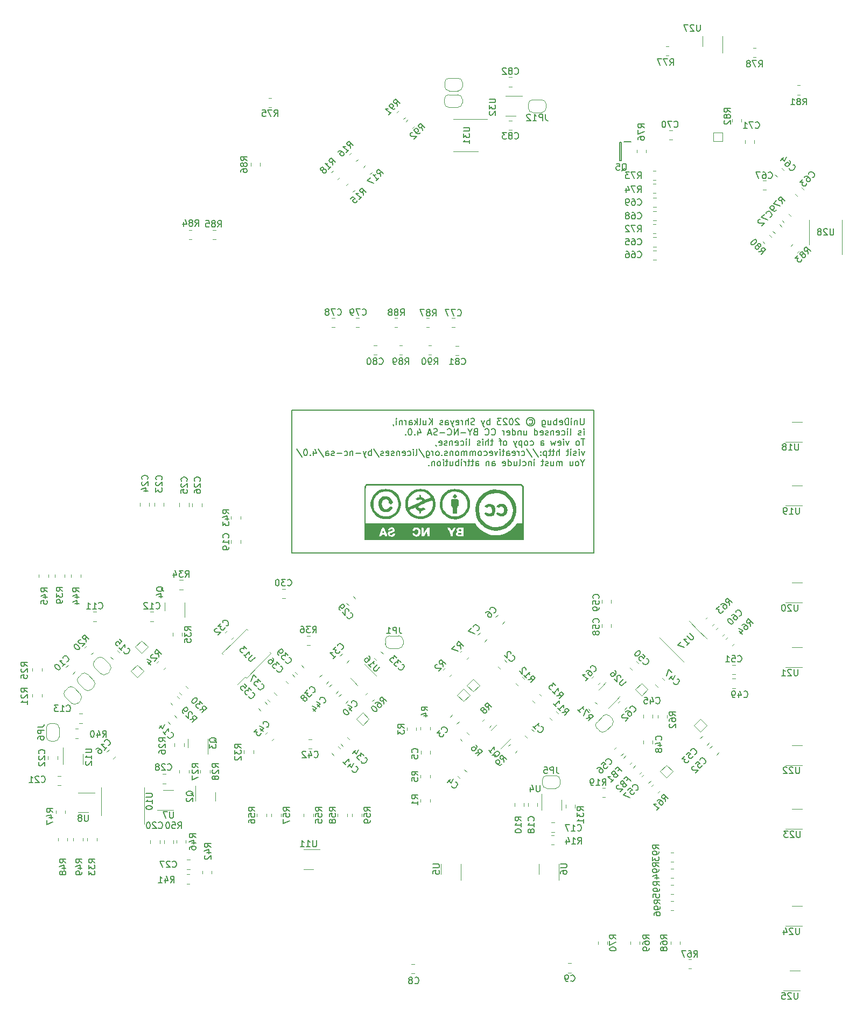
<source format=gbo>
%TF.GenerationSoftware,KiCad,Pcbnew,7.0.9*%
%TF.CreationDate,2023-12-25T16:10:32+05:30*%
%TF.ProjectId,Custom_BMP,43757374-6f6d-45f4-924d-502e6b696361,rev?*%
%TF.SameCoordinates,Original*%
%TF.FileFunction,Legend,Bot*%
%TF.FilePolarity,Positive*%
%FSLAX46Y46*%
G04 Gerber Fmt 4.6, Leading zero omitted, Abs format (unit mm)*
G04 Created by KiCad (PCBNEW 7.0.9) date 2023-12-25 16:10:32*
%MOMM*%
%LPD*%
G01*
G04 APERTURE LIST*
%ADD10C,0.150000*%
%ADD11C,0.180000*%
%ADD12C,0.120000*%
%ADD13C,0.200000*%
G04 APERTURE END LIST*
D10*
X74000000Y-80000000D02*
X121500000Y-80000000D01*
X121500000Y-102500000D01*
X74000000Y-102500000D01*
X74000000Y-80000000D01*
X119957620Y-81329819D02*
X119957620Y-82139342D01*
X119957620Y-82139342D02*
X119910001Y-82234580D01*
X119910001Y-82234580D02*
X119862382Y-82282200D01*
X119862382Y-82282200D02*
X119767144Y-82329819D01*
X119767144Y-82329819D02*
X119576668Y-82329819D01*
X119576668Y-82329819D02*
X119481430Y-82282200D01*
X119481430Y-82282200D02*
X119433811Y-82234580D01*
X119433811Y-82234580D02*
X119386192Y-82139342D01*
X119386192Y-82139342D02*
X119386192Y-81329819D01*
X118910001Y-81663152D02*
X118910001Y-82329819D01*
X118910001Y-81758390D02*
X118862382Y-81710771D01*
X118862382Y-81710771D02*
X118767144Y-81663152D01*
X118767144Y-81663152D02*
X118624287Y-81663152D01*
X118624287Y-81663152D02*
X118529049Y-81710771D01*
X118529049Y-81710771D02*
X118481430Y-81806009D01*
X118481430Y-81806009D02*
X118481430Y-82329819D01*
X118005239Y-82329819D02*
X118005239Y-81663152D01*
X118005239Y-81329819D02*
X118052858Y-81377438D01*
X118052858Y-81377438D02*
X118005239Y-81425057D01*
X118005239Y-81425057D02*
X117957620Y-81377438D01*
X117957620Y-81377438D02*
X118005239Y-81329819D01*
X118005239Y-81329819D02*
X118005239Y-81425057D01*
X117529049Y-82329819D02*
X117529049Y-81329819D01*
X117529049Y-81329819D02*
X117290954Y-81329819D01*
X117290954Y-81329819D02*
X117148097Y-81377438D01*
X117148097Y-81377438D02*
X117052859Y-81472676D01*
X117052859Y-81472676D02*
X117005240Y-81567914D01*
X117005240Y-81567914D02*
X116957621Y-81758390D01*
X116957621Y-81758390D02*
X116957621Y-81901247D01*
X116957621Y-81901247D02*
X117005240Y-82091723D01*
X117005240Y-82091723D02*
X117052859Y-82186961D01*
X117052859Y-82186961D02*
X117148097Y-82282200D01*
X117148097Y-82282200D02*
X117290954Y-82329819D01*
X117290954Y-82329819D02*
X117529049Y-82329819D01*
X116148097Y-82282200D02*
X116243335Y-82329819D01*
X116243335Y-82329819D02*
X116433811Y-82329819D01*
X116433811Y-82329819D02*
X116529049Y-82282200D01*
X116529049Y-82282200D02*
X116576668Y-82186961D01*
X116576668Y-82186961D02*
X116576668Y-81806009D01*
X116576668Y-81806009D02*
X116529049Y-81710771D01*
X116529049Y-81710771D02*
X116433811Y-81663152D01*
X116433811Y-81663152D02*
X116243335Y-81663152D01*
X116243335Y-81663152D02*
X116148097Y-81710771D01*
X116148097Y-81710771D02*
X116100478Y-81806009D01*
X116100478Y-81806009D02*
X116100478Y-81901247D01*
X116100478Y-81901247D02*
X116576668Y-81996485D01*
X115671906Y-82329819D02*
X115671906Y-81329819D01*
X115671906Y-81710771D02*
X115576668Y-81663152D01*
X115576668Y-81663152D02*
X115386192Y-81663152D01*
X115386192Y-81663152D02*
X115290954Y-81710771D01*
X115290954Y-81710771D02*
X115243335Y-81758390D01*
X115243335Y-81758390D02*
X115195716Y-81853628D01*
X115195716Y-81853628D02*
X115195716Y-82139342D01*
X115195716Y-82139342D02*
X115243335Y-82234580D01*
X115243335Y-82234580D02*
X115290954Y-82282200D01*
X115290954Y-82282200D02*
X115386192Y-82329819D01*
X115386192Y-82329819D02*
X115576668Y-82329819D01*
X115576668Y-82329819D02*
X115671906Y-82282200D01*
X114338573Y-81663152D02*
X114338573Y-82329819D01*
X114767144Y-81663152D02*
X114767144Y-82186961D01*
X114767144Y-82186961D02*
X114719525Y-82282200D01*
X114719525Y-82282200D02*
X114624287Y-82329819D01*
X114624287Y-82329819D02*
X114481430Y-82329819D01*
X114481430Y-82329819D02*
X114386192Y-82282200D01*
X114386192Y-82282200D02*
X114338573Y-82234580D01*
X113433811Y-81663152D02*
X113433811Y-82472676D01*
X113433811Y-82472676D02*
X113481430Y-82567914D01*
X113481430Y-82567914D02*
X113529049Y-82615533D01*
X113529049Y-82615533D02*
X113624287Y-82663152D01*
X113624287Y-82663152D02*
X113767144Y-82663152D01*
X113767144Y-82663152D02*
X113862382Y-82615533D01*
X113433811Y-82282200D02*
X113529049Y-82329819D01*
X113529049Y-82329819D02*
X113719525Y-82329819D01*
X113719525Y-82329819D02*
X113814763Y-82282200D01*
X113814763Y-82282200D02*
X113862382Y-82234580D01*
X113862382Y-82234580D02*
X113910001Y-82139342D01*
X113910001Y-82139342D02*
X113910001Y-81853628D01*
X113910001Y-81853628D02*
X113862382Y-81758390D01*
X113862382Y-81758390D02*
X113814763Y-81710771D01*
X113814763Y-81710771D02*
X113719525Y-81663152D01*
X113719525Y-81663152D02*
X113529049Y-81663152D01*
X113529049Y-81663152D02*
X113433811Y-81710771D01*
X111386191Y-81567914D02*
X111481430Y-81520295D01*
X111481430Y-81520295D02*
X111671906Y-81520295D01*
X111671906Y-81520295D02*
X111767144Y-81567914D01*
X111767144Y-81567914D02*
X111862382Y-81663152D01*
X111862382Y-81663152D02*
X111910001Y-81758390D01*
X111910001Y-81758390D02*
X111910001Y-81948866D01*
X111910001Y-81948866D02*
X111862382Y-82044104D01*
X111862382Y-82044104D02*
X111767144Y-82139342D01*
X111767144Y-82139342D02*
X111671906Y-82186961D01*
X111671906Y-82186961D02*
X111481430Y-82186961D01*
X111481430Y-82186961D02*
X111386191Y-82139342D01*
X111576668Y-81186961D02*
X111814763Y-81234580D01*
X111814763Y-81234580D02*
X112052858Y-81377438D01*
X112052858Y-81377438D02*
X112195715Y-81615533D01*
X112195715Y-81615533D02*
X112243334Y-81853628D01*
X112243334Y-81853628D02*
X112195715Y-82091723D01*
X112195715Y-82091723D02*
X112052858Y-82329819D01*
X112052858Y-82329819D02*
X111814763Y-82472676D01*
X111814763Y-82472676D02*
X111576668Y-82520295D01*
X111576668Y-82520295D02*
X111338572Y-82472676D01*
X111338572Y-82472676D02*
X111100477Y-82329819D01*
X111100477Y-82329819D02*
X110957620Y-82091723D01*
X110957620Y-82091723D02*
X110910001Y-81853628D01*
X110910001Y-81853628D02*
X110957620Y-81615533D01*
X110957620Y-81615533D02*
X111100477Y-81377438D01*
X111100477Y-81377438D02*
X111338572Y-81234580D01*
X111338572Y-81234580D02*
X111576668Y-81186961D01*
X109767143Y-81425057D02*
X109719524Y-81377438D01*
X109719524Y-81377438D02*
X109624286Y-81329819D01*
X109624286Y-81329819D02*
X109386191Y-81329819D01*
X109386191Y-81329819D02*
X109290953Y-81377438D01*
X109290953Y-81377438D02*
X109243334Y-81425057D01*
X109243334Y-81425057D02*
X109195715Y-81520295D01*
X109195715Y-81520295D02*
X109195715Y-81615533D01*
X109195715Y-81615533D02*
X109243334Y-81758390D01*
X109243334Y-81758390D02*
X109814762Y-82329819D01*
X109814762Y-82329819D02*
X109195715Y-82329819D01*
X108576667Y-81329819D02*
X108481429Y-81329819D01*
X108481429Y-81329819D02*
X108386191Y-81377438D01*
X108386191Y-81377438D02*
X108338572Y-81425057D01*
X108338572Y-81425057D02*
X108290953Y-81520295D01*
X108290953Y-81520295D02*
X108243334Y-81710771D01*
X108243334Y-81710771D02*
X108243334Y-81948866D01*
X108243334Y-81948866D02*
X108290953Y-82139342D01*
X108290953Y-82139342D02*
X108338572Y-82234580D01*
X108338572Y-82234580D02*
X108386191Y-82282200D01*
X108386191Y-82282200D02*
X108481429Y-82329819D01*
X108481429Y-82329819D02*
X108576667Y-82329819D01*
X108576667Y-82329819D02*
X108671905Y-82282200D01*
X108671905Y-82282200D02*
X108719524Y-82234580D01*
X108719524Y-82234580D02*
X108767143Y-82139342D01*
X108767143Y-82139342D02*
X108814762Y-81948866D01*
X108814762Y-81948866D02*
X108814762Y-81710771D01*
X108814762Y-81710771D02*
X108767143Y-81520295D01*
X108767143Y-81520295D02*
X108719524Y-81425057D01*
X108719524Y-81425057D02*
X108671905Y-81377438D01*
X108671905Y-81377438D02*
X108576667Y-81329819D01*
X107862381Y-81425057D02*
X107814762Y-81377438D01*
X107814762Y-81377438D02*
X107719524Y-81329819D01*
X107719524Y-81329819D02*
X107481429Y-81329819D01*
X107481429Y-81329819D02*
X107386191Y-81377438D01*
X107386191Y-81377438D02*
X107338572Y-81425057D01*
X107338572Y-81425057D02*
X107290953Y-81520295D01*
X107290953Y-81520295D02*
X107290953Y-81615533D01*
X107290953Y-81615533D02*
X107338572Y-81758390D01*
X107338572Y-81758390D02*
X107910000Y-82329819D01*
X107910000Y-82329819D02*
X107290953Y-82329819D01*
X106957619Y-81329819D02*
X106338572Y-81329819D01*
X106338572Y-81329819D02*
X106671905Y-81710771D01*
X106671905Y-81710771D02*
X106529048Y-81710771D01*
X106529048Y-81710771D02*
X106433810Y-81758390D01*
X106433810Y-81758390D02*
X106386191Y-81806009D01*
X106386191Y-81806009D02*
X106338572Y-81901247D01*
X106338572Y-81901247D02*
X106338572Y-82139342D01*
X106338572Y-82139342D02*
X106386191Y-82234580D01*
X106386191Y-82234580D02*
X106433810Y-82282200D01*
X106433810Y-82282200D02*
X106529048Y-82329819D01*
X106529048Y-82329819D02*
X106814762Y-82329819D01*
X106814762Y-82329819D02*
X106910000Y-82282200D01*
X106910000Y-82282200D02*
X106957619Y-82234580D01*
X105148095Y-82329819D02*
X105148095Y-81329819D01*
X105148095Y-81710771D02*
X105052857Y-81663152D01*
X105052857Y-81663152D02*
X104862381Y-81663152D01*
X104862381Y-81663152D02*
X104767143Y-81710771D01*
X104767143Y-81710771D02*
X104719524Y-81758390D01*
X104719524Y-81758390D02*
X104671905Y-81853628D01*
X104671905Y-81853628D02*
X104671905Y-82139342D01*
X104671905Y-82139342D02*
X104719524Y-82234580D01*
X104719524Y-82234580D02*
X104767143Y-82282200D01*
X104767143Y-82282200D02*
X104862381Y-82329819D01*
X104862381Y-82329819D02*
X105052857Y-82329819D01*
X105052857Y-82329819D02*
X105148095Y-82282200D01*
X104338571Y-81663152D02*
X104100476Y-82329819D01*
X103862381Y-81663152D02*
X104100476Y-82329819D01*
X104100476Y-82329819D02*
X104195714Y-82567914D01*
X104195714Y-82567914D02*
X104243333Y-82615533D01*
X104243333Y-82615533D02*
X104338571Y-82663152D01*
X102767142Y-82282200D02*
X102624285Y-82329819D01*
X102624285Y-82329819D02*
X102386190Y-82329819D01*
X102386190Y-82329819D02*
X102290952Y-82282200D01*
X102290952Y-82282200D02*
X102243333Y-82234580D01*
X102243333Y-82234580D02*
X102195714Y-82139342D01*
X102195714Y-82139342D02*
X102195714Y-82044104D01*
X102195714Y-82044104D02*
X102243333Y-81948866D01*
X102243333Y-81948866D02*
X102290952Y-81901247D01*
X102290952Y-81901247D02*
X102386190Y-81853628D01*
X102386190Y-81853628D02*
X102576666Y-81806009D01*
X102576666Y-81806009D02*
X102671904Y-81758390D01*
X102671904Y-81758390D02*
X102719523Y-81710771D01*
X102719523Y-81710771D02*
X102767142Y-81615533D01*
X102767142Y-81615533D02*
X102767142Y-81520295D01*
X102767142Y-81520295D02*
X102719523Y-81425057D01*
X102719523Y-81425057D02*
X102671904Y-81377438D01*
X102671904Y-81377438D02*
X102576666Y-81329819D01*
X102576666Y-81329819D02*
X102338571Y-81329819D01*
X102338571Y-81329819D02*
X102195714Y-81377438D01*
X101767142Y-82329819D02*
X101767142Y-81329819D01*
X101338571Y-82329819D02*
X101338571Y-81806009D01*
X101338571Y-81806009D02*
X101386190Y-81710771D01*
X101386190Y-81710771D02*
X101481428Y-81663152D01*
X101481428Y-81663152D02*
X101624285Y-81663152D01*
X101624285Y-81663152D02*
X101719523Y-81710771D01*
X101719523Y-81710771D02*
X101767142Y-81758390D01*
X100862380Y-82329819D02*
X100862380Y-81663152D01*
X100862380Y-81853628D02*
X100814761Y-81758390D01*
X100814761Y-81758390D02*
X100767142Y-81710771D01*
X100767142Y-81710771D02*
X100671904Y-81663152D01*
X100671904Y-81663152D02*
X100576666Y-81663152D01*
X99862380Y-82282200D02*
X99957618Y-82329819D01*
X99957618Y-82329819D02*
X100148094Y-82329819D01*
X100148094Y-82329819D02*
X100243332Y-82282200D01*
X100243332Y-82282200D02*
X100290951Y-82186961D01*
X100290951Y-82186961D02*
X100290951Y-81806009D01*
X100290951Y-81806009D02*
X100243332Y-81710771D01*
X100243332Y-81710771D02*
X100148094Y-81663152D01*
X100148094Y-81663152D02*
X99957618Y-81663152D01*
X99957618Y-81663152D02*
X99862380Y-81710771D01*
X99862380Y-81710771D02*
X99814761Y-81806009D01*
X99814761Y-81806009D02*
X99814761Y-81901247D01*
X99814761Y-81901247D02*
X100290951Y-81996485D01*
X99481427Y-81663152D02*
X99243332Y-82329819D01*
X99005237Y-81663152D02*
X99243332Y-82329819D01*
X99243332Y-82329819D02*
X99338570Y-82567914D01*
X99338570Y-82567914D02*
X99386189Y-82615533D01*
X99386189Y-82615533D02*
X99481427Y-82663152D01*
X98195713Y-82329819D02*
X98195713Y-81806009D01*
X98195713Y-81806009D02*
X98243332Y-81710771D01*
X98243332Y-81710771D02*
X98338570Y-81663152D01*
X98338570Y-81663152D02*
X98529046Y-81663152D01*
X98529046Y-81663152D02*
X98624284Y-81710771D01*
X98195713Y-82282200D02*
X98290951Y-82329819D01*
X98290951Y-82329819D02*
X98529046Y-82329819D01*
X98529046Y-82329819D02*
X98624284Y-82282200D01*
X98624284Y-82282200D02*
X98671903Y-82186961D01*
X98671903Y-82186961D02*
X98671903Y-82091723D01*
X98671903Y-82091723D02*
X98624284Y-81996485D01*
X98624284Y-81996485D02*
X98529046Y-81948866D01*
X98529046Y-81948866D02*
X98290951Y-81948866D01*
X98290951Y-81948866D02*
X98195713Y-81901247D01*
X97767141Y-82282200D02*
X97671903Y-82329819D01*
X97671903Y-82329819D02*
X97481427Y-82329819D01*
X97481427Y-82329819D02*
X97386189Y-82282200D01*
X97386189Y-82282200D02*
X97338570Y-82186961D01*
X97338570Y-82186961D02*
X97338570Y-82139342D01*
X97338570Y-82139342D02*
X97386189Y-82044104D01*
X97386189Y-82044104D02*
X97481427Y-81996485D01*
X97481427Y-81996485D02*
X97624284Y-81996485D01*
X97624284Y-81996485D02*
X97719522Y-81948866D01*
X97719522Y-81948866D02*
X97767141Y-81853628D01*
X97767141Y-81853628D02*
X97767141Y-81806009D01*
X97767141Y-81806009D02*
X97719522Y-81710771D01*
X97719522Y-81710771D02*
X97624284Y-81663152D01*
X97624284Y-81663152D02*
X97481427Y-81663152D01*
X97481427Y-81663152D02*
X97386189Y-81710771D01*
X96148093Y-82329819D02*
X96148093Y-81329819D01*
X95576665Y-82329819D02*
X96005236Y-81758390D01*
X95576665Y-81329819D02*
X96148093Y-81901247D01*
X94719522Y-81663152D02*
X94719522Y-82329819D01*
X95148093Y-81663152D02*
X95148093Y-82186961D01*
X95148093Y-82186961D02*
X95100474Y-82282200D01*
X95100474Y-82282200D02*
X95005236Y-82329819D01*
X95005236Y-82329819D02*
X94862379Y-82329819D01*
X94862379Y-82329819D02*
X94767141Y-82282200D01*
X94767141Y-82282200D02*
X94719522Y-82234580D01*
X94100474Y-82329819D02*
X94195712Y-82282200D01*
X94195712Y-82282200D02*
X94243331Y-82186961D01*
X94243331Y-82186961D02*
X94243331Y-81329819D01*
X93719521Y-82329819D02*
X93719521Y-81329819D01*
X93624283Y-81948866D02*
X93338569Y-82329819D01*
X93338569Y-81663152D02*
X93719521Y-82044104D01*
X92481426Y-82329819D02*
X92481426Y-81806009D01*
X92481426Y-81806009D02*
X92529045Y-81710771D01*
X92529045Y-81710771D02*
X92624283Y-81663152D01*
X92624283Y-81663152D02*
X92814759Y-81663152D01*
X92814759Y-81663152D02*
X92909997Y-81710771D01*
X92481426Y-82282200D02*
X92576664Y-82329819D01*
X92576664Y-82329819D02*
X92814759Y-82329819D01*
X92814759Y-82329819D02*
X92909997Y-82282200D01*
X92909997Y-82282200D02*
X92957616Y-82186961D01*
X92957616Y-82186961D02*
X92957616Y-82091723D01*
X92957616Y-82091723D02*
X92909997Y-81996485D01*
X92909997Y-81996485D02*
X92814759Y-81948866D01*
X92814759Y-81948866D02*
X92576664Y-81948866D01*
X92576664Y-81948866D02*
X92481426Y-81901247D01*
X92005235Y-82329819D02*
X92005235Y-81663152D01*
X92005235Y-81853628D02*
X91957616Y-81758390D01*
X91957616Y-81758390D02*
X91909997Y-81710771D01*
X91909997Y-81710771D02*
X91814759Y-81663152D01*
X91814759Y-81663152D02*
X91719521Y-81663152D01*
X91386187Y-81663152D02*
X91386187Y-82329819D01*
X91386187Y-81758390D02*
X91338568Y-81710771D01*
X91338568Y-81710771D02*
X91243330Y-81663152D01*
X91243330Y-81663152D02*
X91100473Y-81663152D01*
X91100473Y-81663152D02*
X91005235Y-81710771D01*
X91005235Y-81710771D02*
X90957616Y-81806009D01*
X90957616Y-81806009D02*
X90957616Y-82329819D01*
X90481425Y-82329819D02*
X90481425Y-81663152D01*
X90481425Y-81329819D02*
X90529044Y-81377438D01*
X90529044Y-81377438D02*
X90481425Y-81425057D01*
X90481425Y-81425057D02*
X90433806Y-81377438D01*
X90433806Y-81377438D02*
X90481425Y-81329819D01*
X90481425Y-81329819D02*
X90481425Y-81425057D01*
X89957616Y-82282200D02*
X89957616Y-82329819D01*
X89957616Y-82329819D02*
X90005235Y-82425057D01*
X90005235Y-82425057D02*
X90052854Y-82472676D01*
X119957620Y-83939819D02*
X119957620Y-83273152D01*
X119957620Y-82939819D02*
X120005239Y-82987438D01*
X120005239Y-82987438D02*
X119957620Y-83035057D01*
X119957620Y-83035057D02*
X119910001Y-82987438D01*
X119910001Y-82987438D02*
X119957620Y-82939819D01*
X119957620Y-82939819D02*
X119957620Y-83035057D01*
X119529049Y-83892200D02*
X119433811Y-83939819D01*
X119433811Y-83939819D02*
X119243335Y-83939819D01*
X119243335Y-83939819D02*
X119148097Y-83892200D01*
X119148097Y-83892200D02*
X119100478Y-83796961D01*
X119100478Y-83796961D02*
X119100478Y-83749342D01*
X119100478Y-83749342D02*
X119148097Y-83654104D01*
X119148097Y-83654104D02*
X119243335Y-83606485D01*
X119243335Y-83606485D02*
X119386192Y-83606485D01*
X119386192Y-83606485D02*
X119481430Y-83558866D01*
X119481430Y-83558866D02*
X119529049Y-83463628D01*
X119529049Y-83463628D02*
X119529049Y-83416009D01*
X119529049Y-83416009D02*
X119481430Y-83320771D01*
X119481430Y-83320771D02*
X119386192Y-83273152D01*
X119386192Y-83273152D02*
X119243335Y-83273152D01*
X119243335Y-83273152D02*
X119148097Y-83320771D01*
X117767144Y-83939819D02*
X117862382Y-83892200D01*
X117862382Y-83892200D02*
X117910001Y-83796961D01*
X117910001Y-83796961D02*
X117910001Y-82939819D01*
X117386191Y-83939819D02*
X117386191Y-83273152D01*
X117386191Y-82939819D02*
X117433810Y-82987438D01*
X117433810Y-82987438D02*
X117386191Y-83035057D01*
X117386191Y-83035057D02*
X117338572Y-82987438D01*
X117338572Y-82987438D02*
X117386191Y-82939819D01*
X117386191Y-82939819D02*
X117386191Y-83035057D01*
X116481430Y-83892200D02*
X116576668Y-83939819D01*
X116576668Y-83939819D02*
X116767144Y-83939819D01*
X116767144Y-83939819D02*
X116862382Y-83892200D01*
X116862382Y-83892200D02*
X116910001Y-83844580D01*
X116910001Y-83844580D02*
X116957620Y-83749342D01*
X116957620Y-83749342D02*
X116957620Y-83463628D01*
X116957620Y-83463628D02*
X116910001Y-83368390D01*
X116910001Y-83368390D02*
X116862382Y-83320771D01*
X116862382Y-83320771D02*
X116767144Y-83273152D01*
X116767144Y-83273152D02*
X116576668Y-83273152D01*
X116576668Y-83273152D02*
X116481430Y-83320771D01*
X115671906Y-83892200D02*
X115767144Y-83939819D01*
X115767144Y-83939819D02*
X115957620Y-83939819D01*
X115957620Y-83939819D02*
X116052858Y-83892200D01*
X116052858Y-83892200D02*
X116100477Y-83796961D01*
X116100477Y-83796961D02*
X116100477Y-83416009D01*
X116100477Y-83416009D02*
X116052858Y-83320771D01*
X116052858Y-83320771D02*
X115957620Y-83273152D01*
X115957620Y-83273152D02*
X115767144Y-83273152D01*
X115767144Y-83273152D02*
X115671906Y-83320771D01*
X115671906Y-83320771D02*
X115624287Y-83416009D01*
X115624287Y-83416009D02*
X115624287Y-83511247D01*
X115624287Y-83511247D02*
X116100477Y-83606485D01*
X115195715Y-83273152D02*
X115195715Y-83939819D01*
X115195715Y-83368390D02*
X115148096Y-83320771D01*
X115148096Y-83320771D02*
X115052858Y-83273152D01*
X115052858Y-83273152D02*
X114910001Y-83273152D01*
X114910001Y-83273152D02*
X114814763Y-83320771D01*
X114814763Y-83320771D02*
X114767144Y-83416009D01*
X114767144Y-83416009D02*
X114767144Y-83939819D01*
X114338572Y-83892200D02*
X114243334Y-83939819D01*
X114243334Y-83939819D02*
X114052858Y-83939819D01*
X114052858Y-83939819D02*
X113957620Y-83892200D01*
X113957620Y-83892200D02*
X113910001Y-83796961D01*
X113910001Y-83796961D02*
X113910001Y-83749342D01*
X113910001Y-83749342D02*
X113957620Y-83654104D01*
X113957620Y-83654104D02*
X114052858Y-83606485D01*
X114052858Y-83606485D02*
X114195715Y-83606485D01*
X114195715Y-83606485D02*
X114290953Y-83558866D01*
X114290953Y-83558866D02*
X114338572Y-83463628D01*
X114338572Y-83463628D02*
X114338572Y-83416009D01*
X114338572Y-83416009D02*
X114290953Y-83320771D01*
X114290953Y-83320771D02*
X114195715Y-83273152D01*
X114195715Y-83273152D02*
X114052858Y-83273152D01*
X114052858Y-83273152D02*
X113957620Y-83320771D01*
X113100477Y-83892200D02*
X113195715Y-83939819D01*
X113195715Y-83939819D02*
X113386191Y-83939819D01*
X113386191Y-83939819D02*
X113481429Y-83892200D01*
X113481429Y-83892200D02*
X113529048Y-83796961D01*
X113529048Y-83796961D02*
X113529048Y-83416009D01*
X113529048Y-83416009D02*
X113481429Y-83320771D01*
X113481429Y-83320771D02*
X113386191Y-83273152D01*
X113386191Y-83273152D02*
X113195715Y-83273152D01*
X113195715Y-83273152D02*
X113100477Y-83320771D01*
X113100477Y-83320771D02*
X113052858Y-83416009D01*
X113052858Y-83416009D02*
X113052858Y-83511247D01*
X113052858Y-83511247D02*
X113529048Y-83606485D01*
X112195715Y-83939819D02*
X112195715Y-82939819D01*
X112195715Y-83892200D02*
X112290953Y-83939819D01*
X112290953Y-83939819D02*
X112481429Y-83939819D01*
X112481429Y-83939819D02*
X112576667Y-83892200D01*
X112576667Y-83892200D02*
X112624286Y-83844580D01*
X112624286Y-83844580D02*
X112671905Y-83749342D01*
X112671905Y-83749342D02*
X112671905Y-83463628D01*
X112671905Y-83463628D02*
X112624286Y-83368390D01*
X112624286Y-83368390D02*
X112576667Y-83320771D01*
X112576667Y-83320771D02*
X112481429Y-83273152D01*
X112481429Y-83273152D02*
X112290953Y-83273152D01*
X112290953Y-83273152D02*
X112195715Y-83320771D01*
X110529048Y-83273152D02*
X110529048Y-83939819D01*
X110957619Y-83273152D02*
X110957619Y-83796961D01*
X110957619Y-83796961D02*
X110910000Y-83892200D01*
X110910000Y-83892200D02*
X110814762Y-83939819D01*
X110814762Y-83939819D02*
X110671905Y-83939819D01*
X110671905Y-83939819D02*
X110576667Y-83892200D01*
X110576667Y-83892200D02*
X110529048Y-83844580D01*
X110052857Y-83273152D02*
X110052857Y-83939819D01*
X110052857Y-83368390D02*
X110005238Y-83320771D01*
X110005238Y-83320771D02*
X109910000Y-83273152D01*
X109910000Y-83273152D02*
X109767143Y-83273152D01*
X109767143Y-83273152D02*
X109671905Y-83320771D01*
X109671905Y-83320771D02*
X109624286Y-83416009D01*
X109624286Y-83416009D02*
X109624286Y-83939819D01*
X108719524Y-83939819D02*
X108719524Y-82939819D01*
X108719524Y-83892200D02*
X108814762Y-83939819D01*
X108814762Y-83939819D02*
X109005238Y-83939819D01*
X109005238Y-83939819D02*
X109100476Y-83892200D01*
X109100476Y-83892200D02*
X109148095Y-83844580D01*
X109148095Y-83844580D02*
X109195714Y-83749342D01*
X109195714Y-83749342D02*
X109195714Y-83463628D01*
X109195714Y-83463628D02*
X109148095Y-83368390D01*
X109148095Y-83368390D02*
X109100476Y-83320771D01*
X109100476Y-83320771D02*
X109005238Y-83273152D01*
X109005238Y-83273152D02*
X108814762Y-83273152D01*
X108814762Y-83273152D02*
X108719524Y-83320771D01*
X107862381Y-83892200D02*
X107957619Y-83939819D01*
X107957619Y-83939819D02*
X108148095Y-83939819D01*
X108148095Y-83939819D02*
X108243333Y-83892200D01*
X108243333Y-83892200D02*
X108290952Y-83796961D01*
X108290952Y-83796961D02*
X108290952Y-83416009D01*
X108290952Y-83416009D02*
X108243333Y-83320771D01*
X108243333Y-83320771D02*
X108148095Y-83273152D01*
X108148095Y-83273152D02*
X107957619Y-83273152D01*
X107957619Y-83273152D02*
X107862381Y-83320771D01*
X107862381Y-83320771D02*
X107814762Y-83416009D01*
X107814762Y-83416009D02*
X107814762Y-83511247D01*
X107814762Y-83511247D02*
X108290952Y-83606485D01*
X107386190Y-83939819D02*
X107386190Y-83273152D01*
X107386190Y-83463628D02*
X107338571Y-83368390D01*
X107338571Y-83368390D02*
X107290952Y-83320771D01*
X107290952Y-83320771D02*
X107195714Y-83273152D01*
X107195714Y-83273152D02*
X107100476Y-83273152D01*
X105433809Y-83844580D02*
X105481428Y-83892200D01*
X105481428Y-83892200D02*
X105624285Y-83939819D01*
X105624285Y-83939819D02*
X105719523Y-83939819D01*
X105719523Y-83939819D02*
X105862380Y-83892200D01*
X105862380Y-83892200D02*
X105957618Y-83796961D01*
X105957618Y-83796961D02*
X106005237Y-83701723D01*
X106005237Y-83701723D02*
X106052856Y-83511247D01*
X106052856Y-83511247D02*
X106052856Y-83368390D01*
X106052856Y-83368390D02*
X106005237Y-83177914D01*
X106005237Y-83177914D02*
X105957618Y-83082676D01*
X105957618Y-83082676D02*
X105862380Y-82987438D01*
X105862380Y-82987438D02*
X105719523Y-82939819D01*
X105719523Y-82939819D02*
X105624285Y-82939819D01*
X105624285Y-82939819D02*
X105481428Y-82987438D01*
X105481428Y-82987438D02*
X105433809Y-83035057D01*
X104433809Y-83844580D02*
X104481428Y-83892200D01*
X104481428Y-83892200D02*
X104624285Y-83939819D01*
X104624285Y-83939819D02*
X104719523Y-83939819D01*
X104719523Y-83939819D02*
X104862380Y-83892200D01*
X104862380Y-83892200D02*
X104957618Y-83796961D01*
X104957618Y-83796961D02*
X105005237Y-83701723D01*
X105005237Y-83701723D02*
X105052856Y-83511247D01*
X105052856Y-83511247D02*
X105052856Y-83368390D01*
X105052856Y-83368390D02*
X105005237Y-83177914D01*
X105005237Y-83177914D02*
X104957618Y-83082676D01*
X104957618Y-83082676D02*
X104862380Y-82987438D01*
X104862380Y-82987438D02*
X104719523Y-82939819D01*
X104719523Y-82939819D02*
X104624285Y-82939819D01*
X104624285Y-82939819D02*
X104481428Y-82987438D01*
X104481428Y-82987438D02*
X104433809Y-83035057D01*
X102909999Y-83416009D02*
X102767142Y-83463628D01*
X102767142Y-83463628D02*
X102719523Y-83511247D01*
X102719523Y-83511247D02*
X102671904Y-83606485D01*
X102671904Y-83606485D02*
X102671904Y-83749342D01*
X102671904Y-83749342D02*
X102719523Y-83844580D01*
X102719523Y-83844580D02*
X102767142Y-83892200D01*
X102767142Y-83892200D02*
X102862380Y-83939819D01*
X102862380Y-83939819D02*
X103243332Y-83939819D01*
X103243332Y-83939819D02*
X103243332Y-82939819D01*
X103243332Y-82939819D02*
X102909999Y-82939819D01*
X102909999Y-82939819D02*
X102814761Y-82987438D01*
X102814761Y-82987438D02*
X102767142Y-83035057D01*
X102767142Y-83035057D02*
X102719523Y-83130295D01*
X102719523Y-83130295D02*
X102719523Y-83225533D01*
X102719523Y-83225533D02*
X102767142Y-83320771D01*
X102767142Y-83320771D02*
X102814761Y-83368390D01*
X102814761Y-83368390D02*
X102909999Y-83416009D01*
X102909999Y-83416009D02*
X103243332Y-83416009D01*
X102052856Y-83463628D02*
X102052856Y-83939819D01*
X102386189Y-82939819D02*
X102052856Y-83463628D01*
X102052856Y-83463628D02*
X101719523Y-82939819D01*
X101386189Y-83558866D02*
X100624285Y-83558866D01*
X100148094Y-83939819D02*
X100148094Y-82939819D01*
X100148094Y-82939819D02*
X99576666Y-83939819D01*
X99576666Y-83939819D02*
X99576666Y-82939819D01*
X98529047Y-83844580D02*
X98576666Y-83892200D01*
X98576666Y-83892200D02*
X98719523Y-83939819D01*
X98719523Y-83939819D02*
X98814761Y-83939819D01*
X98814761Y-83939819D02*
X98957618Y-83892200D01*
X98957618Y-83892200D02*
X99052856Y-83796961D01*
X99052856Y-83796961D02*
X99100475Y-83701723D01*
X99100475Y-83701723D02*
X99148094Y-83511247D01*
X99148094Y-83511247D02*
X99148094Y-83368390D01*
X99148094Y-83368390D02*
X99100475Y-83177914D01*
X99100475Y-83177914D02*
X99052856Y-83082676D01*
X99052856Y-83082676D02*
X98957618Y-82987438D01*
X98957618Y-82987438D02*
X98814761Y-82939819D01*
X98814761Y-82939819D02*
X98719523Y-82939819D01*
X98719523Y-82939819D02*
X98576666Y-82987438D01*
X98576666Y-82987438D02*
X98529047Y-83035057D01*
X98100475Y-83558866D02*
X97338571Y-83558866D01*
X96909999Y-83892200D02*
X96767142Y-83939819D01*
X96767142Y-83939819D02*
X96529047Y-83939819D01*
X96529047Y-83939819D02*
X96433809Y-83892200D01*
X96433809Y-83892200D02*
X96386190Y-83844580D01*
X96386190Y-83844580D02*
X96338571Y-83749342D01*
X96338571Y-83749342D02*
X96338571Y-83654104D01*
X96338571Y-83654104D02*
X96386190Y-83558866D01*
X96386190Y-83558866D02*
X96433809Y-83511247D01*
X96433809Y-83511247D02*
X96529047Y-83463628D01*
X96529047Y-83463628D02*
X96719523Y-83416009D01*
X96719523Y-83416009D02*
X96814761Y-83368390D01*
X96814761Y-83368390D02*
X96862380Y-83320771D01*
X96862380Y-83320771D02*
X96909999Y-83225533D01*
X96909999Y-83225533D02*
X96909999Y-83130295D01*
X96909999Y-83130295D02*
X96862380Y-83035057D01*
X96862380Y-83035057D02*
X96814761Y-82987438D01*
X96814761Y-82987438D02*
X96719523Y-82939819D01*
X96719523Y-82939819D02*
X96481428Y-82939819D01*
X96481428Y-82939819D02*
X96338571Y-82987438D01*
X95957618Y-83654104D02*
X95481428Y-83654104D01*
X96052856Y-83939819D02*
X95719523Y-82939819D01*
X95719523Y-82939819D02*
X95386190Y-83939819D01*
X93862380Y-83273152D02*
X93862380Y-83939819D01*
X94100475Y-82892200D02*
X94338570Y-83606485D01*
X94338570Y-83606485D02*
X93719523Y-83606485D01*
X93338570Y-83844580D02*
X93290951Y-83892200D01*
X93290951Y-83892200D02*
X93338570Y-83939819D01*
X93338570Y-83939819D02*
X93386189Y-83892200D01*
X93386189Y-83892200D02*
X93338570Y-83844580D01*
X93338570Y-83844580D02*
X93338570Y-83939819D01*
X92671904Y-82939819D02*
X92576666Y-82939819D01*
X92576666Y-82939819D02*
X92481428Y-82987438D01*
X92481428Y-82987438D02*
X92433809Y-83035057D01*
X92433809Y-83035057D02*
X92386190Y-83130295D01*
X92386190Y-83130295D02*
X92338571Y-83320771D01*
X92338571Y-83320771D02*
X92338571Y-83558866D01*
X92338571Y-83558866D02*
X92386190Y-83749342D01*
X92386190Y-83749342D02*
X92433809Y-83844580D01*
X92433809Y-83844580D02*
X92481428Y-83892200D01*
X92481428Y-83892200D02*
X92576666Y-83939819D01*
X92576666Y-83939819D02*
X92671904Y-83939819D01*
X92671904Y-83939819D02*
X92767142Y-83892200D01*
X92767142Y-83892200D02*
X92814761Y-83844580D01*
X92814761Y-83844580D02*
X92862380Y-83749342D01*
X92862380Y-83749342D02*
X92909999Y-83558866D01*
X92909999Y-83558866D02*
X92909999Y-83320771D01*
X92909999Y-83320771D02*
X92862380Y-83130295D01*
X92862380Y-83130295D02*
X92814761Y-83035057D01*
X92814761Y-83035057D02*
X92767142Y-82987438D01*
X92767142Y-82987438D02*
X92671904Y-82939819D01*
X91909999Y-83844580D02*
X91862380Y-83892200D01*
X91862380Y-83892200D02*
X91909999Y-83939819D01*
X91909999Y-83939819D02*
X91957618Y-83892200D01*
X91957618Y-83892200D02*
X91909999Y-83844580D01*
X91909999Y-83844580D02*
X91909999Y-83939819D01*
X120100477Y-84549819D02*
X119529049Y-84549819D01*
X119814763Y-85549819D02*
X119814763Y-84549819D01*
X119052858Y-85549819D02*
X119148096Y-85502200D01*
X119148096Y-85502200D02*
X119195715Y-85454580D01*
X119195715Y-85454580D02*
X119243334Y-85359342D01*
X119243334Y-85359342D02*
X119243334Y-85073628D01*
X119243334Y-85073628D02*
X119195715Y-84978390D01*
X119195715Y-84978390D02*
X119148096Y-84930771D01*
X119148096Y-84930771D02*
X119052858Y-84883152D01*
X119052858Y-84883152D02*
X118910001Y-84883152D01*
X118910001Y-84883152D02*
X118814763Y-84930771D01*
X118814763Y-84930771D02*
X118767144Y-84978390D01*
X118767144Y-84978390D02*
X118719525Y-85073628D01*
X118719525Y-85073628D02*
X118719525Y-85359342D01*
X118719525Y-85359342D02*
X118767144Y-85454580D01*
X118767144Y-85454580D02*
X118814763Y-85502200D01*
X118814763Y-85502200D02*
X118910001Y-85549819D01*
X118910001Y-85549819D02*
X119052858Y-85549819D01*
X117624286Y-84883152D02*
X117386191Y-85549819D01*
X117386191Y-85549819D02*
X117148096Y-84883152D01*
X116767143Y-85549819D02*
X116767143Y-84883152D01*
X116767143Y-84549819D02*
X116814762Y-84597438D01*
X116814762Y-84597438D02*
X116767143Y-84645057D01*
X116767143Y-84645057D02*
X116719524Y-84597438D01*
X116719524Y-84597438D02*
X116767143Y-84549819D01*
X116767143Y-84549819D02*
X116767143Y-84645057D01*
X115910001Y-85502200D02*
X116005239Y-85549819D01*
X116005239Y-85549819D02*
X116195715Y-85549819D01*
X116195715Y-85549819D02*
X116290953Y-85502200D01*
X116290953Y-85502200D02*
X116338572Y-85406961D01*
X116338572Y-85406961D02*
X116338572Y-85026009D01*
X116338572Y-85026009D02*
X116290953Y-84930771D01*
X116290953Y-84930771D02*
X116195715Y-84883152D01*
X116195715Y-84883152D02*
X116005239Y-84883152D01*
X116005239Y-84883152D02*
X115910001Y-84930771D01*
X115910001Y-84930771D02*
X115862382Y-85026009D01*
X115862382Y-85026009D02*
X115862382Y-85121247D01*
X115862382Y-85121247D02*
X116338572Y-85216485D01*
X115529048Y-84883152D02*
X115338572Y-85549819D01*
X115338572Y-85549819D02*
X115148096Y-85073628D01*
X115148096Y-85073628D02*
X114957620Y-85549819D01*
X114957620Y-85549819D02*
X114767144Y-84883152D01*
X113195715Y-85549819D02*
X113195715Y-85026009D01*
X113195715Y-85026009D02*
X113243334Y-84930771D01*
X113243334Y-84930771D02*
X113338572Y-84883152D01*
X113338572Y-84883152D02*
X113529048Y-84883152D01*
X113529048Y-84883152D02*
X113624286Y-84930771D01*
X113195715Y-85502200D02*
X113290953Y-85549819D01*
X113290953Y-85549819D02*
X113529048Y-85549819D01*
X113529048Y-85549819D02*
X113624286Y-85502200D01*
X113624286Y-85502200D02*
X113671905Y-85406961D01*
X113671905Y-85406961D02*
X113671905Y-85311723D01*
X113671905Y-85311723D02*
X113624286Y-85216485D01*
X113624286Y-85216485D02*
X113529048Y-85168866D01*
X113529048Y-85168866D02*
X113290953Y-85168866D01*
X113290953Y-85168866D02*
X113195715Y-85121247D01*
X111529048Y-85502200D02*
X111624286Y-85549819D01*
X111624286Y-85549819D02*
X111814762Y-85549819D01*
X111814762Y-85549819D02*
X111910000Y-85502200D01*
X111910000Y-85502200D02*
X111957619Y-85454580D01*
X111957619Y-85454580D02*
X112005238Y-85359342D01*
X112005238Y-85359342D02*
X112005238Y-85073628D01*
X112005238Y-85073628D02*
X111957619Y-84978390D01*
X111957619Y-84978390D02*
X111910000Y-84930771D01*
X111910000Y-84930771D02*
X111814762Y-84883152D01*
X111814762Y-84883152D02*
X111624286Y-84883152D01*
X111624286Y-84883152D02*
X111529048Y-84930771D01*
X110957619Y-85549819D02*
X111052857Y-85502200D01*
X111052857Y-85502200D02*
X111100476Y-85454580D01*
X111100476Y-85454580D02*
X111148095Y-85359342D01*
X111148095Y-85359342D02*
X111148095Y-85073628D01*
X111148095Y-85073628D02*
X111100476Y-84978390D01*
X111100476Y-84978390D02*
X111052857Y-84930771D01*
X111052857Y-84930771D02*
X110957619Y-84883152D01*
X110957619Y-84883152D02*
X110814762Y-84883152D01*
X110814762Y-84883152D02*
X110719524Y-84930771D01*
X110719524Y-84930771D02*
X110671905Y-84978390D01*
X110671905Y-84978390D02*
X110624286Y-85073628D01*
X110624286Y-85073628D02*
X110624286Y-85359342D01*
X110624286Y-85359342D02*
X110671905Y-85454580D01*
X110671905Y-85454580D02*
X110719524Y-85502200D01*
X110719524Y-85502200D02*
X110814762Y-85549819D01*
X110814762Y-85549819D02*
X110957619Y-85549819D01*
X110195714Y-84883152D02*
X110195714Y-85883152D01*
X110195714Y-84930771D02*
X110100476Y-84883152D01*
X110100476Y-84883152D02*
X109910000Y-84883152D01*
X109910000Y-84883152D02*
X109814762Y-84930771D01*
X109814762Y-84930771D02*
X109767143Y-84978390D01*
X109767143Y-84978390D02*
X109719524Y-85073628D01*
X109719524Y-85073628D02*
X109719524Y-85359342D01*
X109719524Y-85359342D02*
X109767143Y-85454580D01*
X109767143Y-85454580D02*
X109814762Y-85502200D01*
X109814762Y-85502200D02*
X109910000Y-85549819D01*
X109910000Y-85549819D02*
X110100476Y-85549819D01*
X110100476Y-85549819D02*
X110195714Y-85502200D01*
X109386190Y-84883152D02*
X109148095Y-85549819D01*
X108910000Y-84883152D02*
X109148095Y-85549819D01*
X109148095Y-85549819D02*
X109243333Y-85787914D01*
X109243333Y-85787914D02*
X109290952Y-85835533D01*
X109290952Y-85835533D02*
X109386190Y-85883152D01*
X107624285Y-85549819D02*
X107719523Y-85502200D01*
X107719523Y-85502200D02*
X107767142Y-85454580D01*
X107767142Y-85454580D02*
X107814761Y-85359342D01*
X107814761Y-85359342D02*
X107814761Y-85073628D01*
X107814761Y-85073628D02*
X107767142Y-84978390D01*
X107767142Y-84978390D02*
X107719523Y-84930771D01*
X107719523Y-84930771D02*
X107624285Y-84883152D01*
X107624285Y-84883152D02*
X107481428Y-84883152D01*
X107481428Y-84883152D02*
X107386190Y-84930771D01*
X107386190Y-84930771D02*
X107338571Y-84978390D01*
X107338571Y-84978390D02*
X107290952Y-85073628D01*
X107290952Y-85073628D02*
X107290952Y-85359342D01*
X107290952Y-85359342D02*
X107338571Y-85454580D01*
X107338571Y-85454580D02*
X107386190Y-85502200D01*
X107386190Y-85502200D02*
X107481428Y-85549819D01*
X107481428Y-85549819D02*
X107624285Y-85549819D01*
X107005237Y-84883152D02*
X106624285Y-84883152D01*
X106862380Y-85549819D02*
X106862380Y-84692676D01*
X106862380Y-84692676D02*
X106814761Y-84597438D01*
X106814761Y-84597438D02*
X106719523Y-84549819D01*
X106719523Y-84549819D02*
X106624285Y-84549819D01*
X105671903Y-84883152D02*
X105290951Y-84883152D01*
X105529046Y-84549819D02*
X105529046Y-85406961D01*
X105529046Y-85406961D02*
X105481427Y-85502200D01*
X105481427Y-85502200D02*
X105386189Y-85549819D01*
X105386189Y-85549819D02*
X105290951Y-85549819D01*
X104957617Y-85549819D02*
X104957617Y-84549819D01*
X104529046Y-85549819D02*
X104529046Y-85026009D01*
X104529046Y-85026009D02*
X104576665Y-84930771D01*
X104576665Y-84930771D02*
X104671903Y-84883152D01*
X104671903Y-84883152D02*
X104814760Y-84883152D01*
X104814760Y-84883152D02*
X104909998Y-84930771D01*
X104909998Y-84930771D02*
X104957617Y-84978390D01*
X104052855Y-85549819D02*
X104052855Y-84883152D01*
X104052855Y-84549819D02*
X104100474Y-84597438D01*
X104100474Y-84597438D02*
X104052855Y-84645057D01*
X104052855Y-84645057D02*
X104005236Y-84597438D01*
X104005236Y-84597438D02*
X104052855Y-84549819D01*
X104052855Y-84549819D02*
X104052855Y-84645057D01*
X103624284Y-85502200D02*
X103529046Y-85549819D01*
X103529046Y-85549819D02*
X103338570Y-85549819D01*
X103338570Y-85549819D02*
X103243332Y-85502200D01*
X103243332Y-85502200D02*
X103195713Y-85406961D01*
X103195713Y-85406961D02*
X103195713Y-85359342D01*
X103195713Y-85359342D02*
X103243332Y-85264104D01*
X103243332Y-85264104D02*
X103338570Y-85216485D01*
X103338570Y-85216485D02*
X103481427Y-85216485D01*
X103481427Y-85216485D02*
X103576665Y-85168866D01*
X103576665Y-85168866D02*
X103624284Y-85073628D01*
X103624284Y-85073628D02*
X103624284Y-85026009D01*
X103624284Y-85026009D02*
X103576665Y-84930771D01*
X103576665Y-84930771D02*
X103481427Y-84883152D01*
X103481427Y-84883152D02*
X103338570Y-84883152D01*
X103338570Y-84883152D02*
X103243332Y-84930771D01*
X101862379Y-85549819D02*
X101957617Y-85502200D01*
X101957617Y-85502200D02*
X102005236Y-85406961D01*
X102005236Y-85406961D02*
X102005236Y-84549819D01*
X101481426Y-85549819D02*
X101481426Y-84883152D01*
X101481426Y-84549819D02*
X101529045Y-84597438D01*
X101529045Y-84597438D02*
X101481426Y-84645057D01*
X101481426Y-84645057D02*
X101433807Y-84597438D01*
X101433807Y-84597438D02*
X101481426Y-84549819D01*
X101481426Y-84549819D02*
X101481426Y-84645057D01*
X100576665Y-85502200D02*
X100671903Y-85549819D01*
X100671903Y-85549819D02*
X100862379Y-85549819D01*
X100862379Y-85549819D02*
X100957617Y-85502200D01*
X100957617Y-85502200D02*
X101005236Y-85454580D01*
X101005236Y-85454580D02*
X101052855Y-85359342D01*
X101052855Y-85359342D02*
X101052855Y-85073628D01*
X101052855Y-85073628D02*
X101005236Y-84978390D01*
X101005236Y-84978390D02*
X100957617Y-84930771D01*
X100957617Y-84930771D02*
X100862379Y-84883152D01*
X100862379Y-84883152D02*
X100671903Y-84883152D01*
X100671903Y-84883152D02*
X100576665Y-84930771D01*
X99767141Y-85502200D02*
X99862379Y-85549819D01*
X99862379Y-85549819D02*
X100052855Y-85549819D01*
X100052855Y-85549819D02*
X100148093Y-85502200D01*
X100148093Y-85502200D02*
X100195712Y-85406961D01*
X100195712Y-85406961D02*
X100195712Y-85026009D01*
X100195712Y-85026009D02*
X100148093Y-84930771D01*
X100148093Y-84930771D02*
X100052855Y-84883152D01*
X100052855Y-84883152D02*
X99862379Y-84883152D01*
X99862379Y-84883152D02*
X99767141Y-84930771D01*
X99767141Y-84930771D02*
X99719522Y-85026009D01*
X99719522Y-85026009D02*
X99719522Y-85121247D01*
X99719522Y-85121247D02*
X100195712Y-85216485D01*
X99290950Y-84883152D02*
X99290950Y-85549819D01*
X99290950Y-84978390D02*
X99243331Y-84930771D01*
X99243331Y-84930771D02*
X99148093Y-84883152D01*
X99148093Y-84883152D02*
X99005236Y-84883152D01*
X99005236Y-84883152D02*
X98909998Y-84930771D01*
X98909998Y-84930771D02*
X98862379Y-85026009D01*
X98862379Y-85026009D02*
X98862379Y-85549819D01*
X98433807Y-85502200D02*
X98338569Y-85549819D01*
X98338569Y-85549819D02*
X98148093Y-85549819D01*
X98148093Y-85549819D02*
X98052855Y-85502200D01*
X98052855Y-85502200D02*
X98005236Y-85406961D01*
X98005236Y-85406961D02*
X98005236Y-85359342D01*
X98005236Y-85359342D02*
X98052855Y-85264104D01*
X98052855Y-85264104D02*
X98148093Y-85216485D01*
X98148093Y-85216485D02*
X98290950Y-85216485D01*
X98290950Y-85216485D02*
X98386188Y-85168866D01*
X98386188Y-85168866D02*
X98433807Y-85073628D01*
X98433807Y-85073628D02*
X98433807Y-85026009D01*
X98433807Y-85026009D02*
X98386188Y-84930771D01*
X98386188Y-84930771D02*
X98290950Y-84883152D01*
X98290950Y-84883152D02*
X98148093Y-84883152D01*
X98148093Y-84883152D02*
X98052855Y-84930771D01*
X97195712Y-85502200D02*
X97290950Y-85549819D01*
X97290950Y-85549819D02*
X97481426Y-85549819D01*
X97481426Y-85549819D02*
X97576664Y-85502200D01*
X97576664Y-85502200D02*
X97624283Y-85406961D01*
X97624283Y-85406961D02*
X97624283Y-85026009D01*
X97624283Y-85026009D02*
X97576664Y-84930771D01*
X97576664Y-84930771D02*
X97481426Y-84883152D01*
X97481426Y-84883152D02*
X97290950Y-84883152D01*
X97290950Y-84883152D02*
X97195712Y-84930771D01*
X97195712Y-84930771D02*
X97148093Y-85026009D01*
X97148093Y-85026009D02*
X97148093Y-85121247D01*
X97148093Y-85121247D02*
X97624283Y-85216485D01*
X96671902Y-85502200D02*
X96671902Y-85549819D01*
X96671902Y-85549819D02*
X96719521Y-85645057D01*
X96719521Y-85645057D02*
X96767140Y-85692676D01*
X120052858Y-86493152D02*
X119814763Y-87159819D01*
X119814763Y-87159819D02*
X119576668Y-86493152D01*
X119195715Y-87159819D02*
X119195715Y-86493152D01*
X119195715Y-86159819D02*
X119243334Y-86207438D01*
X119243334Y-86207438D02*
X119195715Y-86255057D01*
X119195715Y-86255057D02*
X119148096Y-86207438D01*
X119148096Y-86207438D02*
X119195715Y-86159819D01*
X119195715Y-86159819D02*
X119195715Y-86255057D01*
X118767144Y-87112200D02*
X118671906Y-87159819D01*
X118671906Y-87159819D02*
X118481430Y-87159819D01*
X118481430Y-87159819D02*
X118386192Y-87112200D01*
X118386192Y-87112200D02*
X118338573Y-87016961D01*
X118338573Y-87016961D02*
X118338573Y-86969342D01*
X118338573Y-86969342D02*
X118386192Y-86874104D01*
X118386192Y-86874104D02*
X118481430Y-86826485D01*
X118481430Y-86826485D02*
X118624287Y-86826485D01*
X118624287Y-86826485D02*
X118719525Y-86778866D01*
X118719525Y-86778866D02*
X118767144Y-86683628D01*
X118767144Y-86683628D02*
X118767144Y-86636009D01*
X118767144Y-86636009D02*
X118719525Y-86540771D01*
X118719525Y-86540771D02*
X118624287Y-86493152D01*
X118624287Y-86493152D02*
X118481430Y-86493152D01*
X118481430Y-86493152D02*
X118386192Y-86540771D01*
X117910001Y-87159819D02*
X117910001Y-86493152D01*
X117910001Y-86159819D02*
X117957620Y-86207438D01*
X117957620Y-86207438D02*
X117910001Y-86255057D01*
X117910001Y-86255057D02*
X117862382Y-86207438D01*
X117862382Y-86207438D02*
X117910001Y-86159819D01*
X117910001Y-86159819D02*
X117910001Y-86255057D01*
X117576668Y-86493152D02*
X117195716Y-86493152D01*
X117433811Y-86159819D02*
X117433811Y-87016961D01*
X117433811Y-87016961D02*
X117386192Y-87112200D01*
X117386192Y-87112200D02*
X117290954Y-87159819D01*
X117290954Y-87159819D02*
X117195716Y-87159819D01*
X116100477Y-87159819D02*
X116100477Y-86159819D01*
X115671906Y-87159819D02*
X115671906Y-86636009D01*
X115671906Y-86636009D02*
X115719525Y-86540771D01*
X115719525Y-86540771D02*
X115814763Y-86493152D01*
X115814763Y-86493152D02*
X115957620Y-86493152D01*
X115957620Y-86493152D02*
X116052858Y-86540771D01*
X116052858Y-86540771D02*
X116100477Y-86588390D01*
X115338572Y-86493152D02*
X114957620Y-86493152D01*
X115195715Y-86159819D02*
X115195715Y-87016961D01*
X115195715Y-87016961D02*
X115148096Y-87112200D01*
X115148096Y-87112200D02*
X115052858Y-87159819D01*
X115052858Y-87159819D02*
X114957620Y-87159819D01*
X114767143Y-86493152D02*
X114386191Y-86493152D01*
X114624286Y-86159819D02*
X114624286Y-87016961D01*
X114624286Y-87016961D02*
X114576667Y-87112200D01*
X114576667Y-87112200D02*
X114481429Y-87159819D01*
X114481429Y-87159819D02*
X114386191Y-87159819D01*
X114052857Y-86493152D02*
X114052857Y-87493152D01*
X114052857Y-86540771D02*
X113957619Y-86493152D01*
X113957619Y-86493152D02*
X113767143Y-86493152D01*
X113767143Y-86493152D02*
X113671905Y-86540771D01*
X113671905Y-86540771D02*
X113624286Y-86588390D01*
X113624286Y-86588390D02*
X113576667Y-86683628D01*
X113576667Y-86683628D02*
X113576667Y-86969342D01*
X113576667Y-86969342D02*
X113624286Y-87064580D01*
X113624286Y-87064580D02*
X113671905Y-87112200D01*
X113671905Y-87112200D02*
X113767143Y-87159819D01*
X113767143Y-87159819D02*
X113957619Y-87159819D01*
X113957619Y-87159819D02*
X114052857Y-87112200D01*
X113148095Y-87064580D02*
X113100476Y-87112200D01*
X113100476Y-87112200D02*
X113148095Y-87159819D01*
X113148095Y-87159819D02*
X113195714Y-87112200D01*
X113195714Y-87112200D02*
X113148095Y-87064580D01*
X113148095Y-87064580D02*
X113148095Y-87159819D01*
X113148095Y-86540771D02*
X113100476Y-86588390D01*
X113100476Y-86588390D02*
X113148095Y-86636009D01*
X113148095Y-86636009D02*
X113195714Y-86588390D01*
X113195714Y-86588390D02*
X113148095Y-86540771D01*
X113148095Y-86540771D02*
X113148095Y-86636009D01*
X111957620Y-86112200D02*
X112814762Y-87397914D01*
X110910001Y-86112200D02*
X111767143Y-87397914D01*
X110148096Y-87112200D02*
X110243334Y-87159819D01*
X110243334Y-87159819D02*
X110433810Y-87159819D01*
X110433810Y-87159819D02*
X110529048Y-87112200D01*
X110529048Y-87112200D02*
X110576667Y-87064580D01*
X110576667Y-87064580D02*
X110624286Y-86969342D01*
X110624286Y-86969342D02*
X110624286Y-86683628D01*
X110624286Y-86683628D02*
X110576667Y-86588390D01*
X110576667Y-86588390D02*
X110529048Y-86540771D01*
X110529048Y-86540771D02*
X110433810Y-86493152D01*
X110433810Y-86493152D02*
X110243334Y-86493152D01*
X110243334Y-86493152D02*
X110148096Y-86540771D01*
X109719524Y-87159819D02*
X109719524Y-86493152D01*
X109719524Y-86683628D02*
X109671905Y-86588390D01*
X109671905Y-86588390D02*
X109624286Y-86540771D01*
X109624286Y-86540771D02*
X109529048Y-86493152D01*
X109529048Y-86493152D02*
X109433810Y-86493152D01*
X108719524Y-87112200D02*
X108814762Y-87159819D01*
X108814762Y-87159819D02*
X109005238Y-87159819D01*
X109005238Y-87159819D02*
X109100476Y-87112200D01*
X109100476Y-87112200D02*
X109148095Y-87016961D01*
X109148095Y-87016961D02*
X109148095Y-86636009D01*
X109148095Y-86636009D02*
X109100476Y-86540771D01*
X109100476Y-86540771D02*
X109005238Y-86493152D01*
X109005238Y-86493152D02*
X108814762Y-86493152D01*
X108814762Y-86493152D02*
X108719524Y-86540771D01*
X108719524Y-86540771D02*
X108671905Y-86636009D01*
X108671905Y-86636009D02*
X108671905Y-86731247D01*
X108671905Y-86731247D02*
X109148095Y-86826485D01*
X107814762Y-87159819D02*
X107814762Y-86636009D01*
X107814762Y-86636009D02*
X107862381Y-86540771D01*
X107862381Y-86540771D02*
X107957619Y-86493152D01*
X107957619Y-86493152D02*
X108148095Y-86493152D01*
X108148095Y-86493152D02*
X108243333Y-86540771D01*
X107814762Y-87112200D02*
X107910000Y-87159819D01*
X107910000Y-87159819D02*
X108148095Y-87159819D01*
X108148095Y-87159819D02*
X108243333Y-87112200D01*
X108243333Y-87112200D02*
X108290952Y-87016961D01*
X108290952Y-87016961D02*
X108290952Y-86921723D01*
X108290952Y-86921723D02*
X108243333Y-86826485D01*
X108243333Y-86826485D02*
X108148095Y-86778866D01*
X108148095Y-86778866D02*
X107910000Y-86778866D01*
X107910000Y-86778866D02*
X107814762Y-86731247D01*
X107481428Y-86493152D02*
X107100476Y-86493152D01*
X107338571Y-86159819D02*
X107338571Y-87016961D01*
X107338571Y-87016961D02*
X107290952Y-87112200D01*
X107290952Y-87112200D02*
X107195714Y-87159819D01*
X107195714Y-87159819D02*
X107100476Y-87159819D01*
X106767142Y-87159819D02*
X106767142Y-86493152D01*
X106767142Y-86159819D02*
X106814761Y-86207438D01*
X106814761Y-86207438D02*
X106767142Y-86255057D01*
X106767142Y-86255057D02*
X106719523Y-86207438D01*
X106719523Y-86207438D02*
X106767142Y-86159819D01*
X106767142Y-86159819D02*
X106767142Y-86255057D01*
X106386190Y-86493152D02*
X106148095Y-87159819D01*
X106148095Y-87159819D02*
X105910000Y-86493152D01*
X105148095Y-87112200D02*
X105243333Y-87159819D01*
X105243333Y-87159819D02*
X105433809Y-87159819D01*
X105433809Y-87159819D02*
X105529047Y-87112200D01*
X105529047Y-87112200D02*
X105576666Y-87016961D01*
X105576666Y-87016961D02*
X105576666Y-86636009D01*
X105576666Y-86636009D02*
X105529047Y-86540771D01*
X105529047Y-86540771D02*
X105433809Y-86493152D01*
X105433809Y-86493152D02*
X105243333Y-86493152D01*
X105243333Y-86493152D02*
X105148095Y-86540771D01*
X105148095Y-86540771D02*
X105100476Y-86636009D01*
X105100476Y-86636009D02*
X105100476Y-86731247D01*
X105100476Y-86731247D02*
X105576666Y-86826485D01*
X104243333Y-87112200D02*
X104338571Y-87159819D01*
X104338571Y-87159819D02*
X104529047Y-87159819D01*
X104529047Y-87159819D02*
X104624285Y-87112200D01*
X104624285Y-87112200D02*
X104671904Y-87064580D01*
X104671904Y-87064580D02*
X104719523Y-86969342D01*
X104719523Y-86969342D02*
X104719523Y-86683628D01*
X104719523Y-86683628D02*
X104671904Y-86588390D01*
X104671904Y-86588390D02*
X104624285Y-86540771D01*
X104624285Y-86540771D02*
X104529047Y-86493152D01*
X104529047Y-86493152D02*
X104338571Y-86493152D01*
X104338571Y-86493152D02*
X104243333Y-86540771D01*
X103671904Y-87159819D02*
X103767142Y-87112200D01*
X103767142Y-87112200D02*
X103814761Y-87064580D01*
X103814761Y-87064580D02*
X103862380Y-86969342D01*
X103862380Y-86969342D02*
X103862380Y-86683628D01*
X103862380Y-86683628D02*
X103814761Y-86588390D01*
X103814761Y-86588390D02*
X103767142Y-86540771D01*
X103767142Y-86540771D02*
X103671904Y-86493152D01*
X103671904Y-86493152D02*
X103529047Y-86493152D01*
X103529047Y-86493152D02*
X103433809Y-86540771D01*
X103433809Y-86540771D02*
X103386190Y-86588390D01*
X103386190Y-86588390D02*
X103338571Y-86683628D01*
X103338571Y-86683628D02*
X103338571Y-86969342D01*
X103338571Y-86969342D02*
X103386190Y-87064580D01*
X103386190Y-87064580D02*
X103433809Y-87112200D01*
X103433809Y-87112200D02*
X103529047Y-87159819D01*
X103529047Y-87159819D02*
X103671904Y-87159819D01*
X102909999Y-87159819D02*
X102909999Y-86493152D01*
X102909999Y-86588390D02*
X102862380Y-86540771D01*
X102862380Y-86540771D02*
X102767142Y-86493152D01*
X102767142Y-86493152D02*
X102624285Y-86493152D01*
X102624285Y-86493152D02*
X102529047Y-86540771D01*
X102529047Y-86540771D02*
X102481428Y-86636009D01*
X102481428Y-86636009D02*
X102481428Y-87159819D01*
X102481428Y-86636009D02*
X102433809Y-86540771D01*
X102433809Y-86540771D02*
X102338571Y-86493152D01*
X102338571Y-86493152D02*
X102195714Y-86493152D01*
X102195714Y-86493152D02*
X102100475Y-86540771D01*
X102100475Y-86540771D02*
X102052856Y-86636009D01*
X102052856Y-86636009D02*
X102052856Y-87159819D01*
X101576666Y-87159819D02*
X101576666Y-86493152D01*
X101576666Y-86588390D02*
X101529047Y-86540771D01*
X101529047Y-86540771D02*
X101433809Y-86493152D01*
X101433809Y-86493152D02*
X101290952Y-86493152D01*
X101290952Y-86493152D02*
X101195714Y-86540771D01*
X101195714Y-86540771D02*
X101148095Y-86636009D01*
X101148095Y-86636009D02*
X101148095Y-87159819D01*
X101148095Y-86636009D02*
X101100476Y-86540771D01*
X101100476Y-86540771D02*
X101005238Y-86493152D01*
X101005238Y-86493152D02*
X100862381Y-86493152D01*
X100862381Y-86493152D02*
X100767142Y-86540771D01*
X100767142Y-86540771D02*
X100719523Y-86636009D01*
X100719523Y-86636009D02*
X100719523Y-87159819D01*
X100100476Y-87159819D02*
X100195714Y-87112200D01*
X100195714Y-87112200D02*
X100243333Y-87064580D01*
X100243333Y-87064580D02*
X100290952Y-86969342D01*
X100290952Y-86969342D02*
X100290952Y-86683628D01*
X100290952Y-86683628D02*
X100243333Y-86588390D01*
X100243333Y-86588390D02*
X100195714Y-86540771D01*
X100195714Y-86540771D02*
X100100476Y-86493152D01*
X100100476Y-86493152D02*
X99957619Y-86493152D01*
X99957619Y-86493152D02*
X99862381Y-86540771D01*
X99862381Y-86540771D02*
X99814762Y-86588390D01*
X99814762Y-86588390D02*
X99767143Y-86683628D01*
X99767143Y-86683628D02*
X99767143Y-86969342D01*
X99767143Y-86969342D02*
X99814762Y-87064580D01*
X99814762Y-87064580D02*
X99862381Y-87112200D01*
X99862381Y-87112200D02*
X99957619Y-87159819D01*
X99957619Y-87159819D02*
X100100476Y-87159819D01*
X99338571Y-86493152D02*
X99338571Y-87159819D01*
X99338571Y-86588390D02*
X99290952Y-86540771D01*
X99290952Y-86540771D02*
X99195714Y-86493152D01*
X99195714Y-86493152D02*
X99052857Y-86493152D01*
X99052857Y-86493152D02*
X98957619Y-86540771D01*
X98957619Y-86540771D02*
X98910000Y-86636009D01*
X98910000Y-86636009D02*
X98910000Y-87159819D01*
X98481428Y-87112200D02*
X98386190Y-87159819D01*
X98386190Y-87159819D02*
X98195714Y-87159819D01*
X98195714Y-87159819D02*
X98100476Y-87112200D01*
X98100476Y-87112200D02*
X98052857Y-87016961D01*
X98052857Y-87016961D02*
X98052857Y-86969342D01*
X98052857Y-86969342D02*
X98100476Y-86874104D01*
X98100476Y-86874104D02*
X98195714Y-86826485D01*
X98195714Y-86826485D02*
X98338571Y-86826485D01*
X98338571Y-86826485D02*
X98433809Y-86778866D01*
X98433809Y-86778866D02*
X98481428Y-86683628D01*
X98481428Y-86683628D02*
X98481428Y-86636009D01*
X98481428Y-86636009D02*
X98433809Y-86540771D01*
X98433809Y-86540771D02*
X98338571Y-86493152D01*
X98338571Y-86493152D02*
X98195714Y-86493152D01*
X98195714Y-86493152D02*
X98100476Y-86540771D01*
X97624285Y-87064580D02*
X97576666Y-87112200D01*
X97576666Y-87112200D02*
X97624285Y-87159819D01*
X97624285Y-87159819D02*
X97671904Y-87112200D01*
X97671904Y-87112200D02*
X97624285Y-87064580D01*
X97624285Y-87064580D02*
X97624285Y-87159819D01*
X97005238Y-87159819D02*
X97100476Y-87112200D01*
X97100476Y-87112200D02*
X97148095Y-87064580D01*
X97148095Y-87064580D02*
X97195714Y-86969342D01*
X97195714Y-86969342D02*
X97195714Y-86683628D01*
X97195714Y-86683628D02*
X97148095Y-86588390D01*
X97148095Y-86588390D02*
X97100476Y-86540771D01*
X97100476Y-86540771D02*
X97005238Y-86493152D01*
X97005238Y-86493152D02*
X96862381Y-86493152D01*
X96862381Y-86493152D02*
X96767143Y-86540771D01*
X96767143Y-86540771D02*
X96719524Y-86588390D01*
X96719524Y-86588390D02*
X96671905Y-86683628D01*
X96671905Y-86683628D02*
X96671905Y-86969342D01*
X96671905Y-86969342D02*
X96719524Y-87064580D01*
X96719524Y-87064580D02*
X96767143Y-87112200D01*
X96767143Y-87112200D02*
X96862381Y-87159819D01*
X96862381Y-87159819D02*
X97005238Y-87159819D01*
X96243333Y-87159819D02*
X96243333Y-86493152D01*
X96243333Y-86683628D02*
X96195714Y-86588390D01*
X96195714Y-86588390D02*
X96148095Y-86540771D01*
X96148095Y-86540771D02*
X96052857Y-86493152D01*
X96052857Y-86493152D02*
X95957619Y-86493152D01*
X95195714Y-86493152D02*
X95195714Y-87302676D01*
X95195714Y-87302676D02*
X95243333Y-87397914D01*
X95243333Y-87397914D02*
X95290952Y-87445533D01*
X95290952Y-87445533D02*
X95386190Y-87493152D01*
X95386190Y-87493152D02*
X95529047Y-87493152D01*
X95529047Y-87493152D02*
X95624285Y-87445533D01*
X95195714Y-87112200D02*
X95290952Y-87159819D01*
X95290952Y-87159819D02*
X95481428Y-87159819D01*
X95481428Y-87159819D02*
X95576666Y-87112200D01*
X95576666Y-87112200D02*
X95624285Y-87064580D01*
X95624285Y-87064580D02*
X95671904Y-86969342D01*
X95671904Y-86969342D02*
X95671904Y-86683628D01*
X95671904Y-86683628D02*
X95624285Y-86588390D01*
X95624285Y-86588390D02*
X95576666Y-86540771D01*
X95576666Y-86540771D02*
X95481428Y-86493152D01*
X95481428Y-86493152D02*
X95290952Y-86493152D01*
X95290952Y-86493152D02*
X95195714Y-86540771D01*
X94005238Y-86112200D02*
X94862380Y-87397914D01*
X93529047Y-87159819D02*
X93624285Y-87112200D01*
X93624285Y-87112200D02*
X93671904Y-87016961D01*
X93671904Y-87016961D02*
X93671904Y-86159819D01*
X93148094Y-87159819D02*
X93148094Y-86493152D01*
X93148094Y-86159819D02*
X93195713Y-86207438D01*
X93195713Y-86207438D02*
X93148094Y-86255057D01*
X93148094Y-86255057D02*
X93100475Y-86207438D01*
X93100475Y-86207438D02*
X93148094Y-86159819D01*
X93148094Y-86159819D02*
X93148094Y-86255057D01*
X92243333Y-87112200D02*
X92338571Y-87159819D01*
X92338571Y-87159819D02*
X92529047Y-87159819D01*
X92529047Y-87159819D02*
X92624285Y-87112200D01*
X92624285Y-87112200D02*
X92671904Y-87064580D01*
X92671904Y-87064580D02*
X92719523Y-86969342D01*
X92719523Y-86969342D02*
X92719523Y-86683628D01*
X92719523Y-86683628D02*
X92671904Y-86588390D01*
X92671904Y-86588390D02*
X92624285Y-86540771D01*
X92624285Y-86540771D02*
X92529047Y-86493152D01*
X92529047Y-86493152D02*
X92338571Y-86493152D01*
X92338571Y-86493152D02*
X92243333Y-86540771D01*
X91433809Y-87112200D02*
X91529047Y-87159819D01*
X91529047Y-87159819D02*
X91719523Y-87159819D01*
X91719523Y-87159819D02*
X91814761Y-87112200D01*
X91814761Y-87112200D02*
X91862380Y-87016961D01*
X91862380Y-87016961D02*
X91862380Y-86636009D01*
X91862380Y-86636009D02*
X91814761Y-86540771D01*
X91814761Y-86540771D02*
X91719523Y-86493152D01*
X91719523Y-86493152D02*
X91529047Y-86493152D01*
X91529047Y-86493152D02*
X91433809Y-86540771D01*
X91433809Y-86540771D02*
X91386190Y-86636009D01*
X91386190Y-86636009D02*
X91386190Y-86731247D01*
X91386190Y-86731247D02*
X91862380Y-86826485D01*
X90957618Y-86493152D02*
X90957618Y-87159819D01*
X90957618Y-86588390D02*
X90909999Y-86540771D01*
X90909999Y-86540771D02*
X90814761Y-86493152D01*
X90814761Y-86493152D02*
X90671904Y-86493152D01*
X90671904Y-86493152D02*
X90576666Y-86540771D01*
X90576666Y-86540771D02*
X90529047Y-86636009D01*
X90529047Y-86636009D02*
X90529047Y-87159819D01*
X90100475Y-87112200D02*
X90005237Y-87159819D01*
X90005237Y-87159819D02*
X89814761Y-87159819D01*
X89814761Y-87159819D02*
X89719523Y-87112200D01*
X89719523Y-87112200D02*
X89671904Y-87016961D01*
X89671904Y-87016961D02*
X89671904Y-86969342D01*
X89671904Y-86969342D02*
X89719523Y-86874104D01*
X89719523Y-86874104D02*
X89814761Y-86826485D01*
X89814761Y-86826485D02*
X89957618Y-86826485D01*
X89957618Y-86826485D02*
X90052856Y-86778866D01*
X90052856Y-86778866D02*
X90100475Y-86683628D01*
X90100475Y-86683628D02*
X90100475Y-86636009D01*
X90100475Y-86636009D02*
X90052856Y-86540771D01*
X90052856Y-86540771D02*
X89957618Y-86493152D01*
X89957618Y-86493152D02*
X89814761Y-86493152D01*
X89814761Y-86493152D02*
X89719523Y-86540771D01*
X88862380Y-87112200D02*
X88957618Y-87159819D01*
X88957618Y-87159819D02*
X89148094Y-87159819D01*
X89148094Y-87159819D02*
X89243332Y-87112200D01*
X89243332Y-87112200D02*
X89290951Y-87016961D01*
X89290951Y-87016961D02*
X89290951Y-86636009D01*
X89290951Y-86636009D02*
X89243332Y-86540771D01*
X89243332Y-86540771D02*
X89148094Y-86493152D01*
X89148094Y-86493152D02*
X88957618Y-86493152D01*
X88957618Y-86493152D02*
X88862380Y-86540771D01*
X88862380Y-86540771D02*
X88814761Y-86636009D01*
X88814761Y-86636009D02*
X88814761Y-86731247D01*
X88814761Y-86731247D02*
X89290951Y-86826485D01*
X88433808Y-87112200D02*
X88338570Y-87159819D01*
X88338570Y-87159819D02*
X88148094Y-87159819D01*
X88148094Y-87159819D02*
X88052856Y-87112200D01*
X88052856Y-87112200D02*
X88005237Y-87016961D01*
X88005237Y-87016961D02*
X88005237Y-86969342D01*
X88005237Y-86969342D02*
X88052856Y-86874104D01*
X88052856Y-86874104D02*
X88148094Y-86826485D01*
X88148094Y-86826485D02*
X88290951Y-86826485D01*
X88290951Y-86826485D02*
X88386189Y-86778866D01*
X88386189Y-86778866D02*
X88433808Y-86683628D01*
X88433808Y-86683628D02*
X88433808Y-86636009D01*
X88433808Y-86636009D02*
X88386189Y-86540771D01*
X88386189Y-86540771D02*
X88290951Y-86493152D01*
X88290951Y-86493152D02*
X88148094Y-86493152D01*
X88148094Y-86493152D02*
X88052856Y-86540771D01*
X86862380Y-86112200D02*
X87719522Y-87397914D01*
X86529046Y-87159819D02*
X86529046Y-86159819D01*
X86529046Y-86540771D02*
X86433808Y-86493152D01*
X86433808Y-86493152D02*
X86243332Y-86493152D01*
X86243332Y-86493152D02*
X86148094Y-86540771D01*
X86148094Y-86540771D02*
X86100475Y-86588390D01*
X86100475Y-86588390D02*
X86052856Y-86683628D01*
X86052856Y-86683628D02*
X86052856Y-86969342D01*
X86052856Y-86969342D02*
X86100475Y-87064580D01*
X86100475Y-87064580D02*
X86148094Y-87112200D01*
X86148094Y-87112200D02*
X86243332Y-87159819D01*
X86243332Y-87159819D02*
X86433808Y-87159819D01*
X86433808Y-87159819D02*
X86529046Y-87112200D01*
X85719522Y-86493152D02*
X85481427Y-87159819D01*
X85243332Y-86493152D02*
X85481427Y-87159819D01*
X85481427Y-87159819D02*
X85576665Y-87397914D01*
X85576665Y-87397914D02*
X85624284Y-87445533D01*
X85624284Y-87445533D02*
X85719522Y-87493152D01*
X84862379Y-86778866D02*
X84100475Y-86778866D01*
X83624284Y-86493152D02*
X83624284Y-87159819D01*
X83624284Y-86588390D02*
X83576665Y-86540771D01*
X83576665Y-86540771D02*
X83481427Y-86493152D01*
X83481427Y-86493152D02*
X83338570Y-86493152D01*
X83338570Y-86493152D02*
X83243332Y-86540771D01*
X83243332Y-86540771D02*
X83195713Y-86636009D01*
X83195713Y-86636009D02*
X83195713Y-87159819D01*
X82290951Y-87112200D02*
X82386189Y-87159819D01*
X82386189Y-87159819D02*
X82576665Y-87159819D01*
X82576665Y-87159819D02*
X82671903Y-87112200D01*
X82671903Y-87112200D02*
X82719522Y-87064580D01*
X82719522Y-87064580D02*
X82767141Y-86969342D01*
X82767141Y-86969342D02*
X82767141Y-86683628D01*
X82767141Y-86683628D02*
X82719522Y-86588390D01*
X82719522Y-86588390D02*
X82671903Y-86540771D01*
X82671903Y-86540771D02*
X82576665Y-86493152D01*
X82576665Y-86493152D02*
X82386189Y-86493152D01*
X82386189Y-86493152D02*
X82290951Y-86540771D01*
X81862379Y-86778866D02*
X81100475Y-86778866D01*
X80671903Y-87112200D02*
X80576665Y-87159819D01*
X80576665Y-87159819D02*
X80386189Y-87159819D01*
X80386189Y-87159819D02*
X80290951Y-87112200D01*
X80290951Y-87112200D02*
X80243332Y-87016961D01*
X80243332Y-87016961D02*
X80243332Y-86969342D01*
X80243332Y-86969342D02*
X80290951Y-86874104D01*
X80290951Y-86874104D02*
X80386189Y-86826485D01*
X80386189Y-86826485D02*
X80529046Y-86826485D01*
X80529046Y-86826485D02*
X80624284Y-86778866D01*
X80624284Y-86778866D02*
X80671903Y-86683628D01*
X80671903Y-86683628D02*
X80671903Y-86636009D01*
X80671903Y-86636009D02*
X80624284Y-86540771D01*
X80624284Y-86540771D02*
X80529046Y-86493152D01*
X80529046Y-86493152D02*
X80386189Y-86493152D01*
X80386189Y-86493152D02*
X80290951Y-86540771D01*
X79386189Y-87159819D02*
X79386189Y-86636009D01*
X79386189Y-86636009D02*
X79433808Y-86540771D01*
X79433808Y-86540771D02*
X79529046Y-86493152D01*
X79529046Y-86493152D02*
X79719522Y-86493152D01*
X79719522Y-86493152D02*
X79814760Y-86540771D01*
X79386189Y-87112200D02*
X79481427Y-87159819D01*
X79481427Y-87159819D02*
X79719522Y-87159819D01*
X79719522Y-87159819D02*
X79814760Y-87112200D01*
X79814760Y-87112200D02*
X79862379Y-87016961D01*
X79862379Y-87016961D02*
X79862379Y-86921723D01*
X79862379Y-86921723D02*
X79814760Y-86826485D01*
X79814760Y-86826485D02*
X79719522Y-86778866D01*
X79719522Y-86778866D02*
X79481427Y-86778866D01*
X79481427Y-86778866D02*
X79386189Y-86731247D01*
X78195713Y-86112200D02*
X79052855Y-87397914D01*
X77433808Y-86493152D02*
X77433808Y-87159819D01*
X77671903Y-86112200D02*
X77909998Y-86826485D01*
X77909998Y-86826485D02*
X77290951Y-86826485D01*
X76909998Y-87064580D02*
X76862379Y-87112200D01*
X76862379Y-87112200D02*
X76909998Y-87159819D01*
X76909998Y-87159819D02*
X76957617Y-87112200D01*
X76957617Y-87112200D02*
X76909998Y-87064580D01*
X76909998Y-87064580D02*
X76909998Y-87159819D01*
X76243332Y-86159819D02*
X76148094Y-86159819D01*
X76148094Y-86159819D02*
X76052856Y-86207438D01*
X76052856Y-86207438D02*
X76005237Y-86255057D01*
X76005237Y-86255057D02*
X75957618Y-86350295D01*
X75957618Y-86350295D02*
X75909999Y-86540771D01*
X75909999Y-86540771D02*
X75909999Y-86778866D01*
X75909999Y-86778866D02*
X75957618Y-86969342D01*
X75957618Y-86969342D02*
X76005237Y-87064580D01*
X76005237Y-87064580D02*
X76052856Y-87112200D01*
X76052856Y-87112200D02*
X76148094Y-87159819D01*
X76148094Y-87159819D02*
X76243332Y-87159819D01*
X76243332Y-87159819D02*
X76338570Y-87112200D01*
X76338570Y-87112200D02*
X76386189Y-87064580D01*
X76386189Y-87064580D02*
X76433808Y-86969342D01*
X76433808Y-86969342D02*
X76481427Y-86778866D01*
X76481427Y-86778866D02*
X76481427Y-86540771D01*
X76481427Y-86540771D02*
X76433808Y-86350295D01*
X76433808Y-86350295D02*
X76386189Y-86255057D01*
X76386189Y-86255057D02*
X76338570Y-86207438D01*
X76338570Y-86207438D02*
X76243332Y-86159819D01*
X74767142Y-86112200D02*
X75624284Y-87397914D01*
X119767144Y-88293628D02*
X119767144Y-88769819D01*
X120100477Y-87769819D02*
X119767144Y-88293628D01*
X119767144Y-88293628D02*
X119433811Y-87769819D01*
X118957620Y-88769819D02*
X119052858Y-88722200D01*
X119052858Y-88722200D02*
X119100477Y-88674580D01*
X119100477Y-88674580D02*
X119148096Y-88579342D01*
X119148096Y-88579342D02*
X119148096Y-88293628D01*
X119148096Y-88293628D02*
X119100477Y-88198390D01*
X119100477Y-88198390D02*
X119052858Y-88150771D01*
X119052858Y-88150771D02*
X118957620Y-88103152D01*
X118957620Y-88103152D02*
X118814763Y-88103152D01*
X118814763Y-88103152D02*
X118719525Y-88150771D01*
X118719525Y-88150771D02*
X118671906Y-88198390D01*
X118671906Y-88198390D02*
X118624287Y-88293628D01*
X118624287Y-88293628D02*
X118624287Y-88579342D01*
X118624287Y-88579342D02*
X118671906Y-88674580D01*
X118671906Y-88674580D02*
X118719525Y-88722200D01*
X118719525Y-88722200D02*
X118814763Y-88769819D01*
X118814763Y-88769819D02*
X118957620Y-88769819D01*
X117767144Y-88103152D02*
X117767144Y-88769819D01*
X118195715Y-88103152D02*
X118195715Y-88626961D01*
X118195715Y-88626961D02*
X118148096Y-88722200D01*
X118148096Y-88722200D02*
X118052858Y-88769819D01*
X118052858Y-88769819D02*
X117910001Y-88769819D01*
X117910001Y-88769819D02*
X117814763Y-88722200D01*
X117814763Y-88722200D02*
X117767144Y-88674580D01*
X116529048Y-88769819D02*
X116529048Y-88103152D01*
X116529048Y-88198390D02*
X116481429Y-88150771D01*
X116481429Y-88150771D02*
X116386191Y-88103152D01*
X116386191Y-88103152D02*
X116243334Y-88103152D01*
X116243334Y-88103152D02*
X116148096Y-88150771D01*
X116148096Y-88150771D02*
X116100477Y-88246009D01*
X116100477Y-88246009D02*
X116100477Y-88769819D01*
X116100477Y-88246009D02*
X116052858Y-88150771D01*
X116052858Y-88150771D02*
X115957620Y-88103152D01*
X115957620Y-88103152D02*
X115814763Y-88103152D01*
X115814763Y-88103152D02*
X115719524Y-88150771D01*
X115719524Y-88150771D02*
X115671905Y-88246009D01*
X115671905Y-88246009D02*
X115671905Y-88769819D01*
X114767144Y-88103152D02*
X114767144Y-88769819D01*
X115195715Y-88103152D02*
X115195715Y-88626961D01*
X115195715Y-88626961D02*
X115148096Y-88722200D01*
X115148096Y-88722200D02*
X115052858Y-88769819D01*
X115052858Y-88769819D02*
X114910001Y-88769819D01*
X114910001Y-88769819D02*
X114814763Y-88722200D01*
X114814763Y-88722200D02*
X114767144Y-88674580D01*
X114338572Y-88722200D02*
X114243334Y-88769819D01*
X114243334Y-88769819D02*
X114052858Y-88769819D01*
X114052858Y-88769819D02*
X113957620Y-88722200D01*
X113957620Y-88722200D02*
X113910001Y-88626961D01*
X113910001Y-88626961D02*
X113910001Y-88579342D01*
X113910001Y-88579342D02*
X113957620Y-88484104D01*
X113957620Y-88484104D02*
X114052858Y-88436485D01*
X114052858Y-88436485D02*
X114195715Y-88436485D01*
X114195715Y-88436485D02*
X114290953Y-88388866D01*
X114290953Y-88388866D02*
X114338572Y-88293628D01*
X114338572Y-88293628D02*
X114338572Y-88246009D01*
X114338572Y-88246009D02*
X114290953Y-88150771D01*
X114290953Y-88150771D02*
X114195715Y-88103152D01*
X114195715Y-88103152D02*
X114052858Y-88103152D01*
X114052858Y-88103152D02*
X113957620Y-88150771D01*
X113624286Y-88103152D02*
X113243334Y-88103152D01*
X113481429Y-87769819D02*
X113481429Y-88626961D01*
X113481429Y-88626961D02*
X113433810Y-88722200D01*
X113433810Y-88722200D02*
X113338572Y-88769819D01*
X113338572Y-88769819D02*
X113243334Y-88769819D01*
X112148095Y-88769819D02*
X112148095Y-88103152D01*
X112148095Y-87769819D02*
X112195714Y-87817438D01*
X112195714Y-87817438D02*
X112148095Y-87865057D01*
X112148095Y-87865057D02*
X112100476Y-87817438D01*
X112100476Y-87817438D02*
X112148095Y-87769819D01*
X112148095Y-87769819D02*
X112148095Y-87865057D01*
X111671905Y-88103152D02*
X111671905Y-88769819D01*
X111671905Y-88198390D02*
X111624286Y-88150771D01*
X111624286Y-88150771D02*
X111529048Y-88103152D01*
X111529048Y-88103152D02*
X111386191Y-88103152D01*
X111386191Y-88103152D02*
X111290953Y-88150771D01*
X111290953Y-88150771D02*
X111243334Y-88246009D01*
X111243334Y-88246009D02*
X111243334Y-88769819D01*
X110338572Y-88722200D02*
X110433810Y-88769819D01*
X110433810Y-88769819D02*
X110624286Y-88769819D01*
X110624286Y-88769819D02*
X110719524Y-88722200D01*
X110719524Y-88722200D02*
X110767143Y-88674580D01*
X110767143Y-88674580D02*
X110814762Y-88579342D01*
X110814762Y-88579342D02*
X110814762Y-88293628D01*
X110814762Y-88293628D02*
X110767143Y-88198390D01*
X110767143Y-88198390D02*
X110719524Y-88150771D01*
X110719524Y-88150771D02*
X110624286Y-88103152D01*
X110624286Y-88103152D02*
X110433810Y-88103152D01*
X110433810Y-88103152D02*
X110338572Y-88150771D01*
X109767143Y-88769819D02*
X109862381Y-88722200D01*
X109862381Y-88722200D02*
X109910000Y-88626961D01*
X109910000Y-88626961D02*
X109910000Y-87769819D01*
X108957619Y-88103152D02*
X108957619Y-88769819D01*
X109386190Y-88103152D02*
X109386190Y-88626961D01*
X109386190Y-88626961D02*
X109338571Y-88722200D01*
X109338571Y-88722200D02*
X109243333Y-88769819D01*
X109243333Y-88769819D02*
X109100476Y-88769819D01*
X109100476Y-88769819D02*
X109005238Y-88722200D01*
X109005238Y-88722200D02*
X108957619Y-88674580D01*
X108052857Y-88769819D02*
X108052857Y-87769819D01*
X108052857Y-88722200D02*
X108148095Y-88769819D01*
X108148095Y-88769819D02*
X108338571Y-88769819D01*
X108338571Y-88769819D02*
X108433809Y-88722200D01*
X108433809Y-88722200D02*
X108481428Y-88674580D01*
X108481428Y-88674580D02*
X108529047Y-88579342D01*
X108529047Y-88579342D02*
X108529047Y-88293628D01*
X108529047Y-88293628D02*
X108481428Y-88198390D01*
X108481428Y-88198390D02*
X108433809Y-88150771D01*
X108433809Y-88150771D02*
X108338571Y-88103152D01*
X108338571Y-88103152D02*
X108148095Y-88103152D01*
X108148095Y-88103152D02*
X108052857Y-88150771D01*
X107195714Y-88722200D02*
X107290952Y-88769819D01*
X107290952Y-88769819D02*
X107481428Y-88769819D01*
X107481428Y-88769819D02*
X107576666Y-88722200D01*
X107576666Y-88722200D02*
X107624285Y-88626961D01*
X107624285Y-88626961D02*
X107624285Y-88246009D01*
X107624285Y-88246009D02*
X107576666Y-88150771D01*
X107576666Y-88150771D02*
X107481428Y-88103152D01*
X107481428Y-88103152D02*
X107290952Y-88103152D01*
X107290952Y-88103152D02*
X107195714Y-88150771D01*
X107195714Y-88150771D02*
X107148095Y-88246009D01*
X107148095Y-88246009D02*
X107148095Y-88341247D01*
X107148095Y-88341247D02*
X107624285Y-88436485D01*
X105529047Y-88769819D02*
X105529047Y-88246009D01*
X105529047Y-88246009D02*
X105576666Y-88150771D01*
X105576666Y-88150771D02*
X105671904Y-88103152D01*
X105671904Y-88103152D02*
X105862380Y-88103152D01*
X105862380Y-88103152D02*
X105957618Y-88150771D01*
X105529047Y-88722200D02*
X105624285Y-88769819D01*
X105624285Y-88769819D02*
X105862380Y-88769819D01*
X105862380Y-88769819D02*
X105957618Y-88722200D01*
X105957618Y-88722200D02*
X106005237Y-88626961D01*
X106005237Y-88626961D02*
X106005237Y-88531723D01*
X106005237Y-88531723D02*
X105957618Y-88436485D01*
X105957618Y-88436485D02*
X105862380Y-88388866D01*
X105862380Y-88388866D02*
X105624285Y-88388866D01*
X105624285Y-88388866D02*
X105529047Y-88341247D01*
X105052856Y-88103152D02*
X105052856Y-88769819D01*
X105052856Y-88198390D02*
X105005237Y-88150771D01*
X105005237Y-88150771D02*
X104909999Y-88103152D01*
X104909999Y-88103152D02*
X104767142Y-88103152D01*
X104767142Y-88103152D02*
X104671904Y-88150771D01*
X104671904Y-88150771D02*
X104624285Y-88246009D01*
X104624285Y-88246009D02*
X104624285Y-88769819D01*
X102957618Y-88769819D02*
X102957618Y-88246009D01*
X102957618Y-88246009D02*
X103005237Y-88150771D01*
X103005237Y-88150771D02*
X103100475Y-88103152D01*
X103100475Y-88103152D02*
X103290951Y-88103152D01*
X103290951Y-88103152D02*
X103386189Y-88150771D01*
X102957618Y-88722200D02*
X103052856Y-88769819D01*
X103052856Y-88769819D02*
X103290951Y-88769819D01*
X103290951Y-88769819D02*
X103386189Y-88722200D01*
X103386189Y-88722200D02*
X103433808Y-88626961D01*
X103433808Y-88626961D02*
X103433808Y-88531723D01*
X103433808Y-88531723D02*
X103386189Y-88436485D01*
X103386189Y-88436485D02*
X103290951Y-88388866D01*
X103290951Y-88388866D02*
X103052856Y-88388866D01*
X103052856Y-88388866D02*
X102957618Y-88341247D01*
X102624284Y-88103152D02*
X102243332Y-88103152D01*
X102481427Y-87769819D02*
X102481427Y-88626961D01*
X102481427Y-88626961D02*
X102433808Y-88722200D01*
X102433808Y-88722200D02*
X102338570Y-88769819D01*
X102338570Y-88769819D02*
X102243332Y-88769819D01*
X102052855Y-88103152D02*
X101671903Y-88103152D01*
X101909998Y-87769819D02*
X101909998Y-88626961D01*
X101909998Y-88626961D02*
X101862379Y-88722200D01*
X101862379Y-88722200D02*
X101767141Y-88769819D01*
X101767141Y-88769819D02*
X101671903Y-88769819D01*
X101338569Y-88769819D02*
X101338569Y-88103152D01*
X101338569Y-88293628D02*
X101290950Y-88198390D01*
X101290950Y-88198390D02*
X101243331Y-88150771D01*
X101243331Y-88150771D02*
X101148093Y-88103152D01*
X101148093Y-88103152D02*
X101052855Y-88103152D01*
X100719521Y-88769819D02*
X100719521Y-88103152D01*
X100719521Y-87769819D02*
X100767140Y-87817438D01*
X100767140Y-87817438D02*
X100719521Y-87865057D01*
X100719521Y-87865057D02*
X100671902Y-87817438D01*
X100671902Y-87817438D02*
X100719521Y-87769819D01*
X100719521Y-87769819D02*
X100719521Y-87865057D01*
X100243331Y-88769819D02*
X100243331Y-87769819D01*
X100243331Y-88150771D02*
X100148093Y-88103152D01*
X100148093Y-88103152D02*
X99957617Y-88103152D01*
X99957617Y-88103152D02*
X99862379Y-88150771D01*
X99862379Y-88150771D02*
X99814760Y-88198390D01*
X99814760Y-88198390D02*
X99767141Y-88293628D01*
X99767141Y-88293628D02*
X99767141Y-88579342D01*
X99767141Y-88579342D02*
X99814760Y-88674580D01*
X99814760Y-88674580D02*
X99862379Y-88722200D01*
X99862379Y-88722200D02*
X99957617Y-88769819D01*
X99957617Y-88769819D02*
X100148093Y-88769819D01*
X100148093Y-88769819D02*
X100243331Y-88722200D01*
X98909998Y-88103152D02*
X98909998Y-88769819D01*
X99338569Y-88103152D02*
X99338569Y-88626961D01*
X99338569Y-88626961D02*
X99290950Y-88722200D01*
X99290950Y-88722200D02*
X99195712Y-88769819D01*
X99195712Y-88769819D02*
X99052855Y-88769819D01*
X99052855Y-88769819D02*
X98957617Y-88722200D01*
X98957617Y-88722200D02*
X98909998Y-88674580D01*
X98576664Y-88103152D02*
X98195712Y-88103152D01*
X98433807Y-87769819D02*
X98433807Y-88626961D01*
X98433807Y-88626961D02*
X98386188Y-88722200D01*
X98386188Y-88722200D02*
X98290950Y-88769819D01*
X98290950Y-88769819D02*
X98195712Y-88769819D01*
X97862378Y-88769819D02*
X97862378Y-88103152D01*
X97862378Y-87769819D02*
X97909997Y-87817438D01*
X97909997Y-87817438D02*
X97862378Y-87865057D01*
X97862378Y-87865057D02*
X97814759Y-87817438D01*
X97814759Y-87817438D02*
X97862378Y-87769819D01*
X97862378Y-87769819D02*
X97862378Y-87865057D01*
X97243331Y-88769819D02*
X97338569Y-88722200D01*
X97338569Y-88722200D02*
X97386188Y-88674580D01*
X97386188Y-88674580D02*
X97433807Y-88579342D01*
X97433807Y-88579342D02*
X97433807Y-88293628D01*
X97433807Y-88293628D02*
X97386188Y-88198390D01*
X97386188Y-88198390D02*
X97338569Y-88150771D01*
X97338569Y-88150771D02*
X97243331Y-88103152D01*
X97243331Y-88103152D02*
X97100474Y-88103152D01*
X97100474Y-88103152D02*
X97005236Y-88150771D01*
X97005236Y-88150771D02*
X96957617Y-88198390D01*
X96957617Y-88198390D02*
X96909998Y-88293628D01*
X96909998Y-88293628D02*
X96909998Y-88579342D01*
X96909998Y-88579342D02*
X96957617Y-88674580D01*
X96957617Y-88674580D02*
X97005236Y-88722200D01*
X97005236Y-88722200D02*
X97100474Y-88769819D01*
X97100474Y-88769819D02*
X97243331Y-88769819D01*
X96481426Y-88103152D02*
X96481426Y-88769819D01*
X96481426Y-88198390D02*
X96433807Y-88150771D01*
X96433807Y-88150771D02*
X96338569Y-88103152D01*
X96338569Y-88103152D02*
X96195712Y-88103152D01*
X96195712Y-88103152D02*
X96100474Y-88150771D01*
X96100474Y-88150771D02*
X96052855Y-88246009D01*
X96052855Y-88246009D02*
X96052855Y-88769819D01*
X95576664Y-88674580D02*
X95529045Y-88722200D01*
X95529045Y-88722200D02*
X95576664Y-88769819D01*
X95576664Y-88769819D02*
X95624283Y-88722200D01*
X95624283Y-88722200D02*
X95576664Y-88674580D01*
X95576664Y-88674580D02*
X95576664Y-88769819D01*
D11*
X153842594Y-161379359D02*
X153842594Y-162188882D01*
X153842594Y-162188882D02*
X153794975Y-162284120D01*
X153794975Y-162284120D02*
X153747356Y-162331740D01*
X153747356Y-162331740D02*
X153652118Y-162379359D01*
X153652118Y-162379359D02*
X153461642Y-162379359D01*
X153461642Y-162379359D02*
X153366404Y-162331740D01*
X153366404Y-162331740D02*
X153318785Y-162284120D01*
X153318785Y-162284120D02*
X153271166Y-162188882D01*
X153271166Y-162188882D02*
X153271166Y-161379359D01*
X152842594Y-161474597D02*
X152794975Y-161426978D01*
X152794975Y-161426978D02*
X152699737Y-161379359D01*
X152699737Y-161379359D02*
X152461642Y-161379359D01*
X152461642Y-161379359D02*
X152366404Y-161426978D01*
X152366404Y-161426978D02*
X152318785Y-161474597D01*
X152318785Y-161474597D02*
X152271166Y-161569835D01*
X152271166Y-161569835D02*
X152271166Y-161665073D01*
X152271166Y-161665073D02*
X152318785Y-161807930D01*
X152318785Y-161807930D02*
X152890213Y-162379359D01*
X152890213Y-162379359D02*
X152271166Y-162379359D01*
X151414023Y-161712692D02*
X151414023Y-162379359D01*
X151652118Y-161331740D02*
X151890213Y-162046025D01*
X151890213Y-162046025D02*
X151271166Y-162046025D01*
X145119357Y-125073120D02*
X145166976Y-125120740D01*
X145166976Y-125120740D02*
X145309833Y-125168359D01*
X145309833Y-125168359D02*
X145405071Y-125168359D01*
X145405071Y-125168359D02*
X145547928Y-125120740D01*
X145547928Y-125120740D02*
X145643166Y-125025501D01*
X145643166Y-125025501D02*
X145690785Y-124930263D01*
X145690785Y-124930263D02*
X145738404Y-124739787D01*
X145738404Y-124739787D02*
X145738404Y-124596930D01*
X145738404Y-124596930D02*
X145690785Y-124406454D01*
X145690785Y-124406454D02*
X145643166Y-124311216D01*
X145643166Y-124311216D02*
X145547928Y-124215978D01*
X145547928Y-124215978D02*
X145405071Y-124168359D01*
X145405071Y-124168359D02*
X145309833Y-124168359D01*
X145309833Y-124168359D02*
X145166976Y-124215978D01*
X145166976Y-124215978D02*
X145119357Y-124263597D01*
X144262214Y-124501692D02*
X144262214Y-125168359D01*
X144500309Y-124120740D02*
X144738404Y-124835025D01*
X144738404Y-124835025D02*
X144119357Y-124835025D01*
X143690785Y-125168359D02*
X143500309Y-125168359D01*
X143500309Y-125168359D02*
X143405071Y-125120740D01*
X143405071Y-125120740D02*
X143357452Y-125073120D01*
X143357452Y-125073120D02*
X143262214Y-124930263D01*
X143262214Y-124930263D02*
X143214595Y-124739787D01*
X143214595Y-124739787D02*
X143214595Y-124358835D01*
X143214595Y-124358835D02*
X143262214Y-124263597D01*
X143262214Y-124263597D02*
X143309833Y-124215978D01*
X143309833Y-124215978D02*
X143405071Y-124168359D01*
X143405071Y-124168359D02*
X143595547Y-124168359D01*
X143595547Y-124168359D02*
X143690785Y-124215978D01*
X143690785Y-124215978D02*
X143738404Y-124263597D01*
X143738404Y-124263597D02*
X143786023Y-124358835D01*
X143786023Y-124358835D02*
X143786023Y-124596930D01*
X143786023Y-124596930D02*
X143738404Y-124692168D01*
X143738404Y-124692168D02*
X143690785Y-124739787D01*
X143690785Y-124739787D02*
X143595547Y-124787406D01*
X143595547Y-124787406D02*
X143405071Y-124787406D01*
X143405071Y-124787406D02*
X143309833Y-124739787D01*
X143309833Y-124739787D02*
X143262214Y-124692168D01*
X143262214Y-124692168D02*
X143214595Y-124596930D01*
D10*
X119006857Y-148155819D02*
X119340190Y-147679628D01*
X119578285Y-148155819D02*
X119578285Y-147155819D01*
X119578285Y-147155819D02*
X119197333Y-147155819D01*
X119197333Y-147155819D02*
X119102095Y-147203438D01*
X119102095Y-147203438D02*
X119054476Y-147251057D01*
X119054476Y-147251057D02*
X119006857Y-147346295D01*
X119006857Y-147346295D02*
X119006857Y-147489152D01*
X119006857Y-147489152D02*
X119054476Y-147584390D01*
X119054476Y-147584390D02*
X119102095Y-147632009D01*
X119102095Y-147632009D02*
X119197333Y-147679628D01*
X119197333Y-147679628D02*
X119578285Y-147679628D01*
X118054476Y-148155819D02*
X118625904Y-148155819D01*
X118340190Y-148155819D02*
X118340190Y-147155819D01*
X118340190Y-147155819D02*
X118435428Y-147298676D01*
X118435428Y-147298676D02*
X118530666Y-147393914D01*
X118530666Y-147393914D02*
X118625904Y-147441533D01*
X117197333Y-147489152D02*
X117197333Y-148155819D01*
X117435428Y-147108200D02*
X117673523Y-147822485D01*
X117673523Y-147822485D02*
X117054476Y-147822485D01*
D11*
X93371352Y-170031120D02*
X93418971Y-170078740D01*
X93418971Y-170078740D02*
X93561828Y-170126359D01*
X93561828Y-170126359D02*
X93657066Y-170126359D01*
X93657066Y-170126359D02*
X93799923Y-170078740D01*
X93799923Y-170078740D02*
X93895161Y-169983501D01*
X93895161Y-169983501D02*
X93942780Y-169888263D01*
X93942780Y-169888263D02*
X93990399Y-169697787D01*
X93990399Y-169697787D02*
X93990399Y-169554930D01*
X93990399Y-169554930D02*
X93942780Y-169364454D01*
X93942780Y-169364454D02*
X93895161Y-169269216D01*
X93895161Y-169269216D02*
X93799923Y-169173978D01*
X93799923Y-169173978D02*
X93657066Y-169126359D01*
X93657066Y-169126359D02*
X93561828Y-169126359D01*
X93561828Y-169126359D02*
X93418971Y-169173978D01*
X93418971Y-169173978D02*
X93371352Y-169221597D01*
X92799923Y-169554930D02*
X92895161Y-169507311D01*
X92895161Y-169507311D02*
X92942780Y-169459692D01*
X92942780Y-169459692D02*
X92990399Y-169364454D01*
X92990399Y-169364454D02*
X92990399Y-169316835D01*
X92990399Y-169316835D02*
X92942780Y-169221597D01*
X92942780Y-169221597D02*
X92895161Y-169173978D01*
X92895161Y-169173978D02*
X92799923Y-169126359D01*
X92799923Y-169126359D02*
X92609447Y-169126359D01*
X92609447Y-169126359D02*
X92514209Y-169173978D01*
X92514209Y-169173978D02*
X92466590Y-169221597D01*
X92466590Y-169221597D02*
X92418971Y-169316835D01*
X92418971Y-169316835D02*
X92418971Y-169364454D01*
X92418971Y-169364454D02*
X92466590Y-169459692D01*
X92466590Y-169459692D02*
X92514209Y-169507311D01*
X92514209Y-169507311D02*
X92609447Y-169554930D01*
X92609447Y-169554930D02*
X92799923Y-169554930D01*
X92799923Y-169554930D02*
X92895161Y-169602549D01*
X92895161Y-169602549D02*
X92942780Y-169650168D01*
X92942780Y-169650168D02*
X92990399Y-169745406D01*
X92990399Y-169745406D02*
X92990399Y-169935882D01*
X92990399Y-169935882D02*
X92942780Y-170031120D01*
X92942780Y-170031120D02*
X92895161Y-170078740D01*
X92895161Y-170078740D02*
X92799923Y-170126359D01*
X92799923Y-170126359D02*
X92609447Y-170126359D01*
X92609447Y-170126359D02*
X92514209Y-170078740D01*
X92514209Y-170078740D02*
X92466590Y-170031120D01*
X92466590Y-170031120D02*
X92418971Y-169935882D01*
X92418971Y-169935882D02*
X92418971Y-169745406D01*
X92418971Y-169745406D02*
X92466590Y-169650168D01*
X92466590Y-169650168D02*
X92514209Y-169602549D01*
X92514209Y-169602549D02*
X92609447Y-169554930D01*
X59331759Y-136137242D02*
X58855568Y-135803909D01*
X59331759Y-135565814D02*
X58331759Y-135565814D01*
X58331759Y-135565814D02*
X58331759Y-135946766D01*
X58331759Y-135946766D02*
X58379378Y-136042004D01*
X58379378Y-136042004D02*
X58426997Y-136089623D01*
X58426997Y-136089623D02*
X58522235Y-136137242D01*
X58522235Y-136137242D02*
X58665092Y-136137242D01*
X58665092Y-136137242D02*
X58760330Y-136089623D01*
X58760330Y-136089623D02*
X58807949Y-136042004D01*
X58807949Y-136042004D02*
X58855568Y-135946766D01*
X58855568Y-135946766D02*
X58855568Y-135565814D01*
X58426997Y-136518195D02*
X58379378Y-136565814D01*
X58379378Y-136565814D02*
X58331759Y-136661052D01*
X58331759Y-136661052D02*
X58331759Y-136899147D01*
X58331759Y-136899147D02*
X58379378Y-136994385D01*
X58379378Y-136994385D02*
X58426997Y-137042004D01*
X58426997Y-137042004D02*
X58522235Y-137089623D01*
X58522235Y-137089623D02*
X58617473Y-137089623D01*
X58617473Y-137089623D02*
X58760330Y-137042004D01*
X58760330Y-137042004D02*
X59331759Y-136470576D01*
X59331759Y-136470576D02*
X59331759Y-137089623D01*
X58331759Y-137422957D02*
X58331759Y-138089623D01*
X58331759Y-138089623D02*
X59331759Y-137661052D01*
X58155759Y-114623242D02*
X57679568Y-114289909D01*
X58155759Y-114051814D02*
X57155759Y-114051814D01*
X57155759Y-114051814D02*
X57155759Y-114432766D01*
X57155759Y-114432766D02*
X57203378Y-114528004D01*
X57203378Y-114528004D02*
X57250997Y-114575623D01*
X57250997Y-114575623D02*
X57346235Y-114623242D01*
X57346235Y-114623242D02*
X57489092Y-114623242D01*
X57489092Y-114623242D02*
X57584330Y-114575623D01*
X57584330Y-114575623D02*
X57631949Y-114528004D01*
X57631949Y-114528004D02*
X57679568Y-114432766D01*
X57679568Y-114432766D02*
X57679568Y-114051814D01*
X57155759Y-114956576D02*
X57155759Y-115575623D01*
X57155759Y-115575623D02*
X57536711Y-115242290D01*
X57536711Y-115242290D02*
X57536711Y-115385147D01*
X57536711Y-115385147D02*
X57584330Y-115480385D01*
X57584330Y-115480385D02*
X57631949Y-115528004D01*
X57631949Y-115528004D02*
X57727187Y-115575623D01*
X57727187Y-115575623D02*
X57965282Y-115575623D01*
X57965282Y-115575623D02*
X58060520Y-115528004D01*
X58060520Y-115528004D02*
X58108140Y-115480385D01*
X58108140Y-115480385D02*
X58155759Y-115385147D01*
X58155759Y-115385147D02*
X58155759Y-115099433D01*
X58155759Y-115099433D02*
X58108140Y-115004195D01*
X58108140Y-115004195D02*
X58060520Y-114956576D01*
X57155759Y-116480385D02*
X57155759Y-116004195D01*
X57155759Y-116004195D02*
X57631949Y-115956576D01*
X57631949Y-115956576D02*
X57584330Y-116004195D01*
X57584330Y-116004195D02*
X57536711Y-116099433D01*
X57536711Y-116099433D02*
X57536711Y-116337528D01*
X57536711Y-116337528D02*
X57584330Y-116432766D01*
X57584330Y-116432766D02*
X57631949Y-116480385D01*
X57631949Y-116480385D02*
X57727187Y-116528004D01*
X57727187Y-116528004D02*
X57965282Y-116528004D01*
X57965282Y-116528004D02*
X58060520Y-116480385D01*
X58060520Y-116480385D02*
X58108140Y-116432766D01*
X58108140Y-116432766D02*
X58155759Y-116337528D01*
X58155759Y-116337528D02*
X58155759Y-116099433D01*
X58155759Y-116099433D02*
X58108140Y-116004195D01*
X58108140Y-116004195D02*
X58060520Y-115956576D01*
X110131759Y-144519242D02*
X109655568Y-144185909D01*
X110131759Y-143947814D02*
X109131759Y-143947814D01*
X109131759Y-143947814D02*
X109131759Y-144328766D01*
X109131759Y-144328766D02*
X109179378Y-144424004D01*
X109179378Y-144424004D02*
X109226997Y-144471623D01*
X109226997Y-144471623D02*
X109322235Y-144519242D01*
X109322235Y-144519242D02*
X109465092Y-144519242D01*
X109465092Y-144519242D02*
X109560330Y-144471623D01*
X109560330Y-144471623D02*
X109607949Y-144424004D01*
X109607949Y-144424004D02*
X109655568Y-144328766D01*
X109655568Y-144328766D02*
X109655568Y-143947814D01*
X110131759Y-145471623D02*
X110131759Y-144900195D01*
X110131759Y-145185909D02*
X109131759Y-145185909D01*
X109131759Y-145185909D02*
X109274616Y-145090671D01*
X109274616Y-145090671D02*
X109369854Y-144995433D01*
X109369854Y-144995433D02*
X109417473Y-144900195D01*
X109131759Y-146090671D02*
X109131759Y-146185909D01*
X109131759Y-146185909D02*
X109179378Y-146281147D01*
X109179378Y-146281147D02*
X109226997Y-146328766D01*
X109226997Y-146328766D02*
X109322235Y-146376385D01*
X109322235Y-146376385D02*
X109512711Y-146424004D01*
X109512711Y-146424004D02*
X109750806Y-146424004D01*
X109750806Y-146424004D02*
X109941282Y-146376385D01*
X109941282Y-146376385D02*
X110036520Y-146328766D01*
X110036520Y-146328766D02*
X110084140Y-146281147D01*
X110084140Y-146281147D02*
X110131759Y-146185909D01*
X110131759Y-146185909D02*
X110131759Y-146090671D01*
X110131759Y-146090671D02*
X110084140Y-145995433D01*
X110084140Y-145995433D02*
X110036520Y-145947814D01*
X110036520Y-145947814D02*
X109941282Y-145900195D01*
X109941282Y-145900195D02*
X109750806Y-145852576D01*
X109750806Y-145852576D02*
X109512711Y-145852576D01*
X109512711Y-145852576D02*
X109322235Y-145900195D01*
X109322235Y-145900195D02*
X109226997Y-145947814D01*
X109226997Y-145947814D02*
X109179378Y-145995433D01*
X109179378Y-145995433D02*
X109131759Y-146090671D01*
X90779109Y-120520627D02*
X90779109Y-120587971D01*
X90779109Y-120587971D02*
X90846453Y-120722658D01*
X90846453Y-120722658D02*
X90913796Y-120790001D01*
X90913796Y-120790001D02*
X91048483Y-120857345D01*
X91048483Y-120857345D02*
X91183170Y-120857345D01*
X91183170Y-120857345D02*
X91284185Y-120823673D01*
X91284185Y-120823673D02*
X91452544Y-120722658D01*
X91452544Y-120722658D02*
X91553559Y-120621642D01*
X91553559Y-120621642D02*
X91654575Y-120453284D01*
X91654575Y-120453284D02*
X91688246Y-120352268D01*
X91688246Y-120352268D02*
X91688246Y-120217581D01*
X91688246Y-120217581D02*
X91620903Y-120082894D01*
X91620903Y-120082894D02*
X91553559Y-120015551D01*
X91553559Y-120015551D02*
X91418872Y-119948207D01*
X91418872Y-119948207D02*
X91351529Y-119948207D01*
X91183170Y-119645162D02*
X90745437Y-119207429D01*
X90745437Y-119207429D02*
X90711766Y-119712505D01*
X90711766Y-119712505D02*
X90610750Y-119611490D01*
X90610750Y-119611490D02*
X90509735Y-119577818D01*
X90509735Y-119577818D02*
X90442392Y-119577818D01*
X90442392Y-119577818D02*
X90341376Y-119611490D01*
X90341376Y-119611490D02*
X90173018Y-119779849D01*
X90173018Y-119779849D02*
X90139346Y-119880864D01*
X90139346Y-119880864D02*
X90139346Y-119948207D01*
X90139346Y-119948207D02*
X90173018Y-120049223D01*
X90173018Y-120049223D02*
X90375048Y-120251253D01*
X90375048Y-120251253D02*
X90476063Y-120284925D01*
X90476063Y-120284925D02*
X90543407Y-120284925D01*
X90509735Y-118971727D02*
X90072002Y-118533994D01*
X90072002Y-118533994D02*
X90038331Y-119039070D01*
X90038331Y-119039070D02*
X89937315Y-118938055D01*
X89937315Y-118938055D02*
X89836300Y-118904383D01*
X89836300Y-118904383D02*
X89768957Y-118904383D01*
X89768957Y-118904383D02*
X89667941Y-118938055D01*
X89667941Y-118938055D02*
X89499583Y-119106414D01*
X89499583Y-119106414D02*
X89465911Y-119207429D01*
X89465911Y-119207429D02*
X89465911Y-119274772D01*
X89465911Y-119274772D02*
X89499583Y-119375788D01*
X89499583Y-119375788D02*
X89701613Y-119577818D01*
X89701613Y-119577818D02*
X89802628Y-119611490D01*
X89802628Y-119611490D02*
X89869972Y-119611490D01*
X100591853Y-117496857D02*
X100490838Y-116924437D01*
X100995914Y-117092796D02*
X100288807Y-116385689D01*
X100288807Y-116385689D02*
X100019433Y-116655063D01*
X100019433Y-116655063D02*
X99985761Y-116756079D01*
X99985761Y-116756079D02*
X99985761Y-116823422D01*
X99985761Y-116823422D02*
X100019433Y-116924437D01*
X100019433Y-116924437D02*
X100120448Y-117025453D01*
X100120448Y-117025453D02*
X100221464Y-117059124D01*
X100221464Y-117059124D02*
X100288807Y-117059124D01*
X100288807Y-117059124D02*
X100389822Y-117025453D01*
X100389822Y-117025453D02*
X100659196Y-116756079D01*
X99649044Y-117025453D02*
X99177639Y-117496857D01*
X99177639Y-117496857D02*
X100187792Y-117900918D01*
X57996566Y-128665171D02*
X58568985Y-128564155D01*
X58400627Y-129069232D02*
X59107733Y-128362125D01*
X59107733Y-128362125D02*
X58838359Y-128092751D01*
X58838359Y-128092751D02*
X58737344Y-128059079D01*
X58737344Y-128059079D02*
X58670001Y-128059079D01*
X58670001Y-128059079D02*
X58568985Y-128092751D01*
X58568985Y-128092751D02*
X58467970Y-128193766D01*
X58467970Y-128193766D02*
X58434298Y-128294781D01*
X58434298Y-128294781D02*
X58434298Y-128362125D01*
X58434298Y-128362125D02*
X58467970Y-128463140D01*
X58467970Y-128463140D02*
X58737344Y-128732514D01*
X58366955Y-127756033D02*
X58366955Y-127688690D01*
X58366955Y-127688690D02*
X58333283Y-127587675D01*
X58333283Y-127587675D02*
X58164924Y-127419316D01*
X58164924Y-127419316D02*
X58063909Y-127385644D01*
X58063909Y-127385644D02*
X57996566Y-127385644D01*
X57996566Y-127385644D02*
X57895550Y-127419316D01*
X57895550Y-127419316D02*
X57828207Y-127486659D01*
X57828207Y-127486659D02*
X57760863Y-127621346D01*
X57760863Y-127621346D02*
X57760863Y-128429468D01*
X57760863Y-128429468D02*
X57323131Y-127991736D01*
X56986413Y-127655018D02*
X56851726Y-127520331D01*
X56851726Y-127520331D02*
X56818054Y-127419316D01*
X56818054Y-127419316D02*
X56818054Y-127351972D01*
X56818054Y-127351972D02*
X56851726Y-127183614D01*
X56851726Y-127183614D02*
X56952741Y-127015255D01*
X56952741Y-127015255D02*
X57222115Y-126745881D01*
X57222115Y-126745881D02*
X57323131Y-126712209D01*
X57323131Y-126712209D02*
X57390474Y-126712209D01*
X57390474Y-126712209D02*
X57491489Y-126745881D01*
X57491489Y-126745881D02*
X57626176Y-126880568D01*
X57626176Y-126880568D02*
X57659848Y-126981583D01*
X57659848Y-126981583D02*
X57659848Y-127048927D01*
X57659848Y-127048927D02*
X57626176Y-127149942D01*
X57626176Y-127149942D02*
X57457818Y-127318301D01*
X57457818Y-127318301D02*
X57356802Y-127351972D01*
X57356802Y-127351972D02*
X57289459Y-127351972D01*
X57289459Y-127351972D02*
X57188444Y-127318301D01*
X57188444Y-127318301D02*
X57053757Y-127183614D01*
X57053757Y-127183614D02*
X57020085Y-127082598D01*
X57020085Y-127082598D02*
X57020085Y-127015255D01*
X57020085Y-127015255D02*
X57053757Y-126914240D01*
X81823430Y-117607994D02*
X81890774Y-117607994D01*
X81890774Y-117607994D02*
X82025461Y-117540650D01*
X82025461Y-117540650D02*
X82092804Y-117473307D01*
X82092804Y-117473307D02*
X82160148Y-117338620D01*
X82160148Y-117338620D02*
X82160148Y-117203933D01*
X82160148Y-117203933D02*
X82126476Y-117102918D01*
X82126476Y-117102918D02*
X82025461Y-116934559D01*
X82025461Y-116934559D02*
X81924445Y-116833544D01*
X81924445Y-116833544D02*
X81756087Y-116732528D01*
X81756087Y-116732528D02*
X81655071Y-116698857D01*
X81655071Y-116698857D02*
X81520384Y-116698857D01*
X81520384Y-116698857D02*
X81385697Y-116766200D01*
X81385697Y-116766200D02*
X81318354Y-116833544D01*
X81318354Y-116833544D02*
X81251010Y-116968231D01*
X81251010Y-116968231D02*
X81251010Y-117035574D01*
X80947965Y-117203933D02*
X80510232Y-117641666D01*
X80510232Y-117641666D02*
X81015308Y-117675337D01*
X81015308Y-117675337D02*
X80914293Y-117776353D01*
X80914293Y-117776353D02*
X80880621Y-117877368D01*
X80880621Y-117877368D02*
X80880621Y-117944711D01*
X80880621Y-117944711D02*
X80914293Y-118045727D01*
X80914293Y-118045727D02*
X81082652Y-118214085D01*
X81082652Y-118214085D02*
X81183667Y-118247757D01*
X81183667Y-118247757D02*
X81251010Y-118247757D01*
X81251010Y-118247757D02*
X81352026Y-118214085D01*
X81352026Y-118214085D02*
X81554056Y-118012055D01*
X81554056Y-118012055D02*
X81587728Y-117911040D01*
X81587728Y-117911040D02*
X81587728Y-117843696D01*
X80543904Y-119022207D02*
X80947965Y-118618146D01*
X80745934Y-118820177D02*
X80038827Y-118113070D01*
X80038827Y-118113070D02*
X80207186Y-118146742D01*
X80207186Y-118146742D02*
X80341873Y-118146742D01*
X80341873Y-118146742D02*
X80442888Y-118113070D01*
X108176709Y-119144277D02*
X108176709Y-119211621D01*
X108176709Y-119211621D02*
X108244053Y-119346308D01*
X108244053Y-119346308D02*
X108311396Y-119413651D01*
X108311396Y-119413651D02*
X108446083Y-119480995D01*
X108446083Y-119480995D02*
X108580770Y-119480995D01*
X108580770Y-119480995D02*
X108681786Y-119447323D01*
X108681786Y-119447323D02*
X108850144Y-119346308D01*
X108850144Y-119346308D02*
X108951160Y-119245293D01*
X108951160Y-119245293D02*
X109052175Y-119076934D01*
X109052175Y-119076934D02*
X109085847Y-118975919D01*
X109085847Y-118975919D02*
X109085847Y-118841232D01*
X109085847Y-118841232D02*
X109018503Y-118706545D01*
X109018503Y-118706545D02*
X108951160Y-118639201D01*
X108951160Y-118639201D02*
X108816473Y-118571858D01*
X108816473Y-118571858D02*
X108749129Y-118571858D01*
X108479755Y-118302484D02*
X108479755Y-118235140D01*
X108479755Y-118235140D02*
X108446083Y-118134125D01*
X108446083Y-118134125D02*
X108277725Y-117965766D01*
X108277725Y-117965766D02*
X108176709Y-117932094D01*
X108176709Y-117932094D02*
X108109366Y-117932094D01*
X108109366Y-117932094D02*
X108008350Y-117965766D01*
X108008350Y-117965766D02*
X107941007Y-118033110D01*
X107941007Y-118033110D02*
X107873663Y-118167797D01*
X107873663Y-118167797D02*
X107873663Y-118975919D01*
X107873663Y-118975919D02*
X107435931Y-118538186D01*
X53102045Y-118766107D02*
X53001029Y-118193688D01*
X53506106Y-118362046D02*
X52798999Y-117654940D01*
X52798999Y-117654940D02*
X52529625Y-117924314D01*
X52529625Y-117924314D02*
X52495953Y-118025329D01*
X52495953Y-118025329D02*
X52495953Y-118092672D01*
X52495953Y-118092672D02*
X52529625Y-118193688D01*
X52529625Y-118193688D02*
X52630640Y-118294703D01*
X52630640Y-118294703D02*
X52731655Y-118328375D01*
X52731655Y-118328375D02*
X52798999Y-118328375D01*
X52798999Y-118328375D02*
X52900014Y-118294703D01*
X52900014Y-118294703D02*
X53169388Y-118025329D01*
X52192907Y-118395718D02*
X52125564Y-118395718D01*
X52125564Y-118395718D02*
X52024549Y-118429390D01*
X52024549Y-118429390D02*
X51856190Y-118597749D01*
X51856190Y-118597749D02*
X51822518Y-118698764D01*
X51822518Y-118698764D02*
X51822518Y-118766107D01*
X51822518Y-118766107D02*
X51856190Y-118867123D01*
X51856190Y-118867123D02*
X51923533Y-118934466D01*
X51923533Y-118934466D02*
X52058220Y-119001810D01*
X52058220Y-119001810D02*
X52866342Y-119001810D01*
X52866342Y-119001810D02*
X52428610Y-119439542D01*
X51351114Y-119574229D02*
X51822518Y-120045634D01*
X51250098Y-119136497D02*
X51923533Y-119473214D01*
X51923533Y-119473214D02*
X51485801Y-119910947D01*
X45142288Y-132676751D02*
X45209632Y-132676751D01*
X45209632Y-132676751D02*
X45344319Y-132609407D01*
X45344319Y-132609407D02*
X45411662Y-132542064D01*
X45411662Y-132542064D02*
X45479006Y-132407377D01*
X45479006Y-132407377D02*
X45479006Y-132272690D01*
X45479006Y-132272690D02*
X45445334Y-132171675D01*
X45445334Y-132171675D02*
X45344319Y-132003316D01*
X45344319Y-132003316D02*
X45243303Y-131902301D01*
X45243303Y-131902301D02*
X45074945Y-131801285D01*
X45074945Y-131801285D02*
X44973929Y-131767614D01*
X44973929Y-131767614D02*
X44839242Y-131767614D01*
X44839242Y-131767614D02*
X44704555Y-131834957D01*
X44704555Y-131834957D02*
X44637212Y-131902301D01*
X44637212Y-131902301D02*
X44569868Y-132036988D01*
X44569868Y-132036988D02*
X44569868Y-132104331D01*
X44536197Y-133417529D02*
X44940258Y-133013468D01*
X44738227Y-133215499D02*
X44031120Y-132508392D01*
X44031120Y-132508392D02*
X44199479Y-132542064D01*
X44199479Y-132542064D02*
X44334166Y-132542064D01*
X44334166Y-132542064D02*
X44435181Y-132508392D01*
X43222998Y-133316514D02*
X43357685Y-133181827D01*
X43357685Y-133181827D02*
X43458701Y-133148155D01*
X43458701Y-133148155D02*
X43526044Y-133148155D01*
X43526044Y-133148155D02*
X43694403Y-133181827D01*
X43694403Y-133181827D02*
X43862762Y-133282842D01*
X43862762Y-133282842D02*
X44132136Y-133552216D01*
X44132136Y-133552216D02*
X44165807Y-133653232D01*
X44165807Y-133653232D02*
X44165807Y-133720575D01*
X44165807Y-133720575D02*
X44132136Y-133821590D01*
X44132136Y-133821590D02*
X43997449Y-133956277D01*
X43997449Y-133956277D02*
X43896433Y-133989949D01*
X43896433Y-133989949D02*
X43829090Y-133989949D01*
X43829090Y-133989949D02*
X43728075Y-133956277D01*
X43728075Y-133956277D02*
X43559716Y-133787919D01*
X43559716Y-133787919D02*
X43526044Y-133686903D01*
X43526044Y-133686903D02*
X43526044Y-133619560D01*
X43526044Y-133619560D02*
X43559716Y-133518545D01*
X43559716Y-133518545D02*
X43694403Y-133383858D01*
X43694403Y-133383858D02*
X43795418Y-133350186D01*
X43795418Y-133350186D02*
X43862762Y-133350186D01*
X43862762Y-133350186D02*
X43963777Y-133383858D01*
X94564297Y-36098759D02*
X94463281Y-35526340D01*
X94968358Y-35694698D02*
X94261251Y-34987592D01*
X94261251Y-34987592D02*
X93991877Y-35256966D01*
X93991877Y-35256966D02*
X93958205Y-35357981D01*
X93958205Y-35357981D02*
X93958205Y-35425324D01*
X93958205Y-35425324D02*
X93991877Y-35526340D01*
X93991877Y-35526340D02*
X94092892Y-35627355D01*
X94092892Y-35627355D02*
X94193907Y-35661027D01*
X94193907Y-35661027D02*
X94261251Y-35661027D01*
X94261251Y-35661027D02*
X94362266Y-35627355D01*
X94362266Y-35627355D02*
X94631640Y-35357981D01*
X94227579Y-36435477D02*
X94092892Y-36570164D01*
X94092892Y-36570164D02*
X93991877Y-36603836D01*
X93991877Y-36603836D02*
X93924533Y-36603836D01*
X93924533Y-36603836D02*
X93756175Y-36570164D01*
X93756175Y-36570164D02*
X93587816Y-36469149D01*
X93587816Y-36469149D02*
X93318442Y-36199775D01*
X93318442Y-36199775D02*
X93284770Y-36098759D01*
X93284770Y-36098759D02*
X93284770Y-36031416D01*
X93284770Y-36031416D02*
X93318442Y-35930401D01*
X93318442Y-35930401D02*
X93453129Y-35795714D01*
X93453129Y-35795714D02*
X93554144Y-35762042D01*
X93554144Y-35762042D02*
X93621488Y-35762042D01*
X93621488Y-35762042D02*
X93722503Y-35795714D01*
X93722503Y-35795714D02*
X93890862Y-35964072D01*
X93890862Y-35964072D02*
X93924533Y-36065088D01*
X93924533Y-36065088D02*
X93924533Y-36132431D01*
X93924533Y-36132431D02*
X93890862Y-36233446D01*
X93890862Y-36233446D02*
X93756175Y-36368133D01*
X93756175Y-36368133D02*
X93655159Y-36401805D01*
X93655159Y-36401805D02*
X93587816Y-36401805D01*
X93587816Y-36401805D02*
X93486801Y-36368133D01*
X92981724Y-36401805D02*
X92914381Y-36401805D01*
X92914381Y-36401805D02*
X92813366Y-36435477D01*
X92813366Y-36435477D02*
X92645007Y-36603836D01*
X92645007Y-36603836D02*
X92611335Y-36704851D01*
X92611335Y-36704851D02*
X92611335Y-36772194D01*
X92611335Y-36772194D02*
X92645007Y-36873210D01*
X92645007Y-36873210D02*
X92712350Y-36940553D01*
X92712350Y-36940553D02*
X92847037Y-37007897D01*
X92847037Y-37007897D02*
X93655159Y-37007897D01*
X93655159Y-37007897D02*
X93217427Y-37445629D01*
X91118957Y-65148159D02*
X91452290Y-64671968D01*
X91690385Y-65148159D02*
X91690385Y-64148159D01*
X91690385Y-64148159D02*
X91309433Y-64148159D01*
X91309433Y-64148159D02*
X91214195Y-64195778D01*
X91214195Y-64195778D02*
X91166576Y-64243397D01*
X91166576Y-64243397D02*
X91118957Y-64338635D01*
X91118957Y-64338635D02*
X91118957Y-64481492D01*
X91118957Y-64481492D02*
X91166576Y-64576730D01*
X91166576Y-64576730D02*
X91214195Y-64624349D01*
X91214195Y-64624349D02*
X91309433Y-64671968D01*
X91309433Y-64671968D02*
X91690385Y-64671968D01*
X90547528Y-64576730D02*
X90642766Y-64529111D01*
X90642766Y-64529111D02*
X90690385Y-64481492D01*
X90690385Y-64481492D02*
X90738004Y-64386254D01*
X90738004Y-64386254D02*
X90738004Y-64338635D01*
X90738004Y-64338635D02*
X90690385Y-64243397D01*
X90690385Y-64243397D02*
X90642766Y-64195778D01*
X90642766Y-64195778D02*
X90547528Y-64148159D01*
X90547528Y-64148159D02*
X90357052Y-64148159D01*
X90357052Y-64148159D02*
X90261814Y-64195778D01*
X90261814Y-64195778D02*
X90214195Y-64243397D01*
X90214195Y-64243397D02*
X90166576Y-64338635D01*
X90166576Y-64338635D02*
X90166576Y-64386254D01*
X90166576Y-64386254D02*
X90214195Y-64481492D01*
X90214195Y-64481492D02*
X90261814Y-64529111D01*
X90261814Y-64529111D02*
X90357052Y-64576730D01*
X90357052Y-64576730D02*
X90547528Y-64576730D01*
X90547528Y-64576730D02*
X90642766Y-64624349D01*
X90642766Y-64624349D02*
X90690385Y-64671968D01*
X90690385Y-64671968D02*
X90738004Y-64767206D01*
X90738004Y-64767206D02*
X90738004Y-64957682D01*
X90738004Y-64957682D02*
X90690385Y-65052920D01*
X90690385Y-65052920D02*
X90642766Y-65100540D01*
X90642766Y-65100540D02*
X90547528Y-65148159D01*
X90547528Y-65148159D02*
X90357052Y-65148159D01*
X90357052Y-65148159D02*
X90261814Y-65100540D01*
X90261814Y-65100540D02*
X90214195Y-65052920D01*
X90214195Y-65052920D02*
X90166576Y-64957682D01*
X90166576Y-64957682D02*
X90166576Y-64767206D01*
X90166576Y-64767206D02*
X90214195Y-64671968D01*
X90214195Y-64671968D02*
X90261814Y-64624349D01*
X90261814Y-64624349D02*
X90357052Y-64576730D01*
X89595147Y-64576730D02*
X89690385Y-64529111D01*
X89690385Y-64529111D02*
X89738004Y-64481492D01*
X89738004Y-64481492D02*
X89785623Y-64386254D01*
X89785623Y-64386254D02*
X89785623Y-64338635D01*
X89785623Y-64338635D02*
X89738004Y-64243397D01*
X89738004Y-64243397D02*
X89690385Y-64195778D01*
X89690385Y-64195778D02*
X89595147Y-64148159D01*
X89595147Y-64148159D02*
X89404671Y-64148159D01*
X89404671Y-64148159D02*
X89309433Y-64195778D01*
X89309433Y-64195778D02*
X89261814Y-64243397D01*
X89261814Y-64243397D02*
X89214195Y-64338635D01*
X89214195Y-64338635D02*
X89214195Y-64386254D01*
X89214195Y-64386254D02*
X89261814Y-64481492D01*
X89261814Y-64481492D02*
X89309433Y-64529111D01*
X89309433Y-64529111D02*
X89404671Y-64576730D01*
X89404671Y-64576730D02*
X89595147Y-64576730D01*
X89595147Y-64576730D02*
X89690385Y-64624349D01*
X89690385Y-64624349D02*
X89738004Y-64671968D01*
X89738004Y-64671968D02*
X89785623Y-64767206D01*
X89785623Y-64767206D02*
X89785623Y-64957682D01*
X89785623Y-64957682D02*
X89738004Y-65052920D01*
X89738004Y-65052920D02*
X89690385Y-65100540D01*
X89690385Y-65100540D02*
X89595147Y-65148159D01*
X89595147Y-65148159D02*
X89404671Y-65148159D01*
X89404671Y-65148159D02*
X89309433Y-65100540D01*
X89309433Y-65100540D02*
X89261814Y-65052920D01*
X89261814Y-65052920D02*
X89214195Y-64957682D01*
X89214195Y-64957682D02*
X89214195Y-64767206D01*
X89214195Y-64767206D02*
X89261814Y-64671968D01*
X89261814Y-64671968D02*
X89309433Y-64624349D01*
X89309433Y-64624349D02*
X89404671Y-64576730D01*
X142998058Y-33200642D02*
X142521867Y-32867309D01*
X142998058Y-32629214D02*
X141998058Y-32629214D01*
X141998058Y-32629214D02*
X141998058Y-33010166D01*
X141998058Y-33010166D02*
X142045677Y-33105404D01*
X142045677Y-33105404D02*
X142093296Y-33153023D01*
X142093296Y-33153023D02*
X142188534Y-33200642D01*
X142188534Y-33200642D02*
X142331391Y-33200642D01*
X142331391Y-33200642D02*
X142426629Y-33153023D01*
X142426629Y-33153023D02*
X142474248Y-33105404D01*
X142474248Y-33105404D02*
X142521867Y-33010166D01*
X142521867Y-33010166D02*
X142521867Y-32629214D01*
X142426629Y-33772071D02*
X142379010Y-33676833D01*
X142379010Y-33676833D02*
X142331391Y-33629214D01*
X142331391Y-33629214D02*
X142236153Y-33581595D01*
X142236153Y-33581595D02*
X142188534Y-33581595D01*
X142188534Y-33581595D02*
X142093296Y-33629214D01*
X142093296Y-33629214D02*
X142045677Y-33676833D01*
X142045677Y-33676833D02*
X141998058Y-33772071D01*
X141998058Y-33772071D02*
X141998058Y-33962547D01*
X141998058Y-33962547D02*
X142045677Y-34057785D01*
X142045677Y-34057785D02*
X142093296Y-34105404D01*
X142093296Y-34105404D02*
X142188534Y-34153023D01*
X142188534Y-34153023D02*
X142236153Y-34153023D01*
X142236153Y-34153023D02*
X142331391Y-34105404D01*
X142331391Y-34105404D02*
X142379010Y-34057785D01*
X142379010Y-34057785D02*
X142426629Y-33962547D01*
X142426629Y-33962547D02*
X142426629Y-33772071D01*
X142426629Y-33772071D02*
X142474248Y-33676833D01*
X142474248Y-33676833D02*
X142521867Y-33629214D01*
X142521867Y-33629214D02*
X142617105Y-33581595D01*
X142617105Y-33581595D02*
X142807581Y-33581595D01*
X142807581Y-33581595D02*
X142902819Y-33629214D01*
X142902819Y-33629214D02*
X142950439Y-33676833D01*
X142950439Y-33676833D02*
X142998058Y-33772071D01*
X142998058Y-33772071D02*
X142998058Y-33962547D01*
X142998058Y-33962547D02*
X142950439Y-34057785D01*
X142950439Y-34057785D02*
X142902819Y-34105404D01*
X142902819Y-34105404D02*
X142807581Y-34153023D01*
X142807581Y-34153023D02*
X142617105Y-34153023D01*
X142617105Y-34153023D02*
X142521867Y-34105404D01*
X142521867Y-34105404D02*
X142474248Y-34057785D01*
X142474248Y-34057785D02*
X142426629Y-33962547D01*
X142093296Y-34533976D02*
X142045677Y-34581595D01*
X142045677Y-34581595D02*
X141998058Y-34676833D01*
X141998058Y-34676833D02*
X141998058Y-34914928D01*
X141998058Y-34914928D02*
X142045677Y-35010166D01*
X142045677Y-35010166D02*
X142093296Y-35057785D01*
X142093296Y-35057785D02*
X142188534Y-35105404D01*
X142188534Y-35105404D02*
X142283772Y-35105404D01*
X142283772Y-35105404D02*
X142426629Y-35057785D01*
X142426629Y-35057785D02*
X142998058Y-34486357D01*
X142998058Y-34486357D02*
X142998058Y-35105404D01*
X41043759Y-151123242D02*
X40567568Y-150789909D01*
X41043759Y-150551814D02*
X40043759Y-150551814D01*
X40043759Y-150551814D02*
X40043759Y-150932766D01*
X40043759Y-150932766D02*
X40091378Y-151028004D01*
X40091378Y-151028004D02*
X40138997Y-151075623D01*
X40138997Y-151075623D02*
X40234235Y-151123242D01*
X40234235Y-151123242D02*
X40377092Y-151123242D01*
X40377092Y-151123242D02*
X40472330Y-151075623D01*
X40472330Y-151075623D02*
X40519949Y-151028004D01*
X40519949Y-151028004D02*
X40567568Y-150932766D01*
X40567568Y-150932766D02*
X40567568Y-150551814D01*
X40377092Y-151980385D02*
X41043759Y-151980385D01*
X39996140Y-151742290D02*
X40710425Y-151504195D01*
X40710425Y-151504195D02*
X40710425Y-152123242D01*
X41043759Y-152551814D02*
X41043759Y-152742290D01*
X41043759Y-152742290D02*
X40996140Y-152837528D01*
X40996140Y-152837528D02*
X40948520Y-152885147D01*
X40948520Y-152885147D02*
X40805663Y-152980385D01*
X40805663Y-152980385D02*
X40615187Y-153028004D01*
X40615187Y-153028004D02*
X40234235Y-153028004D01*
X40234235Y-153028004D02*
X40138997Y-152980385D01*
X40138997Y-152980385D02*
X40091378Y-152932766D01*
X40091378Y-152932766D02*
X40043759Y-152837528D01*
X40043759Y-152837528D02*
X40043759Y-152647052D01*
X40043759Y-152647052D02*
X40091378Y-152551814D01*
X40091378Y-152551814D02*
X40138997Y-152504195D01*
X40138997Y-152504195D02*
X40234235Y-152456576D01*
X40234235Y-152456576D02*
X40472330Y-152456576D01*
X40472330Y-152456576D02*
X40567568Y-152504195D01*
X40567568Y-152504195D02*
X40615187Y-152551814D01*
X40615187Y-152551814D02*
X40662806Y-152647052D01*
X40662806Y-152647052D02*
X40662806Y-152837528D01*
X40662806Y-152837528D02*
X40615187Y-152932766D01*
X40615187Y-152932766D02*
X40567568Y-152980385D01*
X40567568Y-152980385D02*
X40472330Y-153028004D01*
X98161009Y-130691308D02*
X98228353Y-130691308D01*
X98228353Y-130691308D02*
X98363040Y-130623964D01*
X98363040Y-130623964D02*
X98430383Y-130556621D01*
X98430383Y-130556621D02*
X98497727Y-130421934D01*
X98497727Y-130421934D02*
X98497727Y-130287247D01*
X98497727Y-130287247D02*
X98464055Y-130186231D01*
X98464055Y-130186231D02*
X98363040Y-130017873D01*
X98363040Y-130017873D02*
X98262025Y-129916857D01*
X98262025Y-129916857D02*
X98093666Y-129815842D01*
X98093666Y-129815842D02*
X97992651Y-129782170D01*
X97992651Y-129782170D02*
X97857964Y-129782170D01*
X97857964Y-129782170D02*
X97723277Y-129849514D01*
X97723277Y-129849514D02*
X97655933Y-129916857D01*
X97655933Y-129916857D02*
X97588590Y-130051544D01*
X97588590Y-130051544D02*
X97588590Y-130118888D01*
X97285544Y-130287247D02*
X96847811Y-130724980D01*
X96847811Y-130724980D02*
X97352887Y-130758651D01*
X97352887Y-130758651D02*
X97251872Y-130859667D01*
X97251872Y-130859667D02*
X97218200Y-130960682D01*
X97218200Y-130960682D02*
X97218200Y-131028025D01*
X97218200Y-131028025D02*
X97251872Y-131129041D01*
X97251872Y-131129041D02*
X97420231Y-131297399D01*
X97420231Y-131297399D02*
X97521246Y-131331071D01*
X97521246Y-131331071D02*
X97588590Y-131331071D01*
X97588590Y-131331071D02*
X97689605Y-131297399D01*
X97689605Y-131297399D02*
X97891635Y-131095369D01*
X97891635Y-131095369D02*
X97925307Y-130994354D01*
X97925307Y-130994354D02*
X97925307Y-130927010D01*
X53545620Y-90949542D02*
X53593240Y-90901923D01*
X53593240Y-90901923D02*
X53640859Y-90759066D01*
X53640859Y-90759066D02*
X53640859Y-90663828D01*
X53640859Y-90663828D02*
X53593240Y-90520971D01*
X53593240Y-90520971D02*
X53498001Y-90425733D01*
X53498001Y-90425733D02*
X53402763Y-90378114D01*
X53402763Y-90378114D02*
X53212287Y-90330495D01*
X53212287Y-90330495D02*
X53069430Y-90330495D01*
X53069430Y-90330495D02*
X52878954Y-90378114D01*
X52878954Y-90378114D02*
X52783716Y-90425733D01*
X52783716Y-90425733D02*
X52688478Y-90520971D01*
X52688478Y-90520971D02*
X52640859Y-90663828D01*
X52640859Y-90663828D02*
X52640859Y-90759066D01*
X52640859Y-90759066D02*
X52688478Y-90901923D01*
X52688478Y-90901923D02*
X52736097Y-90949542D01*
X52736097Y-91330495D02*
X52688478Y-91378114D01*
X52688478Y-91378114D02*
X52640859Y-91473352D01*
X52640859Y-91473352D02*
X52640859Y-91711447D01*
X52640859Y-91711447D02*
X52688478Y-91806685D01*
X52688478Y-91806685D02*
X52736097Y-91854304D01*
X52736097Y-91854304D02*
X52831335Y-91901923D01*
X52831335Y-91901923D02*
X52926573Y-91901923D01*
X52926573Y-91901923D02*
X53069430Y-91854304D01*
X53069430Y-91854304D02*
X53640859Y-91282876D01*
X53640859Y-91282876D02*
X53640859Y-91901923D01*
X52640859Y-92235257D02*
X52640859Y-92854304D01*
X52640859Y-92854304D02*
X53021811Y-92520971D01*
X53021811Y-92520971D02*
X53021811Y-92663828D01*
X53021811Y-92663828D02*
X53069430Y-92759066D01*
X53069430Y-92759066D02*
X53117049Y-92806685D01*
X53117049Y-92806685D02*
X53212287Y-92854304D01*
X53212287Y-92854304D02*
X53450382Y-92854304D01*
X53450382Y-92854304D02*
X53545620Y-92806685D01*
X53545620Y-92806685D02*
X53593240Y-92759066D01*
X53593240Y-92759066D02*
X53640859Y-92663828D01*
X53640859Y-92663828D02*
X53640859Y-92378114D01*
X53640859Y-92378114D02*
X53593240Y-92282876D01*
X53593240Y-92282876D02*
X53545620Y-92235257D01*
X137245357Y-165935359D02*
X137578690Y-165459168D01*
X137816785Y-165935359D02*
X137816785Y-164935359D01*
X137816785Y-164935359D02*
X137435833Y-164935359D01*
X137435833Y-164935359D02*
X137340595Y-164982978D01*
X137340595Y-164982978D02*
X137292976Y-165030597D01*
X137292976Y-165030597D02*
X137245357Y-165125835D01*
X137245357Y-165125835D02*
X137245357Y-165268692D01*
X137245357Y-165268692D02*
X137292976Y-165363930D01*
X137292976Y-165363930D02*
X137340595Y-165411549D01*
X137340595Y-165411549D02*
X137435833Y-165459168D01*
X137435833Y-165459168D02*
X137816785Y-165459168D01*
X136388214Y-164935359D02*
X136578690Y-164935359D01*
X136578690Y-164935359D02*
X136673928Y-164982978D01*
X136673928Y-164982978D02*
X136721547Y-165030597D01*
X136721547Y-165030597D02*
X136816785Y-165173454D01*
X136816785Y-165173454D02*
X136864404Y-165363930D01*
X136864404Y-165363930D02*
X136864404Y-165744882D01*
X136864404Y-165744882D02*
X136816785Y-165840120D01*
X136816785Y-165840120D02*
X136769166Y-165887740D01*
X136769166Y-165887740D02*
X136673928Y-165935359D01*
X136673928Y-165935359D02*
X136483452Y-165935359D01*
X136483452Y-165935359D02*
X136388214Y-165887740D01*
X136388214Y-165887740D02*
X136340595Y-165840120D01*
X136340595Y-165840120D02*
X136292976Y-165744882D01*
X136292976Y-165744882D02*
X136292976Y-165506787D01*
X136292976Y-165506787D02*
X136340595Y-165411549D01*
X136340595Y-165411549D02*
X136388214Y-165363930D01*
X136388214Y-165363930D02*
X136483452Y-165316311D01*
X136483452Y-165316311D02*
X136673928Y-165316311D01*
X136673928Y-165316311D02*
X136769166Y-165363930D01*
X136769166Y-165363930D02*
X136816785Y-165411549D01*
X136816785Y-165411549D02*
X136864404Y-165506787D01*
X135959642Y-164935359D02*
X135292976Y-164935359D01*
X135292976Y-164935359D02*
X135721547Y-165935359D01*
X53068457Y-145646020D02*
X53116076Y-145693640D01*
X53116076Y-145693640D02*
X53258933Y-145741259D01*
X53258933Y-145741259D02*
X53354171Y-145741259D01*
X53354171Y-145741259D02*
X53497028Y-145693640D01*
X53497028Y-145693640D02*
X53592266Y-145598401D01*
X53592266Y-145598401D02*
X53639885Y-145503163D01*
X53639885Y-145503163D02*
X53687504Y-145312687D01*
X53687504Y-145312687D02*
X53687504Y-145169830D01*
X53687504Y-145169830D02*
X53639885Y-144979354D01*
X53639885Y-144979354D02*
X53592266Y-144884116D01*
X53592266Y-144884116D02*
X53497028Y-144788878D01*
X53497028Y-144788878D02*
X53354171Y-144741259D01*
X53354171Y-144741259D02*
X53258933Y-144741259D01*
X53258933Y-144741259D02*
X53116076Y-144788878D01*
X53116076Y-144788878D02*
X53068457Y-144836497D01*
X52687504Y-144836497D02*
X52639885Y-144788878D01*
X52639885Y-144788878D02*
X52544647Y-144741259D01*
X52544647Y-144741259D02*
X52306552Y-144741259D01*
X52306552Y-144741259D02*
X52211314Y-144788878D01*
X52211314Y-144788878D02*
X52163695Y-144836497D01*
X52163695Y-144836497D02*
X52116076Y-144931735D01*
X52116076Y-144931735D02*
X52116076Y-145026973D01*
X52116076Y-145026973D02*
X52163695Y-145169830D01*
X52163695Y-145169830D02*
X52735123Y-145741259D01*
X52735123Y-145741259D02*
X52116076Y-145741259D01*
X51497028Y-144741259D02*
X51401790Y-144741259D01*
X51401790Y-144741259D02*
X51306552Y-144788878D01*
X51306552Y-144788878D02*
X51258933Y-144836497D01*
X51258933Y-144836497D02*
X51211314Y-144931735D01*
X51211314Y-144931735D02*
X51163695Y-145122211D01*
X51163695Y-145122211D02*
X51163695Y-145360306D01*
X51163695Y-145360306D02*
X51211314Y-145550782D01*
X51211314Y-145550782D02*
X51258933Y-145646020D01*
X51258933Y-145646020D02*
X51306552Y-145693640D01*
X51306552Y-145693640D02*
X51401790Y-145741259D01*
X51401790Y-145741259D02*
X51497028Y-145741259D01*
X51497028Y-145741259D02*
X51592266Y-145693640D01*
X51592266Y-145693640D02*
X51639885Y-145646020D01*
X51639885Y-145646020D02*
X51687504Y-145550782D01*
X51687504Y-145550782D02*
X51735123Y-145360306D01*
X51735123Y-145360306D02*
X51735123Y-145122211D01*
X51735123Y-145122211D02*
X51687504Y-144931735D01*
X51687504Y-144931735D02*
X51639885Y-144836497D01*
X51639885Y-144836497D02*
X51592266Y-144788878D01*
X51592266Y-144788878D02*
X51497028Y-144741259D01*
X125926838Y-42407697D02*
X126022076Y-42360078D01*
X126022076Y-42360078D02*
X126117314Y-42264840D01*
X126117314Y-42264840D02*
X126260171Y-42121982D01*
X126260171Y-42121982D02*
X126355409Y-42074363D01*
X126355409Y-42074363D02*
X126450647Y-42074363D01*
X126403028Y-42312459D02*
X126498266Y-42264840D01*
X126498266Y-42264840D02*
X126593504Y-42169601D01*
X126593504Y-42169601D02*
X126641123Y-41979125D01*
X126641123Y-41979125D02*
X126641123Y-41645792D01*
X126641123Y-41645792D02*
X126593504Y-41455316D01*
X126593504Y-41455316D02*
X126498266Y-41360078D01*
X126498266Y-41360078D02*
X126403028Y-41312459D01*
X126403028Y-41312459D02*
X126212552Y-41312459D01*
X126212552Y-41312459D02*
X126117314Y-41360078D01*
X126117314Y-41360078D02*
X126022076Y-41455316D01*
X126022076Y-41455316D02*
X125974457Y-41645792D01*
X125974457Y-41645792D02*
X125974457Y-41979125D01*
X125974457Y-41979125D02*
X126022076Y-42169601D01*
X126022076Y-42169601D02*
X126117314Y-42264840D01*
X126117314Y-42264840D02*
X126212552Y-42312459D01*
X126212552Y-42312459D02*
X126403028Y-42312459D01*
X125069695Y-41312459D02*
X125545885Y-41312459D01*
X125545885Y-41312459D02*
X125593504Y-41788649D01*
X125593504Y-41788649D02*
X125545885Y-41741030D01*
X125545885Y-41741030D02*
X125450647Y-41693411D01*
X125450647Y-41693411D02*
X125212552Y-41693411D01*
X125212552Y-41693411D02*
X125117314Y-41741030D01*
X125117314Y-41741030D02*
X125069695Y-41788649D01*
X125069695Y-41788649D02*
X125022076Y-41883887D01*
X125022076Y-41883887D02*
X125022076Y-42121982D01*
X125022076Y-42121982D02*
X125069695Y-42217220D01*
X125069695Y-42217220D02*
X125117314Y-42264840D01*
X125117314Y-42264840D02*
X125212552Y-42312459D01*
X125212552Y-42312459D02*
X125450647Y-42312459D01*
X125450647Y-42312459D02*
X125545885Y-42264840D01*
X125545885Y-42264840D02*
X125593504Y-42217220D01*
X125018602Y-163061242D02*
X124542411Y-162727909D01*
X125018602Y-162489814D02*
X124018602Y-162489814D01*
X124018602Y-162489814D02*
X124018602Y-162870766D01*
X124018602Y-162870766D02*
X124066221Y-162966004D01*
X124066221Y-162966004D02*
X124113840Y-163013623D01*
X124113840Y-163013623D02*
X124209078Y-163061242D01*
X124209078Y-163061242D02*
X124351935Y-163061242D01*
X124351935Y-163061242D02*
X124447173Y-163013623D01*
X124447173Y-163013623D02*
X124494792Y-162966004D01*
X124494792Y-162966004D02*
X124542411Y-162870766D01*
X124542411Y-162870766D02*
X124542411Y-162489814D01*
X124018602Y-163394576D02*
X124018602Y-164061242D01*
X124018602Y-164061242D02*
X125018602Y-163632671D01*
X124018602Y-164632671D02*
X124018602Y-164727909D01*
X124018602Y-164727909D02*
X124066221Y-164823147D01*
X124066221Y-164823147D02*
X124113840Y-164870766D01*
X124113840Y-164870766D02*
X124209078Y-164918385D01*
X124209078Y-164918385D02*
X124399554Y-164966004D01*
X124399554Y-164966004D02*
X124637649Y-164966004D01*
X124637649Y-164966004D02*
X124828125Y-164918385D01*
X124828125Y-164918385D02*
X124923363Y-164870766D01*
X124923363Y-164870766D02*
X124970983Y-164823147D01*
X124970983Y-164823147D02*
X125018602Y-164727909D01*
X125018602Y-164727909D02*
X125018602Y-164632671D01*
X125018602Y-164632671D02*
X124970983Y-164537433D01*
X124970983Y-164537433D02*
X124923363Y-164489814D01*
X124923363Y-164489814D02*
X124828125Y-164442195D01*
X124828125Y-164442195D02*
X124637649Y-164394576D01*
X124637649Y-164394576D02*
X124399554Y-164394576D01*
X124399554Y-164394576D02*
X124209078Y-164442195D01*
X124209078Y-164442195D02*
X124113840Y-164489814D01*
X124113840Y-164489814D02*
X124066221Y-164537433D01*
X124066221Y-164537433D02*
X124018602Y-164632671D01*
X90641571Y-32252033D02*
X90540555Y-31679614D01*
X91045632Y-31847972D02*
X90338525Y-31140866D01*
X90338525Y-31140866D02*
X90069151Y-31410240D01*
X90069151Y-31410240D02*
X90035479Y-31511255D01*
X90035479Y-31511255D02*
X90035479Y-31578598D01*
X90035479Y-31578598D02*
X90069151Y-31679614D01*
X90069151Y-31679614D02*
X90170166Y-31780629D01*
X90170166Y-31780629D02*
X90271181Y-31814301D01*
X90271181Y-31814301D02*
X90338525Y-31814301D01*
X90338525Y-31814301D02*
X90439540Y-31780629D01*
X90439540Y-31780629D02*
X90708914Y-31511255D01*
X90304853Y-32588751D02*
X90170166Y-32723438D01*
X90170166Y-32723438D02*
X90069151Y-32757110D01*
X90069151Y-32757110D02*
X90001807Y-32757110D01*
X90001807Y-32757110D02*
X89833449Y-32723438D01*
X89833449Y-32723438D02*
X89665090Y-32622423D01*
X89665090Y-32622423D02*
X89395716Y-32353049D01*
X89395716Y-32353049D02*
X89362044Y-32252033D01*
X89362044Y-32252033D02*
X89362044Y-32184690D01*
X89362044Y-32184690D02*
X89395716Y-32083675D01*
X89395716Y-32083675D02*
X89530403Y-31948988D01*
X89530403Y-31948988D02*
X89631418Y-31915316D01*
X89631418Y-31915316D02*
X89698762Y-31915316D01*
X89698762Y-31915316D02*
X89799777Y-31948988D01*
X89799777Y-31948988D02*
X89968136Y-32117346D01*
X89968136Y-32117346D02*
X90001807Y-32218362D01*
X90001807Y-32218362D02*
X90001807Y-32285705D01*
X90001807Y-32285705D02*
X89968136Y-32386720D01*
X89968136Y-32386720D02*
X89833449Y-32521407D01*
X89833449Y-32521407D02*
X89732433Y-32555079D01*
X89732433Y-32555079D02*
X89665090Y-32555079D01*
X89665090Y-32555079D02*
X89564075Y-32521407D01*
X89294701Y-33598903D02*
X89698762Y-33194842D01*
X89496731Y-33396873D02*
X88789624Y-32689766D01*
X88789624Y-32689766D02*
X88957983Y-32723438D01*
X88957983Y-32723438D02*
X89092670Y-32723438D01*
X89092670Y-32723438D02*
X89193685Y-32689766D01*
X73364357Y-107518120D02*
X73411976Y-107565740D01*
X73411976Y-107565740D02*
X73554833Y-107613359D01*
X73554833Y-107613359D02*
X73650071Y-107613359D01*
X73650071Y-107613359D02*
X73792928Y-107565740D01*
X73792928Y-107565740D02*
X73888166Y-107470501D01*
X73888166Y-107470501D02*
X73935785Y-107375263D01*
X73935785Y-107375263D02*
X73983404Y-107184787D01*
X73983404Y-107184787D02*
X73983404Y-107041930D01*
X73983404Y-107041930D02*
X73935785Y-106851454D01*
X73935785Y-106851454D02*
X73888166Y-106756216D01*
X73888166Y-106756216D02*
X73792928Y-106660978D01*
X73792928Y-106660978D02*
X73650071Y-106613359D01*
X73650071Y-106613359D02*
X73554833Y-106613359D01*
X73554833Y-106613359D02*
X73411976Y-106660978D01*
X73411976Y-106660978D02*
X73364357Y-106708597D01*
X73031023Y-106613359D02*
X72411976Y-106613359D01*
X72411976Y-106613359D02*
X72745309Y-106994311D01*
X72745309Y-106994311D02*
X72602452Y-106994311D01*
X72602452Y-106994311D02*
X72507214Y-107041930D01*
X72507214Y-107041930D02*
X72459595Y-107089549D01*
X72459595Y-107089549D02*
X72411976Y-107184787D01*
X72411976Y-107184787D02*
X72411976Y-107422882D01*
X72411976Y-107422882D02*
X72459595Y-107518120D01*
X72459595Y-107518120D02*
X72507214Y-107565740D01*
X72507214Y-107565740D02*
X72602452Y-107613359D01*
X72602452Y-107613359D02*
X72888166Y-107613359D01*
X72888166Y-107613359D02*
X72983404Y-107565740D01*
X72983404Y-107565740D02*
X73031023Y-107518120D01*
X71792928Y-106613359D02*
X71697690Y-106613359D01*
X71697690Y-106613359D02*
X71602452Y-106660978D01*
X71602452Y-106660978D02*
X71554833Y-106708597D01*
X71554833Y-106708597D02*
X71507214Y-106803835D01*
X71507214Y-106803835D02*
X71459595Y-106994311D01*
X71459595Y-106994311D02*
X71459595Y-107232406D01*
X71459595Y-107232406D02*
X71507214Y-107422882D01*
X71507214Y-107422882D02*
X71554833Y-107518120D01*
X71554833Y-107518120D02*
X71602452Y-107565740D01*
X71602452Y-107565740D02*
X71697690Y-107613359D01*
X71697690Y-107613359D02*
X71792928Y-107613359D01*
X71792928Y-107613359D02*
X71888166Y-107565740D01*
X71888166Y-107565740D02*
X71935785Y-107518120D01*
X71935785Y-107518120D02*
X71983404Y-107422882D01*
X71983404Y-107422882D02*
X72031023Y-107232406D01*
X72031023Y-107232406D02*
X72031023Y-106994311D01*
X72031023Y-106994311D02*
X71983404Y-106803835D01*
X71983404Y-106803835D02*
X71935785Y-106708597D01*
X71935785Y-106708597D02*
X71888166Y-106660978D01*
X71888166Y-106660978D02*
X71792928Y-106613359D01*
X95399759Y-127215433D02*
X94923568Y-126882100D01*
X95399759Y-126644005D02*
X94399759Y-126644005D01*
X94399759Y-126644005D02*
X94399759Y-127024957D01*
X94399759Y-127024957D02*
X94447378Y-127120195D01*
X94447378Y-127120195D02*
X94494997Y-127167814D01*
X94494997Y-127167814D02*
X94590235Y-127215433D01*
X94590235Y-127215433D02*
X94733092Y-127215433D01*
X94733092Y-127215433D02*
X94828330Y-127167814D01*
X94828330Y-127167814D02*
X94875949Y-127120195D01*
X94875949Y-127120195D02*
X94923568Y-127024957D01*
X94923568Y-127024957D02*
X94923568Y-126644005D01*
X94733092Y-128072576D02*
X95399759Y-128072576D01*
X94352140Y-127834481D02*
X95066425Y-127596386D01*
X95066425Y-127596386D02*
X95066425Y-128215433D01*
X54949357Y-154251359D02*
X55282690Y-153775168D01*
X55520785Y-154251359D02*
X55520785Y-153251359D01*
X55520785Y-153251359D02*
X55139833Y-153251359D01*
X55139833Y-153251359D02*
X55044595Y-153298978D01*
X55044595Y-153298978D02*
X54996976Y-153346597D01*
X54996976Y-153346597D02*
X54949357Y-153441835D01*
X54949357Y-153441835D02*
X54949357Y-153584692D01*
X54949357Y-153584692D02*
X54996976Y-153679930D01*
X54996976Y-153679930D02*
X55044595Y-153727549D01*
X55044595Y-153727549D02*
X55139833Y-153775168D01*
X55139833Y-153775168D02*
X55520785Y-153775168D01*
X54092214Y-153584692D02*
X54092214Y-154251359D01*
X54330309Y-153203740D02*
X54568404Y-153918025D01*
X54568404Y-153918025D02*
X53949357Y-153918025D01*
X53044595Y-154251359D02*
X53616023Y-154251359D01*
X53330309Y-154251359D02*
X53330309Y-153251359D01*
X53330309Y-153251359D02*
X53425547Y-153394216D01*
X53425547Y-153394216D02*
X53520785Y-153489454D01*
X53520785Y-153489454D02*
X53616023Y-153537073D01*
X70071547Y-129844938D02*
X70138891Y-129844938D01*
X70138891Y-129844938D02*
X70273578Y-129777594D01*
X70273578Y-129777594D02*
X70340921Y-129710251D01*
X70340921Y-129710251D02*
X70408265Y-129575564D01*
X70408265Y-129575564D02*
X70408265Y-129440877D01*
X70408265Y-129440877D02*
X70374593Y-129339862D01*
X70374593Y-129339862D02*
X70273578Y-129171503D01*
X70273578Y-129171503D02*
X70172562Y-129070488D01*
X70172562Y-129070488D02*
X70004204Y-128969472D01*
X70004204Y-128969472D02*
X69903188Y-128935801D01*
X69903188Y-128935801D02*
X69768501Y-128935801D01*
X69768501Y-128935801D02*
X69633814Y-129003144D01*
X69633814Y-129003144D02*
X69566471Y-129070488D01*
X69566471Y-129070488D02*
X69499127Y-129205175D01*
X69499127Y-129205175D02*
X69499127Y-129272518D01*
X69061395Y-130046968D02*
X69532799Y-130518373D01*
X68960379Y-129609236D02*
X69633814Y-129945953D01*
X69633814Y-129945953D02*
X69196082Y-130383686D01*
X68522647Y-130114312D02*
X68084914Y-130552045D01*
X68084914Y-130552045D02*
X68589990Y-130585716D01*
X68589990Y-130585716D02*
X68488975Y-130686732D01*
X68488975Y-130686732D02*
X68455303Y-130787747D01*
X68455303Y-130787747D02*
X68455303Y-130855090D01*
X68455303Y-130855090D02*
X68488975Y-130956106D01*
X68488975Y-130956106D02*
X68657334Y-131124464D01*
X68657334Y-131124464D02*
X68758349Y-131158136D01*
X68758349Y-131158136D02*
X68825692Y-131158136D01*
X68825692Y-131158136D02*
X68926708Y-131124464D01*
X68926708Y-131124464D02*
X69128738Y-130922434D01*
X69128738Y-130922434D02*
X69162410Y-130821419D01*
X69162410Y-130821419D02*
X69162410Y-130754075D01*
X93780520Y-133819433D02*
X93828140Y-133771814D01*
X93828140Y-133771814D02*
X93875759Y-133628957D01*
X93875759Y-133628957D02*
X93875759Y-133533719D01*
X93875759Y-133533719D02*
X93828140Y-133390862D01*
X93828140Y-133390862D02*
X93732901Y-133295624D01*
X93732901Y-133295624D02*
X93637663Y-133248005D01*
X93637663Y-133248005D02*
X93447187Y-133200386D01*
X93447187Y-133200386D02*
X93304330Y-133200386D01*
X93304330Y-133200386D02*
X93113854Y-133248005D01*
X93113854Y-133248005D02*
X93018616Y-133295624D01*
X93018616Y-133295624D02*
X92923378Y-133390862D01*
X92923378Y-133390862D02*
X92875759Y-133533719D01*
X92875759Y-133533719D02*
X92875759Y-133628957D01*
X92875759Y-133628957D02*
X92923378Y-133771814D01*
X92923378Y-133771814D02*
X92970997Y-133819433D01*
X92875759Y-134724195D02*
X92875759Y-134248005D01*
X92875759Y-134248005D02*
X93351949Y-134200386D01*
X93351949Y-134200386D02*
X93304330Y-134248005D01*
X93304330Y-134248005D02*
X93256711Y-134343243D01*
X93256711Y-134343243D02*
X93256711Y-134581338D01*
X93256711Y-134581338D02*
X93304330Y-134676576D01*
X93304330Y-134676576D02*
X93351949Y-134724195D01*
X93351949Y-134724195D02*
X93447187Y-134771814D01*
X93447187Y-134771814D02*
X93685282Y-134771814D01*
X93685282Y-134771814D02*
X93780520Y-134724195D01*
X93780520Y-134724195D02*
X93828140Y-134676576D01*
X93828140Y-134676576D02*
X93875759Y-134581338D01*
X93875759Y-134581338D02*
X93875759Y-134343243D01*
X93875759Y-134343243D02*
X93828140Y-134248005D01*
X93828140Y-134248005D02*
X93780520Y-134200386D01*
X129257691Y-119662888D02*
X129257691Y-119730232D01*
X129257691Y-119730232D02*
X129325035Y-119864919D01*
X129325035Y-119864919D02*
X129392378Y-119932262D01*
X129392378Y-119932262D02*
X129527065Y-119999606D01*
X129527065Y-119999606D02*
X129661752Y-119999606D01*
X129661752Y-119999606D02*
X129762767Y-119965934D01*
X129762767Y-119965934D02*
X129931126Y-119864919D01*
X129931126Y-119864919D02*
X130032141Y-119763903D01*
X130032141Y-119763903D02*
X130133157Y-119595545D01*
X130133157Y-119595545D02*
X130166828Y-119494529D01*
X130166828Y-119494529D02*
X130166828Y-119359842D01*
X130166828Y-119359842D02*
X130099485Y-119225155D01*
X130099485Y-119225155D02*
X130032141Y-119157812D01*
X130032141Y-119157812D02*
X129897454Y-119090468D01*
X129897454Y-119090468D02*
X129830111Y-119090468D01*
X129257691Y-118383362D02*
X129594409Y-118720079D01*
X129594409Y-118720079D02*
X129291363Y-119090468D01*
X129291363Y-119090468D02*
X129291363Y-119023125D01*
X129291363Y-119023125D02*
X129257691Y-118922110D01*
X129257691Y-118922110D02*
X129089332Y-118753751D01*
X129089332Y-118753751D02*
X128988317Y-118720079D01*
X128988317Y-118720079D02*
X128920974Y-118720079D01*
X128920974Y-118720079D02*
X128819958Y-118753751D01*
X128819958Y-118753751D02*
X128651600Y-118922110D01*
X128651600Y-118922110D02*
X128617928Y-119023125D01*
X128617928Y-119023125D02*
X128617928Y-119090468D01*
X128617928Y-119090468D02*
X128651600Y-119191484D01*
X128651600Y-119191484D02*
X128819958Y-119359842D01*
X128819958Y-119359842D02*
X128920974Y-119393514D01*
X128920974Y-119393514D02*
X128988317Y-119393514D01*
X128786287Y-117911957D02*
X128718943Y-117844614D01*
X128718943Y-117844614D02*
X128617928Y-117810942D01*
X128617928Y-117810942D02*
X128550584Y-117810942D01*
X128550584Y-117810942D02*
X128449569Y-117844614D01*
X128449569Y-117844614D02*
X128281210Y-117945629D01*
X128281210Y-117945629D02*
X128112852Y-118113988D01*
X128112852Y-118113988D02*
X128011836Y-118282346D01*
X128011836Y-118282346D02*
X127978165Y-118383362D01*
X127978165Y-118383362D02*
X127978165Y-118450705D01*
X127978165Y-118450705D02*
X128011836Y-118551720D01*
X128011836Y-118551720D02*
X128079180Y-118619064D01*
X128079180Y-118619064D02*
X128180195Y-118652736D01*
X128180195Y-118652736D02*
X128247539Y-118652736D01*
X128247539Y-118652736D02*
X128348554Y-118619064D01*
X128348554Y-118619064D02*
X128516913Y-118518049D01*
X128516913Y-118518049D02*
X128685271Y-118349690D01*
X128685271Y-118349690D02*
X128786287Y-118181331D01*
X128786287Y-118181331D02*
X128819958Y-118080316D01*
X128819958Y-118080316D02*
X128819958Y-118012972D01*
X128819958Y-118012972D02*
X128786287Y-117911957D01*
X103167076Y-114665975D02*
X103234420Y-114665975D01*
X103234420Y-114665975D02*
X103369107Y-114598631D01*
X103369107Y-114598631D02*
X103436450Y-114531288D01*
X103436450Y-114531288D02*
X103503794Y-114396601D01*
X103503794Y-114396601D02*
X103503794Y-114261914D01*
X103503794Y-114261914D02*
X103470122Y-114160898D01*
X103470122Y-114160898D02*
X103369107Y-113992540D01*
X103369107Y-113992540D02*
X103268092Y-113891524D01*
X103268092Y-113891524D02*
X103099733Y-113790509D01*
X103099733Y-113790509D02*
X102998718Y-113756837D01*
X102998718Y-113756837D02*
X102864031Y-113756837D01*
X102864031Y-113756837D02*
X102729344Y-113824181D01*
X102729344Y-113824181D02*
X102662000Y-113891524D01*
X102662000Y-113891524D02*
X102594657Y-114026211D01*
X102594657Y-114026211D02*
X102594657Y-114093555D01*
X102291611Y-114261914D02*
X101820206Y-114733318D01*
X101820206Y-114733318D02*
X102830359Y-115137379D01*
X96235445Y-151328045D02*
X97044968Y-151328045D01*
X97044968Y-151328045D02*
X97140206Y-151375664D01*
X97140206Y-151375664D02*
X97187826Y-151423283D01*
X97187826Y-151423283D02*
X97235445Y-151518521D01*
X97235445Y-151518521D02*
X97235445Y-151708997D01*
X97235445Y-151708997D02*
X97187826Y-151804235D01*
X97187826Y-151804235D02*
X97140206Y-151851854D01*
X97140206Y-151851854D02*
X97044968Y-151899473D01*
X97044968Y-151899473D02*
X96235445Y-151899473D01*
X96235445Y-152851854D02*
X96235445Y-152375664D01*
X96235445Y-152375664D02*
X96711635Y-152328045D01*
X96711635Y-152328045D02*
X96664016Y-152375664D01*
X96664016Y-152375664D02*
X96616397Y-152470902D01*
X96616397Y-152470902D02*
X96616397Y-152708997D01*
X96616397Y-152708997D02*
X96664016Y-152804235D01*
X96664016Y-152804235D02*
X96711635Y-152851854D01*
X96711635Y-152851854D02*
X96806873Y-152899473D01*
X96806873Y-152899473D02*
X97044968Y-152899473D01*
X97044968Y-152899473D02*
X97140206Y-152851854D01*
X97140206Y-152851854D02*
X97187826Y-152804235D01*
X97187826Y-152804235D02*
X97235445Y-152708997D01*
X97235445Y-152708997D02*
X97235445Y-152470902D01*
X97235445Y-152470902D02*
X97187826Y-152375664D01*
X97187826Y-152375664D02*
X97140206Y-152328045D01*
X37995759Y-108451242D02*
X37519568Y-108117909D01*
X37995759Y-107879814D02*
X36995759Y-107879814D01*
X36995759Y-107879814D02*
X36995759Y-108260766D01*
X36995759Y-108260766D02*
X37043378Y-108356004D01*
X37043378Y-108356004D02*
X37090997Y-108403623D01*
X37090997Y-108403623D02*
X37186235Y-108451242D01*
X37186235Y-108451242D02*
X37329092Y-108451242D01*
X37329092Y-108451242D02*
X37424330Y-108403623D01*
X37424330Y-108403623D02*
X37471949Y-108356004D01*
X37471949Y-108356004D02*
X37519568Y-108260766D01*
X37519568Y-108260766D02*
X37519568Y-107879814D01*
X36995759Y-108784576D02*
X36995759Y-109403623D01*
X36995759Y-109403623D02*
X37376711Y-109070290D01*
X37376711Y-109070290D02*
X37376711Y-109213147D01*
X37376711Y-109213147D02*
X37424330Y-109308385D01*
X37424330Y-109308385D02*
X37471949Y-109356004D01*
X37471949Y-109356004D02*
X37567187Y-109403623D01*
X37567187Y-109403623D02*
X37805282Y-109403623D01*
X37805282Y-109403623D02*
X37900520Y-109356004D01*
X37900520Y-109356004D02*
X37948140Y-109308385D01*
X37948140Y-109308385D02*
X37995759Y-109213147D01*
X37995759Y-109213147D02*
X37995759Y-108927433D01*
X37995759Y-108927433D02*
X37948140Y-108832195D01*
X37948140Y-108832195D02*
X37900520Y-108784576D01*
X37995759Y-109879814D02*
X37995759Y-110070290D01*
X37995759Y-110070290D02*
X37948140Y-110165528D01*
X37948140Y-110165528D02*
X37900520Y-110213147D01*
X37900520Y-110213147D02*
X37757663Y-110308385D01*
X37757663Y-110308385D02*
X37567187Y-110356004D01*
X37567187Y-110356004D02*
X37186235Y-110356004D01*
X37186235Y-110356004D02*
X37090997Y-110308385D01*
X37090997Y-110308385D02*
X37043378Y-110260766D01*
X37043378Y-110260766D02*
X36995759Y-110165528D01*
X36995759Y-110165528D02*
X36995759Y-109975052D01*
X36995759Y-109975052D02*
X37043378Y-109879814D01*
X37043378Y-109879814D02*
X37090997Y-109832195D01*
X37090997Y-109832195D02*
X37186235Y-109784576D01*
X37186235Y-109784576D02*
X37424330Y-109784576D01*
X37424330Y-109784576D02*
X37519568Y-109832195D01*
X37519568Y-109832195D02*
X37567187Y-109879814D01*
X37567187Y-109879814D02*
X37614806Y-109975052D01*
X37614806Y-109975052D02*
X37614806Y-110165528D01*
X37614806Y-110165528D02*
X37567187Y-110260766D01*
X37567187Y-110260766D02*
X37519568Y-110308385D01*
X37519568Y-110308385D02*
X37424330Y-110356004D01*
X41984404Y-143599359D02*
X41984404Y-144408882D01*
X41984404Y-144408882D02*
X41936785Y-144504120D01*
X41936785Y-144504120D02*
X41889166Y-144551740D01*
X41889166Y-144551740D02*
X41793928Y-144599359D01*
X41793928Y-144599359D02*
X41603452Y-144599359D01*
X41603452Y-144599359D02*
X41508214Y-144551740D01*
X41508214Y-144551740D02*
X41460595Y-144504120D01*
X41460595Y-144504120D02*
X41412976Y-144408882D01*
X41412976Y-144408882D02*
X41412976Y-143599359D01*
X40793928Y-144027930D02*
X40889166Y-143980311D01*
X40889166Y-143980311D02*
X40936785Y-143932692D01*
X40936785Y-143932692D02*
X40984404Y-143837454D01*
X40984404Y-143837454D02*
X40984404Y-143789835D01*
X40984404Y-143789835D02*
X40936785Y-143694597D01*
X40936785Y-143694597D02*
X40889166Y-143646978D01*
X40889166Y-143646978D02*
X40793928Y-143599359D01*
X40793928Y-143599359D02*
X40603452Y-143599359D01*
X40603452Y-143599359D02*
X40508214Y-143646978D01*
X40508214Y-143646978D02*
X40460595Y-143694597D01*
X40460595Y-143694597D02*
X40412976Y-143789835D01*
X40412976Y-143789835D02*
X40412976Y-143837454D01*
X40412976Y-143837454D02*
X40460595Y-143932692D01*
X40460595Y-143932692D02*
X40508214Y-143980311D01*
X40508214Y-143980311D02*
X40603452Y-144027930D01*
X40603452Y-144027930D02*
X40793928Y-144027930D01*
X40793928Y-144027930D02*
X40889166Y-144075549D01*
X40889166Y-144075549D02*
X40936785Y-144123168D01*
X40936785Y-144123168D02*
X40984404Y-144218406D01*
X40984404Y-144218406D02*
X40984404Y-144408882D01*
X40984404Y-144408882D02*
X40936785Y-144504120D01*
X40936785Y-144504120D02*
X40889166Y-144551740D01*
X40889166Y-144551740D02*
X40793928Y-144599359D01*
X40793928Y-144599359D02*
X40603452Y-144599359D01*
X40603452Y-144599359D02*
X40508214Y-144551740D01*
X40508214Y-144551740D02*
X40460595Y-144504120D01*
X40460595Y-144504120D02*
X40412976Y-144408882D01*
X40412976Y-144408882D02*
X40412976Y-144218406D01*
X40412976Y-144218406D02*
X40460595Y-144123168D01*
X40460595Y-144123168D02*
X40508214Y-144075549D01*
X40508214Y-144075549D02*
X40603452Y-144027930D01*
X77364927Y-124410990D02*
X77432271Y-124410990D01*
X77432271Y-124410990D02*
X77566958Y-124343646D01*
X77566958Y-124343646D02*
X77634301Y-124276303D01*
X77634301Y-124276303D02*
X77701645Y-124141616D01*
X77701645Y-124141616D02*
X77701645Y-124006929D01*
X77701645Y-124006929D02*
X77667973Y-123905914D01*
X77667973Y-123905914D02*
X77566958Y-123737555D01*
X77566958Y-123737555D02*
X77465942Y-123636540D01*
X77465942Y-123636540D02*
X77297584Y-123535524D01*
X77297584Y-123535524D02*
X77196568Y-123501853D01*
X77196568Y-123501853D02*
X77061881Y-123501853D01*
X77061881Y-123501853D02*
X76927194Y-123569196D01*
X76927194Y-123569196D02*
X76859851Y-123636540D01*
X76859851Y-123636540D02*
X76792507Y-123771227D01*
X76792507Y-123771227D02*
X76792507Y-123838570D01*
X76489462Y-124006929D02*
X76051729Y-124444662D01*
X76051729Y-124444662D02*
X76556805Y-124478333D01*
X76556805Y-124478333D02*
X76455790Y-124579349D01*
X76455790Y-124579349D02*
X76422118Y-124680364D01*
X76422118Y-124680364D02*
X76422118Y-124747707D01*
X76422118Y-124747707D02*
X76455790Y-124848723D01*
X76455790Y-124848723D02*
X76624149Y-125017081D01*
X76624149Y-125017081D02*
X76725164Y-125050753D01*
X76725164Y-125050753D02*
X76792507Y-125050753D01*
X76792507Y-125050753D02*
X76893523Y-125017081D01*
X76893523Y-125017081D02*
X77095553Y-124815051D01*
X77095553Y-124815051D02*
X77129225Y-124714036D01*
X77129225Y-124714036D02*
X77129225Y-124646692D01*
X75950714Y-125151768D02*
X75984385Y-125050753D01*
X75984385Y-125050753D02*
X75984385Y-124983410D01*
X75984385Y-124983410D02*
X75950714Y-124882394D01*
X75950714Y-124882394D02*
X75917042Y-124848723D01*
X75917042Y-124848723D02*
X75816027Y-124815051D01*
X75816027Y-124815051D02*
X75748683Y-124815051D01*
X75748683Y-124815051D02*
X75647668Y-124848723D01*
X75647668Y-124848723D02*
X75512981Y-124983410D01*
X75512981Y-124983410D02*
X75479309Y-125084425D01*
X75479309Y-125084425D02*
X75479309Y-125151768D01*
X75479309Y-125151768D02*
X75512981Y-125252784D01*
X75512981Y-125252784D02*
X75546653Y-125286455D01*
X75546653Y-125286455D02*
X75647668Y-125320127D01*
X75647668Y-125320127D02*
X75715011Y-125320127D01*
X75715011Y-125320127D02*
X75816027Y-125286455D01*
X75816027Y-125286455D02*
X75950714Y-125151768D01*
X75950714Y-125151768D02*
X76051729Y-125118097D01*
X76051729Y-125118097D02*
X76119072Y-125118097D01*
X76119072Y-125118097D02*
X76220088Y-125151768D01*
X76220088Y-125151768D02*
X76354775Y-125286455D01*
X76354775Y-125286455D02*
X76388446Y-125387471D01*
X76388446Y-125387471D02*
X76388446Y-125454814D01*
X76388446Y-125454814D02*
X76354775Y-125555829D01*
X76354775Y-125555829D02*
X76220088Y-125690516D01*
X76220088Y-125690516D02*
X76119072Y-125724188D01*
X76119072Y-125724188D02*
X76051729Y-125724188D01*
X76051729Y-125724188D02*
X75950714Y-125690516D01*
X75950714Y-125690516D02*
X75816027Y-125555829D01*
X75816027Y-125555829D02*
X75782355Y-125454814D01*
X75782355Y-125454814D02*
X75782355Y-125387471D01*
X75782355Y-125387471D02*
X75816027Y-125286455D01*
X159226094Y-51523259D02*
X159226094Y-52332782D01*
X159226094Y-52332782D02*
X159178475Y-52428020D01*
X159178475Y-52428020D02*
X159130856Y-52475640D01*
X159130856Y-52475640D02*
X159035618Y-52523259D01*
X159035618Y-52523259D02*
X158845142Y-52523259D01*
X158845142Y-52523259D02*
X158749904Y-52475640D01*
X158749904Y-52475640D02*
X158702285Y-52428020D01*
X158702285Y-52428020D02*
X158654666Y-52332782D01*
X158654666Y-52332782D02*
X158654666Y-51523259D01*
X158226094Y-51618497D02*
X158178475Y-51570878D01*
X158178475Y-51570878D02*
X158083237Y-51523259D01*
X158083237Y-51523259D02*
X157845142Y-51523259D01*
X157845142Y-51523259D02*
X157749904Y-51570878D01*
X157749904Y-51570878D02*
X157702285Y-51618497D01*
X157702285Y-51618497D02*
X157654666Y-51713735D01*
X157654666Y-51713735D02*
X157654666Y-51808973D01*
X157654666Y-51808973D02*
X157702285Y-51951830D01*
X157702285Y-51951830D02*
X158273713Y-52523259D01*
X158273713Y-52523259D02*
X157654666Y-52523259D01*
X157083237Y-51951830D02*
X157178475Y-51904211D01*
X157178475Y-51904211D02*
X157226094Y-51856592D01*
X157226094Y-51856592D02*
X157273713Y-51761354D01*
X157273713Y-51761354D02*
X157273713Y-51713735D01*
X157273713Y-51713735D02*
X157226094Y-51618497D01*
X157226094Y-51618497D02*
X157178475Y-51570878D01*
X157178475Y-51570878D02*
X157083237Y-51523259D01*
X157083237Y-51523259D02*
X156892761Y-51523259D01*
X156892761Y-51523259D02*
X156797523Y-51570878D01*
X156797523Y-51570878D02*
X156749904Y-51618497D01*
X156749904Y-51618497D02*
X156702285Y-51713735D01*
X156702285Y-51713735D02*
X156702285Y-51761354D01*
X156702285Y-51761354D02*
X156749904Y-51856592D01*
X156749904Y-51856592D02*
X156797523Y-51904211D01*
X156797523Y-51904211D02*
X156892761Y-51951830D01*
X156892761Y-51951830D02*
X157083237Y-51951830D01*
X157083237Y-51951830D02*
X157178475Y-51999449D01*
X157178475Y-51999449D02*
X157226094Y-52047068D01*
X157226094Y-52047068D02*
X157273713Y-52142306D01*
X157273713Y-52142306D02*
X157273713Y-52332782D01*
X157273713Y-52332782D02*
X157226094Y-52428020D01*
X157226094Y-52428020D02*
X157178475Y-52475640D01*
X157178475Y-52475640D02*
X157083237Y-52523259D01*
X157083237Y-52523259D02*
X156892761Y-52523259D01*
X156892761Y-52523259D02*
X156797523Y-52475640D01*
X156797523Y-52475640D02*
X156749904Y-52428020D01*
X156749904Y-52428020D02*
X156702285Y-52332782D01*
X156702285Y-52332782D02*
X156702285Y-52142306D01*
X156702285Y-52142306D02*
X156749904Y-52047068D01*
X156749904Y-52047068D02*
X156797523Y-51999449D01*
X156797523Y-51999449D02*
X156892761Y-51951830D01*
X78761759Y-142995242D02*
X78285568Y-142661909D01*
X78761759Y-142423814D02*
X77761759Y-142423814D01*
X77761759Y-142423814D02*
X77761759Y-142804766D01*
X77761759Y-142804766D02*
X77809378Y-142900004D01*
X77809378Y-142900004D02*
X77856997Y-142947623D01*
X77856997Y-142947623D02*
X77952235Y-142995242D01*
X77952235Y-142995242D02*
X78095092Y-142995242D01*
X78095092Y-142995242D02*
X78190330Y-142947623D01*
X78190330Y-142947623D02*
X78237949Y-142900004D01*
X78237949Y-142900004D02*
X78285568Y-142804766D01*
X78285568Y-142804766D02*
X78285568Y-142423814D01*
X77761759Y-143900004D02*
X77761759Y-143423814D01*
X77761759Y-143423814D02*
X78237949Y-143376195D01*
X78237949Y-143376195D02*
X78190330Y-143423814D01*
X78190330Y-143423814D02*
X78142711Y-143519052D01*
X78142711Y-143519052D02*
X78142711Y-143757147D01*
X78142711Y-143757147D02*
X78190330Y-143852385D01*
X78190330Y-143852385D02*
X78237949Y-143900004D01*
X78237949Y-143900004D02*
X78333187Y-143947623D01*
X78333187Y-143947623D02*
X78571282Y-143947623D01*
X78571282Y-143947623D02*
X78666520Y-143900004D01*
X78666520Y-143900004D02*
X78714140Y-143852385D01*
X78714140Y-143852385D02*
X78761759Y-143757147D01*
X78761759Y-143757147D02*
X78761759Y-143519052D01*
X78761759Y-143519052D02*
X78714140Y-143423814D01*
X78714140Y-143423814D02*
X78666520Y-143376195D01*
X77761759Y-144852385D02*
X77761759Y-144376195D01*
X77761759Y-144376195D02*
X78237949Y-144328576D01*
X78237949Y-144328576D02*
X78190330Y-144376195D01*
X78190330Y-144376195D02*
X78142711Y-144471433D01*
X78142711Y-144471433D02*
X78142711Y-144709528D01*
X78142711Y-144709528D02*
X78190330Y-144804766D01*
X78190330Y-144804766D02*
X78237949Y-144852385D01*
X78237949Y-144852385D02*
X78333187Y-144900004D01*
X78333187Y-144900004D02*
X78571282Y-144900004D01*
X78571282Y-144900004D02*
X78666520Y-144852385D01*
X78666520Y-144852385D02*
X78714140Y-144804766D01*
X78714140Y-144804766D02*
X78761759Y-144709528D01*
X78761759Y-144709528D02*
X78761759Y-144471433D01*
X78761759Y-144471433D02*
X78714140Y-144376195D01*
X78714140Y-144376195D02*
X78666520Y-144328576D01*
X102871848Y-133916453D02*
X103444268Y-133815438D01*
X103275909Y-134320514D02*
X103983016Y-133613407D01*
X103983016Y-133613407D02*
X103713642Y-133344033D01*
X103713642Y-133344033D02*
X103612626Y-133310361D01*
X103612626Y-133310361D02*
X103545283Y-133310361D01*
X103545283Y-133310361D02*
X103444268Y-133344033D01*
X103444268Y-133344033D02*
X103343252Y-133445048D01*
X103343252Y-133445048D02*
X103309581Y-133546064D01*
X103309581Y-133546064D02*
X103309581Y-133613407D01*
X103309581Y-133613407D02*
X103343252Y-133714422D01*
X103343252Y-133714422D02*
X103612626Y-133983796D01*
X102972863Y-132603255D02*
X103107550Y-132737942D01*
X103107550Y-132737942D02*
X103141222Y-132838957D01*
X103141222Y-132838957D02*
X103141222Y-132906300D01*
X103141222Y-132906300D02*
X103107550Y-133074659D01*
X103107550Y-133074659D02*
X103006535Y-133243018D01*
X103006535Y-133243018D02*
X102737161Y-133512392D01*
X102737161Y-133512392D02*
X102636145Y-133546064D01*
X102636145Y-133546064D02*
X102568802Y-133546064D01*
X102568802Y-133546064D02*
X102467787Y-133512392D01*
X102467787Y-133512392D02*
X102333100Y-133377705D01*
X102333100Y-133377705D02*
X102299428Y-133276690D01*
X102299428Y-133276690D02*
X102299428Y-133209346D01*
X102299428Y-133209346D02*
X102333100Y-133108331D01*
X102333100Y-133108331D02*
X102501458Y-132939972D01*
X102501458Y-132939972D02*
X102602474Y-132906300D01*
X102602474Y-132906300D02*
X102669817Y-132906300D01*
X102669817Y-132906300D02*
X102770832Y-132939972D01*
X102770832Y-132939972D02*
X102905519Y-133074659D01*
X102905519Y-133074659D02*
X102939191Y-133175674D01*
X102939191Y-133175674D02*
X102939191Y-133243018D01*
X102939191Y-133243018D02*
X102905519Y-133344033D01*
X52665357Y-111144120D02*
X52712976Y-111191740D01*
X52712976Y-111191740D02*
X52855833Y-111239359D01*
X52855833Y-111239359D02*
X52951071Y-111239359D01*
X52951071Y-111239359D02*
X53093928Y-111191740D01*
X53093928Y-111191740D02*
X53189166Y-111096501D01*
X53189166Y-111096501D02*
X53236785Y-111001263D01*
X53236785Y-111001263D02*
X53284404Y-110810787D01*
X53284404Y-110810787D02*
X53284404Y-110667930D01*
X53284404Y-110667930D02*
X53236785Y-110477454D01*
X53236785Y-110477454D02*
X53189166Y-110382216D01*
X53189166Y-110382216D02*
X53093928Y-110286978D01*
X53093928Y-110286978D02*
X52951071Y-110239359D01*
X52951071Y-110239359D02*
X52855833Y-110239359D01*
X52855833Y-110239359D02*
X52712976Y-110286978D01*
X52712976Y-110286978D02*
X52665357Y-110334597D01*
X51712976Y-111239359D02*
X52284404Y-111239359D01*
X51998690Y-111239359D02*
X51998690Y-110239359D01*
X51998690Y-110239359D02*
X52093928Y-110382216D01*
X52093928Y-110382216D02*
X52189166Y-110477454D01*
X52189166Y-110477454D02*
X52284404Y-110525073D01*
X51332023Y-110334597D02*
X51284404Y-110286978D01*
X51284404Y-110286978D02*
X51189166Y-110239359D01*
X51189166Y-110239359D02*
X50951071Y-110239359D01*
X50951071Y-110239359D02*
X50855833Y-110286978D01*
X50855833Y-110286978D02*
X50808214Y-110334597D01*
X50808214Y-110334597D02*
X50760595Y-110429835D01*
X50760595Y-110429835D02*
X50760595Y-110525073D01*
X50760595Y-110525073D02*
X50808214Y-110667930D01*
X50808214Y-110667930D02*
X51379642Y-111239359D01*
X51379642Y-111239359D02*
X50760595Y-111239359D01*
X113029904Y-138950059D02*
X113029904Y-139759582D01*
X113029904Y-139759582D02*
X112982285Y-139854820D01*
X112982285Y-139854820D02*
X112934666Y-139902440D01*
X112934666Y-139902440D02*
X112839428Y-139950059D01*
X112839428Y-139950059D02*
X112648952Y-139950059D01*
X112648952Y-139950059D02*
X112553714Y-139902440D01*
X112553714Y-139902440D02*
X112506095Y-139854820D01*
X112506095Y-139854820D02*
X112458476Y-139759582D01*
X112458476Y-139759582D02*
X112458476Y-138950059D01*
X111553714Y-139283392D02*
X111553714Y-139950059D01*
X111791809Y-138902440D02*
X112029904Y-139616725D01*
X112029904Y-139616725D02*
X111410857Y-139616725D01*
X68730609Y-123592927D02*
X68730609Y-123660271D01*
X68730609Y-123660271D02*
X68797953Y-123794958D01*
X68797953Y-123794958D02*
X68865296Y-123862301D01*
X68865296Y-123862301D02*
X68999983Y-123929645D01*
X68999983Y-123929645D02*
X69134670Y-123929645D01*
X69134670Y-123929645D02*
X69235685Y-123895973D01*
X69235685Y-123895973D02*
X69404044Y-123794958D01*
X69404044Y-123794958D02*
X69505059Y-123693942D01*
X69505059Y-123693942D02*
X69606075Y-123525584D01*
X69606075Y-123525584D02*
X69639746Y-123424568D01*
X69639746Y-123424568D02*
X69639746Y-123289881D01*
X69639746Y-123289881D02*
X69572403Y-123155194D01*
X69572403Y-123155194D02*
X69505059Y-123087851D01*
X69505059Y-123087851D02*
X69370372Y-123020507D01*
X69370372Y-123020507D02*
X69303029Y-123020507D01*
X69134670Y-122717462D02*
X68696937Y-122279729D01*
X68696937Y-122279729D02*
X68663266Y-122784805D01*
X68663266Y-122784805D02*
X68562250Y-122683790D01*
X68562250Y-122683790D02*
X68461235Y-122650118D01*
X68461235Y-122650118D02*
X68393892Y-122650118D01*
X68393892Y-122650118D02*
X68292876Y-122683790D01*
X68292876Y-122683790D02*
X68124518Y-122852149D01*
X68124518Y-122852149D02*
X68090846Y-122953164D01*
X68090846Y-122953164D02*
X68090846Y-123020507D01*
X68090846Y-123020507D02*
X68124518Y-123121523D01*
X68124518Y-123121523D02*
X68326548Y-123323553D01*
X68326548Y-123323553D02*
X68427563Y-123357225D01*
X68427563Y-123357225D02*
X68494907Y-123357225D01*
X68461235Y-122044027D02*
X67989831Y-121572622D01*
X67989831Y-121572622D02*
X67585770Y-122582775D01*
X73682759Y-142995242D02*
X73206568Y-142661909D01*
X73682759Y-142423814D02*
X72682759Y-142423814D01*
X72682759Y-142423814D02*
X72682759Y-142804766D01*
X72682759Y-142804766D02*
X72730378Y-142900004D01*
X72730378Y-142900004D02*
X72777997Y-142947623D01*
X72777997Y-142947623D02*
X72873235Y-142995242D01*
X72873235Y-142995242D02*
X73016092Y-142995242D01*
X73016092Y-142995242D02*
X73111330Y-142947623D01*
X73111330Y-142947623D02*
X73158949Y-142900004D01*
X73158949Y-142900004D02*
X73206568Y-142804766D01*
X73206568Y-142804766D02*
X73206568Y-142423814D01*
X72682759Y-143900004D02*
X72682759Y-143423814D01*
X72682759Y-143423814D02*
X73158949Y-143376195D01*
X73158949Y-143376195D02*
X73111330Y-143423814D01*
X73111330Y-143423814D02*
X73063711Y-143519052D01*
X73063711Y-143519052D02*
X73063711Y-143757147D01*
X73063711Y-143757147D02*
X73111330Y-143852385D01*
X73111330Y-143852385D02*
X73158949Y-143900004D01*
X73158949Y-143900004D02*
X73254187Y-143947623D01*
X73254187Y-143947623D02*
X73492282Y-143947623D01*
X73492282Y-143947623D02*
X73587520Y-143900004D01*
X73587520Y-143900004D02*
X73635140Y-143852385D01*
X73635140Y-143852385D02*
X73682759Y-143757147D01*
X73682759Y-143757147D02*
X73682759Y-143519052D01*
X73682759Y-143519052D02*
X73635140Y-143423814D01*
X73635140Y-143423814D02*
X73587520Y-143376195D01*
X72682759Y-144280957D02*
X72682759Y-144947623D01*
X72682759Y-144947623D02*
X73682759Y-144519052D01*
X153588594Y-120739359D02*
X153588594Y-121548882D01*
X153588594Y-121548882D02*
X153540975Y-121644120D01*
X153540975Y-121644120D02*
X153493356Y-121691740D01*
X153493356Y-121691740D02*
X153398118Y-121739359D01*
X153398118Y-121739359D02*
X153207642Y-121739359D01*
X153207642Y-121739359D02*
X153112404Y-121691740D01*
X153112404Y-121691740D02*
X153064785Y-121644120D01*
X153064785Y-121644120D02*
X153017166Y-121548882D01*
X153017166Y-121548882D02*
X153017166Y-120739359D01*
X152588594Y-120834597D02*
X152540975Y-120786978D01*
X152540975Y-120786978D02*
X152445737Y-120739359D01*
X152445737Y-120739359D02*
X152207642Y-120739359D01*
X152207642Y-120739359D02*
X152112404Y-120786978D01*
X152112404Y-120786978D02*
X152064785Y-120834597D01*
X152064785Y-120834597D02*
X152017166Y-120929835D01*
X152017166Y-120929835D02*
X152017166Y-121025073D01*
X152017166Y-121025073D02*
X152064785Y-121167930D01*
X152064785Y-121167930D02*
X152636213Y-121739359D01*
X152636213Y-121739359D02*
X152017166Y-121739359D01*
X151064785Y-121739359D02*
X151636213Y-121739359D01*
X151350499Y-121739359D02*
X151350499Y-120739359D01*
X151350499Y-120739359D02*
X151445737Y-120882216D01*
X151445737Y-120882216D02*
X151540975Y-120977454D01*
X151540975Y-120977454D02*
X151636213Y-121025073D01*
X93875759Y-137375433D02*
X93399568Y-137042100D01*
X93875759Y-136804005D02*
X92875759Y-136804005D01*
X92875759Y-136804005D02*
X92875759Y-137184957D01*
X92875759Y-137184957D02*
X92923378Y-137280195D01*
X92923378Y-137280195D02*
X92970997Y-137327814D01*
X92970997Y-137327814D02*
X93066235Y-137375433D01*
X93066235Y-137375433D02*
X93209092Y-137375433D01*
X93209092Y-137375433D02*
X93304330Y-137327814D01*
X93304330Y-137327814D02*
X93351949Y-137280195D01*
X93351949Y-137280195D02*
X93399568Y-137184957D01*
X93399568Y-137184957D02*
X93399568Y-136804005D01*
X92875759Y-138280195D02*
X92875759Y-137804005D01*
X92875759Y-137804005D02*
X93351949Y-137756386D01*
X93351949Y-137756386D02*
X93304330Y-137804005D01*
X93304330Y-137804005D02*
X93256711Y-137899243D01*
X93256711Y-137899243D02*
X93256711Y-138137338D01*
X93256711Y-138137338D02*
X93304330Y-138232576D01*
X93304330Y-138232576D02*
X93351949Y-138280195D01*
X93351949Y-138280195D02*
X93447187Y-138327814D01*
X93447187Y-138327814D02*
X93685282Y-138327814D01*
X93685282Y-138327814D02*
X93780520Y-138280195D01*
X93780520Y-138280195D02*
X93828140Y-138232576D01*
X93828140Y-138232576D02*
X93875759Y-138137338D01*
X93875759Y-138137338D02*
X93875759Y-137899243D01*
X93875759Y-137899243D02*
X93828140Y-137804005D01*
X93828140Y-137804005D02*
X93780520Y-137756386D01*
X41722845Y-116429307D02*
X41621829Y-115856888D01*
X42126906Y-116025246D02*
X41419799Y-115318140D01*
X41419799Y-115318140D02*
X41150425Y-115587514D01*
X41150425Y-115587514D02*
X41116753Y-115688529D01*
X41116753Y-115688529D02*
X41116753Y-115755872D01*
X41116753Y-115755872D02*
X41150425Y-115856888D01*
X41150425Y-115856888D02*
X41251440Y-115957903D01*
X41251440Y-115957903D02*
X41352455Y-115991575D01*
X41352455Y-115991575D02*
X41419799Y-115991575D01*
X41419799Y-115991575D02*
X41520814Y-115957903D01*
X41520814Y-115957903D02*
X41790188Y-115688529D01*
X40813707Y-116058918D02*
X40746364Y-116058918D01*
X40746364Y-116058918D02*
X40645349Y-116092590D01*
X40645349Y-116092590D02*
X40476990Y-116260949D01*
X40476990Y-116260949D02*
X40443318Y-116361964D01*
X40443318Y-116361964D02*
X40443318Y-116429307D01*
X40443318Y-116429307D02*
X40476990Y-116530323D01*
X40476990Y-116530323D02*
X40544333Y-116597666D01*
X40544333Y-116597666D02*
X40679020Y-116665010D01*
X40679020Y-116665010D02*
X41487142Y-116665010D01*
X41487142Y-116665010D02*
X41049410Y-117102742D01*
X39904570Y-116833368D02*
X39837227Y-116900712D01*
X39837227Y-116900712D02*
X39803555Y-117001727D01*
X39803555Y-117001727D02*
X39803555Y-117069071D01*
X39803555Y-117069071D02*
X39837227Y-117170086D01*
X39837227Y-117170086D02*
X39938242Y-117338445D01*
X39938242Y-117338445D02*
X40106601Y-117506803D01*
X40106601Y-117506803D02*
X40274959Y-117607819D01*
X40274959Y-117607819D02*
X40375975Y-117641490D01*
X40375975Y-117641490D02*
X40443318Y-117641490D01*
X40443318Y-117641490D02*
X40544333Y-117607819D01*
X40544333Y-117607819D02*
X40611677Y-117540475D01*
X40611677Y-117540475D02*
X40645349Y-117439460D01*
X40645349Y-117439460D02*
X40645349Y-117372116D01*
X40645349Y-117372116D02*
X40611677Y-117271101D01*
X40611677Y-117271101D02*
X40510662Y-117102742D01*
X40510662Y-117102742D02*
X40342303Y-116934384D01*
X40342303Y-116934384D02*
X40173944Y-116833368D01*
X40173944Y-116833368D02*
X40072929Y-116799697D01*
X40072929Y-116799697D02*
X40005585Y-116799697D01*
X40005585Y-116799697D02*
X39904570Y-116833368D01*
X88494182Y-126153915D02*
X88393166Y-125581496D01*
X88898243Y-125749854D02*
X88191136Y-125042748D01*
X88191136Y-125042748D02*
X87921762Y-125312122D01*
X87921762Y-125312122D02*
X87888090Y-125413137D01*
X87888090Y-125413137D02*
X87888090Y-125480480D01*
X87888090Y-125480480D02*
X87921762Y-125581496D01*
X87921762Y-125581496D02*
X88022777Y-125682511D01*
X88022777Y-125682511D02*
X88123792Y-125716183D01*
X88123792Y-125716183D02*
X88191136Y-125716183D01*
X88191136Y-125716183D02*
X88292151Y-125682511D01*
X88292151Y-125682511D02*
X88561525Y-125413137D01*
X87180983Y-126052900D02*
X87315670Y-125918213D01*
X87315670Y-125918213D02*
X87416686Y-125884541D01*
X87416686Y-125884541D02*
X87484029Y-125884541D01*
X87484029Y-125884541D02*
X87652388Y-125918213D01*
X87652388Y-125918213D02*
X87820747Y-126019228D01*
X87820747Y-126019228D02*
X88090121Y-126288602D01*
X88090121Y-126288602D02*
X88123792Y-126389618D01*
X88123792Y-126389618D02*
X88123792Y-126456961D01*
X88123792Y-126456961D02*
X88090121Y-126557976D01*
X88090121Y-126557976D02*
X87955434Y-126692663D01*
X87955434Y-126692663D02*
X87854418Y-126726335D01*
X87854418Y-126726335D02*
X87787075Y-126726335D01*
X87787075Y-126726335D02*
X87686060Y-126692663D01*
X87686060Y-126692663D02*
X87517701Y-126524305D01*
X87517701Y-126524305D02*
X87484029Y-126423289D01*
X87484029Y-126423289D02*
X87484029Y-126355946D01*
X87484029Y-126355946D02*
X87517701Y-126254931D01*
X87517701Y-126254931D02*
X87652388Y-126120244D01*
X87652388Y-126120244D02*
X87753403Y-126086572D01*
X87753403Y-126086572D02*
X87820747Y-126086572D01*
X87820747Y-126086572D02*
X87921762Y-126120244D01*
X86675907Y-126557976D02*
X86608564Y-126625320D01*
X86608564Y-126625320D02*
X86574892Y-126726335D01*
X86574892Y-126726335D02*
X86574892Y-126793679D01*
X86574892Y-126793679D02*
X86608564Y-126894694D01*
X86608564Y-126894694D02*
X86709579Y-127063053D01*
X86709579Y-127063053D02*
X86877938Y-127231411D01*
X86877938Y-127231411D02*
X87046296Y-127332427D01*
X87046296Y-127332427D02*
X87147312Y-127366098D01*
X87147312Y-127366098D02*
X87214655Y-127366098D01*
X87214655Y-127366098D02*
X87315670Y-127332427D01*
X87315670Y-127332427D02*
X87383014Y-127265083D01*
X87383014Y-127265083D02*
X87416686Y-127164068D01*
X87416686Y-127164068D02*
X87416686Y-127096724D01*
X87416686Y-127096724D02*
X87383014Y-126995709D01*
X87383014Y-126995709D02*
X87281999Y-126827350D01*
X87281999Y-126827350D02*
X87113640Y-126658992D01*
X87113640Y-126658992D02*
X86945281Y-126557976D01*
X86945281Y-126557976D02*
X86844266Y-126524305D01*
X86844266Y-126524305D02*
X86776922Y-126524305D01*
X86776922Y-126524305D02*
X86675907Y-126557976D01*
X91685573Y-129953125D02*
X91209382Y-129619792D01*
X91685573Y-129381697D02*
X90685573Y-129381697D01*
X90685573Y-129381697D02*
X90685573Y-129762649D01*
X90685573Y-129762649D02*
X90733192Y-129857887D01*
X90733192Y-129857887D02*
X90780811Y-129905506D01*
X90780811Y-129905506D02*
X90876049Y-129953125D01*
X90876049Y-129953125D02*
X91018906Y-129953125D01*
X91018906Y-129953125D02*
X91114144Y-129905506D01*
X91114144Y-129905506D02*
X91161763Y-129857887D01*
X91161763Y-129857887D02*
X91209382Y-129762649D01*
X91209382Y-129762649D02*
X91209382Y-129381697D01*
X90685573Y-130286459D02*
X90685573Y-130905506D01*
X90685573Y-130905506D02*
X91066525Y-130572173D01*
X91066525Y-130572173D02*
X91066525Y-130715030D01*
X91066525Y-130715030D02*
X91114144Y-130810268D01*
X91114144Y-130810268D02*
X91161763Y-130857887D01*
X91161763Y-130857887D02*
X91257001Y-130905506D01*
X91257001Y-130905506D02*
X91495096Y-130905506D01*
X91495096Y-130905506D02*
X91590334Y-130857887D01*
X91590334Y-130857887D02*
X91637954Y-130810268D01*
X91637954Y-130810268D02*
X91685573Y-130715030D01*
X91685573Y-130715030D02*
X91685573Y-130429316D01*
X91685573Y-130429316D02*
X91637954Y-130334078D01*
X91637954Y-130334078D02*
X91590334Y-130286459D01*
X153715594Y-85306359D02*
X153715594Y-86115882D01*
X153715594Y-86115882D02*
X153667975Y-86211120D01*
X153667975Y-86211120D02*
X153620356Y-86258740D01*
X153620356Y-86258740D02*
X153525118Y-86306359D01*
X153525118Y-86306359D02*
X153334642Y-86306359D01*
X153334642Y-86306359D02*
X153239404Y-86258740D01*
X153239404Y-86258740D02*
X153191785Y-86211120D01*
X153191785Y-86211120D02*
X153144166Y-86115882D01*
X153144166Y-86115882D02*
X153144166Y-85306359D01*
X152144166Y-86306359D02*
X152715594Y-86306359D01*
X152429880Y-86306359D02*
X152429880Y-85306359D01*
X152429880Y-85306359D02*
X152525118Y-85449216D01*
X152525118Y-85449216D02*
X152620356Y-85544454D01*
X152620356Y-85544454D02*
X152715594Y-85592073D01*
X151572737Y-85734930D02*
X151667975Y-85687311D01*
X151667975Y-85687311D02*
X151715594Y-85639692D01*
X151715594Y-85639692D02*
X151763213Y-85544454D01*
X151763213Y-85544454D02*
X151763213Y-85496835D01*
X151763213Y-85496835D02*
X151715594Y-85401597D01*
X151715594Y-85401597D02*
X151667975Y-85353978D01*
X151667975Y-85353978D02*
X151572737Y-85306359D01*
X151572737Y-85306359D02*
X151382261Y-85306359D01*
X151382261Y-85306359D02*
X151287023Y-85353978D01*
X151287023Y-85353978D02*
X151239404Y-85401597D01*
X151239404Y-85401597D02*
X151191785Y-85496835D01*
X151191785Y-85496835D02*
X151191785Y-85544454D01*
X151191785Y-85544454D02*
X151239404Y-85639692D01*
X151239404Y-85639692D02*
X151287023Y-85687311D01*
X151287023Y-85687311D02*
X151382261Y-85734930D01*
X151382261Y-85734930D02*
X151572737Y-85734930D01*
X151572737Y-85734930D02*
X151667975Y-85782549D01*
X151667975Y-85782549D02*
X151715594Y-85830168D01*
X151715594Y-85830168D02*
X151763213Y-85925406D01*
X151763213Y-85925406D02*
X151763213Y-86115882D01*
X151763213Y-86115882D02*
X151715594Y-86211120D01*
X151715594Y-86211120D02*
X151667975Y-86258740D01*
X151667975Y-86258740D02*
X151572737Y-86306359D01*
X151572737Y-86306359D02*
X151382261Y-86306359D01*
X151382261Y-86306359D02*
X151287023Y-86258740D01*
X151287023Y-86258740D02*
X151239404Y-86211120D01*
X151239404Y-86211120D02*
X151191785Y-86115882D01*
X151191785Y-86115882D02*
X151191785Y-85925406D01*
X151191785Y-85925406D02*
X151239404Y-85830168D01*
X151239404Y-85830168D02*
X151287023Y-85782549D01*
X151287023Y-85782549D02*
X151382261Y-85734930D01*
X149196127Y-49684190D02*
X149263471Y-49684190D01*
X149263471Y-49684190D02*
X149398158Y-49616846D01*
X149398158Y-49616846D02*
X149465501Y-49549503D01*
X149465501Y-49549503D02*
X149532845Y-49414816D01*
X149532845Y-49414816D02*
X149532845Y-49280129D01*
X149532845Y-49280129D02*
X149499173Y-49179114D01*
X149499173Y-49179114D02*
X149398158Y-49010755D01*
X149398158Y-49010755D02*
X149297142Y-48909740D01*
X149297142Y-48909740D02*
X149128784Y-48808724D01*
X149128784Y-48808724D02*
X149027768Y-48775053D01*
X149027768Y-48775053D02*
X148893081Y-48775053D01*
X148893081Y-48775053D02*
X148758394Y-48842396D01*
X148758394Y-48842396D02*
X148691051Y-48909740D01*
X148691051Y-48909740D02*
X148623707Y-49044427D01*
X148623707Y-49044427D02*
X148623707Y-49111770D01*
X148320662Y-49280129D02*
X147849257Y-49751533D01*
X147849257Y-49751533D02*
X148859410Y-50155594D01*
X147680898Y-50054579D02*
X147613555Y-50054579D01*
X147613555Y-50054579D02*
X147512540Y-50088251D01*
X147512540Y-50088251D02*
X147344181Y-50256610D01*
X147344181Y-50256610D02*
X147310509Y-50357625D01*
X147310509Y-50357625D02*
X147310509Y-50424968D01*
X147310509Y-50424968D02*
X147344181Y-50525984D01*
X147344181Y-50525984D02*
X147411524Y-50593327D01*
X147411524Y-50593327D02*
X147546211Y-50660671D01*
X147546211Y-50660671D02*
X148354333Y-50660671D01*
X148354333Y-50660671D02*
X147916601Y-51098403D01*
X47611848Y-117985888D02*
X47611848Y-118053232D01*
X47611848Y-118053232D02*
X47679192Y-118187919D01*
X47679192Y-118187919D02*
X47746535Y-118255262D01*
X47746535Y-118255262D02*
X47881222Y-118322606D01*
X47881222Y-118322606D02*
X48015909Y-118322606D01*
X48015909Y-118322606D02*
X48116924Y-118288934D01*
X48116924Y-118288934D02*
X48285283Y-118187919D01*
X48285283Y-118187919D02*
X48386298Y-118086903D01*
X48386298Y-118086903D02*
X48487314Y-117918545D01*
X48487314Y-117918545D02*
X48520985Y-117817529D01*
X48520985Y-117817529D02*
X48520985Y-117682842D01*
X48520985Y-117682842D02*
X48453642Y-117548155D01*
X48453642Y-117548155D02*
X48386298Y-117480812D01*
X48386298Y-117480812D02*
X48251611Y-117413468D01*
X48251611Y-117413468D02*
X48184268Y-117413468D01*
X46871070Y-117379797D02*
X47275131Y-117783858D01*
X47073100Y-117581827D02*
X47780207Y-116874720D01*
X47780207Y-116874720D02*
X47746535Y-117043079D01*
X47746535Y-117043079D02*
X47746535Y-117177766D01*
X47746535Y-117177766D02*
X47780207Y-117278781D01*
X46938413Y-116032927D02*
X47275131Y-116369644D01*
X47275131Y-116369644D02*
X46972085Y-116740033D01*
X46972085Y-116740033D02*
X46972085Y-116672690D01*
X46972085Y-116672690D02*
X46938413Y-116571675D01*
X46938413Y-116571675D02*
X46770054Y-116403316D01*
X46770054Y-116403316D02*
X46669039Y-116369644D01*
X46669039Y-116369644D02*
X46601696Y-116369644D01*
X46601696Y-116369644D02*
X46500680Y-116403316D01*
X46500680Y-116403316D02*
X46332322Y-116571675D01*
X46332322Y-116571675D02*
X46298650Y-116672690D01*
X46298650Y-116672690D02*
X46298650Y-116740033D01*
X46298650Y-116740033D02*
X46332322Y-116841049D01*
X46332322Y-116841049D02*
X46500680Y-117009407D01*
X46500680Y-117009407D02*
X46601696Y-117043079D01*
X46601696Y-117043079D02*
X46669039Y-117043079D01*
X153969594Y-146139359D02*
X153969594Y-146948882D01*
X153969594Y-146948882D02*
X153921975Y-147044120D01*
X153921975Y-147044120D02*
X153874356Y-147091740D01*
X153874356Y-147091740D02*
X153779118Y-147139359D01*
X153779118Y-147139359D02*
X153588642Y-147139359D01*
X153588642Y-147139359D02*
X153493404Y-147091740D01*
X153493404Y-147091740D02*
X153445785Y-147044120D01*
X153445785Y-147044120D02*
X153398166Y-146948882D01*
X153398166Y-146948882D02*
X153398166Y-146139359D01*
X152969594Y-146234597D02*
X152921975Y-146186978D01*
X152921975Y-146186978D02*
X152826737Y-146139359D01*
X152826737Y-146139359D02*
X152588642Y-146139359D01*
X152588642Y-146139359D02*
X152493404Y-146186978D01*
X152493404Y-146186978D02*
X152445785Y-146234597D01*
X152445785Y-146234597D02*
X152398166Y-146329835D01*
X152398166Y-146329835D02*
X152398166Y-146425073D01*
X152398166Y-146425073D02*
X152445785Y-146567930D01*
X152445785Y-146567930D02*
X153017213Y-147139359D01*
X153017213Y-147139359D02*
X152398166Y-147139359D01*
X152064832Y-146139359D02*
X151445785Y-146139359D01*
X151445785Y-146139359D02*
X151779118Y-146520311D01*
X151779118Y-146520311D02*
X151636261Y-146520311D01*
X151636261Y-146520311D02*
X151541023Y-146567930D01*
X151541023Y-146567930D02*
X151493404Y-146615549D01*
X151493404Y-146615549D02*
X151445785Y-146710787D01*
X151445785Y-146710787D02*
X151445785Y-146948882D01*
X151445785Y-146948882D02*
X151493404Y-147044120D01*
X151493404Y-147044120D02*
X151541023Y-147091740D01*
X151541023Y-147091740D02*
X151636261Y-147139359D01*
X151636261Y-147139359D02*
X151921975Y-147139359D01*
X151921975Y-147139359D02*
X152017213Y-147091740D01*
X152017213Y-147091740D02*
X152064832Y-147044120D01*
X58550997Y-140621861D02*
X58503378Y-140526623D01*
X58503378Y-140526623D02*
X58408140Y-140431385D01*
X58408140Y-140431385D02*
X58265282Y-140288528D01*
X58265282Y-140288528D02*
X58217663Y-140193290D01*
X58217663Y-140193290D02*
X58217663Y-140098052D01*
X58455759Y-140145671D02*
X58408140Y-140050433D01*
X58408140Y-140050433D02*
X58312901Y-139955195D01*
X58312901Y-139955195D02*
X58122425Y-139907576D01*
X58122425Y-139907576D02*
X57789092Y-139907576D01*
X57789092Y-139907576D02*
X57598616Y-139955195D01*
X57598616Y-139955195D02*
X57503378Y-140050433D01*
X57503378Y-140050433D02*
X57455759Y-140145671D01*
X57455759Y-140145671D02*
X57455759Y-140336147D01*
X57455759Y-140336147D02*
X57503378Y-140431385D01*
X57503378Y-140431385D02*
X57598616Y-140526623D01*
X57598616Y-140526623D02*
X57789092Y-140574242D01*
X57789092Y-140574242D02*
X58122425Y-140574242D01*
X58122425Y-140574242D02*
X58312901Y-140526623D01*
X58312901Y-140526623D02*
X58408140Y-140431385D01*
X58408140Y-140431385D02*
X58455759Y-140336147D01*
X58455759Y-140336147D02*
X58455759Y-140145671D01*
X57550997Y-140955195D02*
X57503378Y-141002814D01*
X57503378Y-141002814D02*
X57455759Y-141098052D01*
X57455759Y-141098052D02*
X57455759Y-141336147D01*
X57455759Y-141336147D02*
X57503378Y-141431385D01*
X57503378Y-141431385D02*
X57550997Y-141479004D01*
X57550997Y-141479004D02*
X57646235Y-141526623D01*
X57646235Y-141526623D02*
X57741473Y-141526623D01*
X57741473Y-141526623D02*
X57884330Y-141479004D01*
X57884330Y-141479004D02*
X58455759Y-140907576D01*
X58455759Y-140907576D02*
X58455759Y-141526623D01*
X152251947Y-42039790D02*
X152251947Y-42107134D01*
X152251947Y-42107134D02*
X152319291Y-42241821D01*
X152319291Y-42241821D02*
X152386634Y-42309164D01*
X152386634Y-42309164D02*
X152521321Y-42376508D01*
X152521321Y-42376508D02*
X152656008Y-42376508D01*
X152656008Y-42376508D02*
X152757023Y-42342836D01*
X152757023Y-42342836D02*
X152925382Y-42241821D01*
X152925382Y-42241821D02*
X153026397Y-42140805D01*
X153026397Y-42140805D02*
X153127413Y-41972447D01*
X153127413Y-41972447D02*
X153161084Y-41871431D01*
X153161084Y-41871431D02*
X153161084Y-41736744D01*
X153161084Y-41736744D02*
X153093741Y-41602057D01*
X153093741Y-41602057D02*
X153026397Y-41534714D01*
X153026397Y-41534714D02*
X152891710Y-41467370D01*
X152891710Y-41467370D02*
X152824367Y-41467370D01*
X152285619Y-40793935D02*
X152420306Y-40928622D01*
X152420306Y-40928622D02*
X152453978Y-41029638D01*
X152453978Y-41029638D02*
X152453978Y-41096981D01*
X152453978Y-41096981D02*
X152420306Y-41265340D01*
X152420306Y-41265340D02*
X152319291Y-41433699D01*
X152319291Y-41433699D02*
X152049917Y-41703073D01*
X152049917Y-41703073D02*
X151948901Y-41736744D01*
X151948901Y-41736744D02*
X151881558Y-41736744D01*
X151881558Y-41736744D02*
X151780543Y-41703073D01*
X151780543Y-41703073D02*
X151645856Y-41568386D01*
X151645856Y-41568386D02*
X151612184Y-41467370D01*
X151612184Y-41467370D02*
X151612184Y-41400027D01*
X151612184Y-41400027D02*
X151645856Y-41299012D01*
X151645856Y-41299012D02*
X151814214Y-41130653D01*
X151814214Y-41130653D02*
X151915230Y-41096981D01*
X151915230Y-41096981D02*
X151982573Y-41096981D01*
X151982573Y-41096981D02*
X152083588Y-41130653D01*
X152083588Y-41130653D02*
X152218275Y-41265340D01*
X152218275Y-41265340D02*
X152251947Y-41366355D01*
X152251947Y-41366355D02*
X152251947Y-41433699D01*
X152251947Y-41433699D02*
X152218275Y-41534714D01*
X151376482Y-40356203D02*
X150905077Y-40827607D01*
X151814214Y-40255187D02*
X151477497Y-40928622D01*
X151477497Y-40928622D02*
X151039764Y-40490890D01*
X81188057Y-65030020D02*
X81235676Y-65077640D01*
X81235676Y-65077640D02*
X81378533Y-65125259D01*
X81378533Y-65125259D02*
X81473771Y-65125259D01*
X81473771Y-65125259D02*
X81616628Y-65077640D01*
X81616628Y-65077640D02*
X81711866Y-64982401D01*
X81711866Y-64982401D02*
X81759485Y-64887163D01*
X81759485Y-64887163D02*
X81807104Y-64696687D01*
X81807104Y-64696687D02*
X81807104Y-64553830D01*
X81807104Y-64553830D02*
X81759485Y-64363354D01*
X81759485Y-64363354D02*
X81711866Y-64268116D01*
X81711866Y-64268116D02*
X81616628Y-64172878D01*
X81616628Y-64172878D02*
X81473771Y-64125259D01*
X81473771Y-64125259D02*
X81378533Y-64125259D01*
X81378533Y-64125259D02*
X81235676Y-64172878D01*
X81235676Y-64172878D02*
X81188057Y-64220497D01*
X80854723Y-64125259D02*
X80188057Y-64125259D01*
X80188057Y-64125259D02*
X80616628Y-65125259D01*
X79664247Y-64553830D02*
X79759485Y-64506211D01*
X79759485Y-64506211D02*
X79807104Y-64458592D01*
X79807104Y-64458592D02*
X79854723Y-64363354D01*
X79854723Y-64363354D02*
X79854723Y-64315735D01*
X79854723Y-64315735D02*
X79807104Y-64220497D01*
X79807104Y-64220497D02*
X79759485Y-64172878D01*
X79759485Y-64172878D02*
X79664247Y-64125259D01*
X79664247Y-64125259D02*
X79473771Y-64125259D01*
X79473771Y-64125259D02*
X79378533Y-64172878D01*
X79378533Y-64172878D02*
X79330914Y-64220497D01*
X79330914Y-64220497D02*
X79283295Y-64315735D01*
X79283295Y-64315735D02*
X79283295Y-64363354D01*
X79283295Y-64363354D02*
X79330914Y-64458592D01*
X79330914Y-64458592D02*
X79378533Y-64506211D01*
X79378533Y-64506211D02*
X79473771Y-64553830D01*
X79473771Y-64553830D02*
X79664247Y-64553830D01*
X79664247Y-64553830D02*
X79759485Y-64601449D01*
X79759485Y-64601449D02*
X79807104Y-64649068D01*
X79807104Y-64649068D02*
X79854723Y-64744306D01*
X79854723Y-64744306D02*
X79854723Y-64934782D01*
X79854723Y-64934782D02*
X79807104Y-65030020D01*
X79807104Y-65030020D02*
X79759485Y-65077640D01*
X79759485Y-65077640D02*
X79664247Y-65125259D01*
X79664247Y-65125259D02*
X79473771Y-65125259D01*
X79473771Y-65125259D02*
X79378533Y-65077640D01*
X79378533Y-65077640D02*
X79330914Y-65030020D01*
X79330914Y-65030020D02*
X79283295Y-64934782D01*
X79283295Y-64934782D02*
X79283295Y-64744306D01*
X79283295Y-64744306D02*
X79330914Y-64649068D01*
X79330914Y-64649068D02*
X79378533Y-64601449D01*
X79378533Y-64601449D02*
X79473771Y-64553830D01*
X83968927Y-126595390D02*
X84036271Y-126595390D01*
X84036271Y-126595390D02*
X84170958Y-126528046D01*
X84170958Y-126528046D02*
X84238301Y-126460703D01*
X84238301Y-126460703D02*
X84305645Y-126326016D01*
X84305645Y-126326016D02*
X84305645Y-126191329D01*
X84305645Y-126191329D02*
X84271973Y-126090314D01*
X84271973Y-126090314D02*
X84170958Y-125921955D01*
X84170958Y-125921955D02*
X84069942Y-125820940D01*
X84069942Y-125820940D02*
X83901584Y-125719924D01*
X83901584Y-125719924D02*
X83800568Y-125686253D01*
X83800568Y-125686253D02*
X83665881Y-125686253D01*
X83665881Y-125686253D02*
X83531194Y-125753596D01*
X83531194Y-125753596D02*
X83463851Y-125820940D01*
X83463851Y-125820940D02*
X83396507Y-125955627D01*
X83396507Y-125955627D02*
X83396507Y-126022970D01*
X82958775Y-126797420D02*
X83430179Y-127268825D01*
X82857759Y-126359688D02*
X83531194Y-126696405D01*
X83531194Y-126696405D02*
X83093462Y-127134138D01*
X82217996Y-127066794D02*
X82150653Y-127134138D01*
X82150653Y-127134138D02*
X82116981Y-127235153D01*
X82116981Y-127235153D02*
X82116981Y-127302497D01*
X82116981Y-127302497D02*
X82150653Y-127403512D01*
X82150653Y-127403512D02*
X82251668Y-127571871D01*
X82251668Y-127571871D02*
X82420027Y-127740229D01*
X82420027Y-127740229D02*
X82588385Y-127841245D01*
X82588385Y-127841245D02*
X82689401Y-127874916D01*
X82689401Y-127874916D02*
X82756744Y-127874916D01*
X82756744Y-127874916D02*
X82857759Y-127841245D01*
X82857759Y-127841245D02*
X82925103Y-127773901D01*
X82925103Y-127773901D02*
X82958775Y-127672886D01*
X82958775Y-127672886D02*
X82958775Y-127605542D01*
X82958775Y-127605542D02*
X82925103Y-127504527D01*
X82925103Y-127504527D02*
X82824088Y-127336168D01*
X82824088Y-127336168D02*
X82655729Y-127167810D01*
X82655729Y-127167810D02*
X82487370Y-127066794D01*
X82487370Y-127066794D02*
X82386355Y-127033123D01*
X82386355Y-127033123D02*
X82319011Y-127033123D01*
X82319011Y-127033123D02*
X82217996Y-127066794D01*
X109065357Y-27156120D02*
X109112976Y-27203740D01*
X109112976Y-27203740D02*
X109255833Y-27251359D01*
X109255833Y-27251359D02*
X109351071Y-27251359D01*
X109351071Y-27251359D02*
X109493928Y-27203740D01*
X109493928Y-27203740D02*
X109589166Y-27108501D01*
X109589166Y-27108501D02*
X109636785Y-27013263D01*
X109636785Y-27013263D02*
X109684404Y-26822787D01*
X109684404Y-26822787D02*
X109684404Y-26679930D01*
X109684404Y-26679930D02*
X109636785Y-26489454D01*
X109636785Y-26489454D02*
X109589166Y-26394216D01*
X109589166Y-26394216D02*
X109493928Y-26298978D01*
X109493928Y-26298978D02*
X109351071Y-26251359D01*
X109351071Y-26251359D02*
X109255833Y-26251359D01*
X109255833Y-26251359D02*
X109112976Y-26298978D01*
X109112976Y-26298978D02*
X109065357Y-26346597D01*
X108493928Y-26679930D02*
X108589166Y-26632311D01*
X108589166Y-26632311D02*
X108636785Y-26584692D01*
X108636785Y-26584692D02*
X108684404Y-26489454D01*
X108684404Y-26489454D02*
X108684404Y-26441835D01*
X108684404Y-26441835D02*
X108636785Y-26346597D01*
X108636785Y-26346597D02*
X108589166Y-26298978D01*
X108589166Y-26298978D02*
X108493928Y-26251359D01*
X108493928Y-26251359D02*
X108303452Y-26251359D01*
X108303452Y-26251359D02*
X108208214Y-26298978D01*
X108208214Y-26298978D02*
X108160595Y-26346597D01*
X108160595Y-26346597D02*
X108112976Y-26441835D01*
X108112976Y-26441835D02*
X108112976Y-26489454D01*
X108112976Y-26489454D02*
X108160595Y-26584692D01*
X108160595Y-26584692D02*
X108208214Y-26632311D01*
X108208214Y-26632311D02*
X108303452Y-26679930D01*
X108303452Y-26679930D02*
X108493928Y-26679930D01*
X108493928Y-26679930D02*
X108589166Y-26727549D01*
X108589166Y-26727549D02*
X108636785Y-26775168D01*
X108636785Y-26775168D02*
X108684404Y-26870406D01*
X108684404Y-26870406D02*
X108684404Y-27060882D01*
X108684404Y-27060882D02*
X108636785Y-27156120D01*
X108636785Y-27156120D02*
X108589166Y-27203740D01*
X108589166Y-27203740D02*
X108493928Y-27251359D01*
X108493928Y-27251359D02*
X108303452Y-27251359D01*
X108303452Y-27251359D02*
X108208214Y-27203740D01*
X108208214Y-27203740D02*
X108160595Y-27156120D01*
X108160595Y-27156120D02*
X108112976Y-27060882D01*
X108112976Y-27060882D02*
X108112976Y-26870406D01*
X108112976Y-26870406D02*
X108160595Y-26775168D01*
X108160595Y-26775168D02*
X108208214Y-26727549D01*
X108208214Y-26727549D02*
X108303452Y-26679930D01*
X107732023Y-26346597D02*
X107684404Y-26298978D01*
X107684404Y-26298978D02*
X107589166Y-26251359D01*
X107589166Y-26251359D02*
X107351071Y-26251359D01*
X107351071Y-26251359D02*
X107255833Y-26298978D01*
X107255833Y-26298978D02*
X107208214Y-26346597D01*
X107208214Y-26346597D02*
X107160595Y-26441835D01*
X107160595Y-26441835D02*
X107160595Y-26537073D01*
X107160595Y-26537073D02*
X107208214Y-26679930D01*
X107208214Y-26679930D02*
X107779642Y-27251359D01*
X107779642Y-27251359D02*
X107160595Y-27251359D01*
X77555357Y-134500120D02*
X77602976Y-134547740D01*
X77602976Y-134547740D02*
X77745833Y-134595359D01*
X77745833Y-134595359D02*
X77841071Y-134595359D01*
X77841071Y-134595359D02*
X77983928Y-134547740D01*
X77983928Y-134547740D02*
X78079166Y-134452501D01*
X78079166Y-134452501D02*
X78126785Y-134357263D01*
X78126785Y-134357263D02*
X78174404Y-134166787D01*
X78174404Y-134166787D02*
X78174404Y-134023930D01*
X78174404Y-134023930D02*
X78126785Y-133833454D01*
X78126785Y-133833454D02*
X78079166Y-133738216D01*
X78079166Y-133738216D02*
X77983928Y-133642978D01*
X77983928Y-133642978D02*
X77841071Y-133595359D01*
X77841071Y-133595359D02*
X77745833Y-133595359D01*
X77745833Y-133595359D02*
X77602976Y-133642978D01*
X77602976Y-133642978D02*
X77555357Y-133690597D01*
X76698214Y-133928692D02*
X76698214Y-134595359D01*
X76936309Y-133547740D02*
X77174404Y-134262025D01*
X77174404Y-134262025D02*
X76555357Y-134262025D01*
X76222023Y-133690597D02*
X76174404Y-133642978D01*
X76174404Y-133642978D02*
X76079166Y-133595359D01*
X76079166Y-133595359D02*
X75841071Y-133595359D01*
X75841071Y-133595359D02*
X75745833Y-133642978D01*
X75745833Y-133642978D02*
X75698214Y-133690597D01*
X75698214Y-133690597D02*
X75650595Y-133785835D01*
X75650595Y-133785835D02*
X75650595Y-133881073D01*
X75650595Y-133881073D02*
X75698214Y-134023930D01*
X75698214Y-134023930D02*
X76269642Y-134595359D01*
X76269642Y-134595359D02*
X75650595Y-134595359D01*
X111195146Y-122387278D02*
X111767565Y-122286262D01*
X111599207Y-122791339D02*
X112306313Y-122084232D01*
X112306313Y-122084232D02*
X112036939Y-121814858D01*
X112036939Y-121814858D02*
X111935924Y-121781186D01*
X111935924Y-121781186D02*
X111868581Y-121781186D01*
X111868581Y-121781186D02*
X111767565Y-121814858D01*
X111767565Y-121814858D02*
X111666550Y-121915873D01*
X111666550Y-121915873D02*
X111632878Y-122016888D01*
X111632878Y-122016888D02*
X111632878Y-122084232D01*
X111632878Y-122084232D02*
X111666550Y-122185247D01*
X111666550Y-122185247D02*
X111935924Y-122454621D01*
X110521711Y-121713843D02*
X110925772Y-122117904D01*
X110723741Y-121915873D02*
X111430848Y-121208766D01*
X111430848Y-121208766D02*
X111397176Y-121377125D01*
X111397176Y-121377125D02*
X111397176Y-121511812D01*
X111397176Y-121511812D02*
X111430848Y-121612827D01*
X110892100Y-120804705D02*
X110892100Y-120737362D01*
X110892100Y-120737362D02*
X110858428Y-120636347D01*
X110858428Y-120636347D02*
X110690069Y-120467988D01*
X110690069Y-120467988D02*
X110589054Y-120434316D01*
X110589054Y-120434316D02*
X110521711Y-120434316D01*
X110521711Y-120434316D02*
X110420695Y-120467988D01*
X110420695Y-120467988D02*
X110353352Y-120535331D01*
X110353352Y-120535331D02*
X110286008Y-120670018D01*
X110286008Y-120670018D02*
X110286008Y-121478140D01*
X110286008Y-121478140D02*
X109848276Y-121040408D01*
X87764857Y-72748020D02*
X87812476Y-72795640D01*
X87812476Y-72795640D02*
X87955333Y-72843259D01*
X87955333Y-72843259D02*
X88050571Y-72843259D01*
X88050571Y-72843259D02*
X88193428Y-72795640D01*
X88193428Y-72795640D02*
X88288666Y-72700401D01*
X88288666Y-72700401D02*
X88336285Y-72605163D01*
X88336285Y-72605163D02*
X88383904Y-72414687D01*
X88383904Y-72414687D02*
X88383904Y-72271830D01*
X88383904Y-72271830D02*
X88336285Y-72081354D01*
X88336285Y-72081354D02*
X88288666Y-71986116D01*
X88288666Y-71986116D02*
X88193428Y-71890878D01*
X88193428Y-71890878D02*
X88050571Y-71843259D01*
X88050571Y-71843259D02*
X87955333Y-71843259D01*
X87955333Y-71843259D02*
X87812476Y-71890878D01*
X87812476Y-71890878D02*
X87764857Y-71938497D01*
X87193428Y-72271830D02*
X87288666Y-72224211D01*
X87288666Y-72224211D02*
X87336285Y-72176592D01*
X87336285Y-72176592D02*
X87383904Y-72081354D01*
X87383904Y-72081354D02*
X87383904Y-72033735D01*
X87383904Y-72033735D02*
X87336285Y-71938497D01*
X87336285Y-71938497D02*
X87288666Y-71890878D01*
X87288666Y-71890878D02*
X87193428Y-71843259D01*
X87193428Y-71843259D02*
X87002952Y-71843259D01*
X87002952Y-71843259D02*
X86907714Y-71890878D01*
X86907714Y-71890878D02*
X86860095Y-71938497D01*
X86860095Y-71938497D02*
X86812476Y-72033735D01*
X86812476Y-72033735D02*
X86812476Y-72081354D01*
X86812476Y-72081354D02*
X86860095Y-72176592D01*
X86860095Y-72176592D02*
X86907714Y-72224211D01*
X86907714Y-72224211D02*
X87002952Y-72271830D01*
X87002952Y-72271830D02*
X87193428Y-72271830D01*
X87193428Y-72271830D02*
X87288666Y-72319449D01*
X87288666Y-72319449D02*
X87336285Y-72367068D01*
X87336285Y-72367068D02*
X87383904Y-72462306D01*
X87383904Y-72462306D02*
X87383904Y-72652782D01*
X87383904Y-72652782D02*
X87336285Y-72748020D01*
X87336285Y-72748020D02*
X87288666Y-72795640D01*
X87288666Y-72795640D02*
X87193428Y-72843259D01*
X87193428Y-72843259D02*
X87002952Y-72843259D01*
X87002952Y-72843259D02*
X86907714Y-72795640D01*
X86907714Y-72795640D02*
X86860095Y-72748020D01*
X86860095Y-72748020D02*
X86812476Y-72652782D01*
X86812476Y-72652782D02*
X86812476Y-72462306D01*
X86812476Y-72462306D02*
X86860095Y-72367068D01*
X86860095Y-72367068D02*
X86907714Y-72319449D01*
X86907714Y-72319449D02*
X87002952Y-72271830D01*
X86193428Y-71843259D02*
X86098190Y-71843259D01*
X86098190Y-71843259D02*
X86002952Y-71890878D01*
X86002952Y-71890878D02*
X85955333Y-71938497D01*
X85955333Y-71938497D02*
X85907714Y-72033735D01*
X85907714Y-72033735D02*
X85860095Y-72224211D01*
X85860095Y-72224211D02*
X85860095Y-72462306D01*
X85860095Y-72462306D02*
X85907714Y-72652782D01*
X85907714Y-72652782D02*
X85955333Y-72748020D01*
X85955333Y-72748020D02*
X86002952Y-72795640D01*
X86002952Y-72795640D02*
X86098190Y-72843259D01*
X86098190Y-72843259D02*
X86193428Y-72843259D01*
X86193428Y-72843259D02*
X86288666Y-72795640D01*
X86288666Y-72795640D02*
X86336285Y-72748020D01*
X86336285Y-72748020D02*
X86383904Y-72652782D01*
X86383904Y-72652782D02*
X86431523Y-72462306D01*
X86431523Y-72462306D02*
X86431523Y-72224211D01*
X86431523Y-72224211D02*
X86383904Y-72033735D01*
X86383904Y-72033735D02*
X86336285Y-71938497D01*
X86336285Y-71938497D02*
X86288666Y-71890878D01*
X86288666Y-71890878D02*
X86193428Y-71843259D01*
X146140571Y-113938433D02*
X146039555Y-113366014D01*
X146544632Y-113534372D02*
X145837525Y-112827266D01*
X145837525Y-112827266D02*
X145568151Y-113096640D01*
X145568151Y-113096640D02*
X145534479Y-113197655D01*
X145534479Y-113197655D02*
X145534479Y-113264998D01*
X145534479Y-113264998D02*
X145568151Y-113366014D01*
X145568151Y-113366014D02*
X145669166Y-113467029D01*
X145669166Y-113467029D02*
X145770181Y-113500701D01*
X145770181Y-113500701D02*
X145837525Y-113500701D01*
X145837525Y-113500701D02*
X145938540Y-113467029D01*
X145938540Y-113467029D02*
X146207914Y-113197655D01*
X144827372Y-113837418D02*
X144962059Y-113702731D01*
X144962059Y-113702731D02*
X145063075Y-113669059D01*
X145063075Y-113669059D02*
X145130418Y-113669059D01*
X145130418Y-113669059D02*
X145298777Y-113702731D01*
X145298777Y-113702731D02*
X145467136Y-113803746D01*
X145467136Y-113803746D02*
X145736510Y-114073120D01*
X145736510Y-114073120D02*
X145770181Y-114174136D01*
X145770181Y-114174136D02*
X145770181Y-114241479D01*
X145770181Y-114241479D02*
X145736510Y-114342494D01*
X145736510Y-114342494D02*
X145601823Y-114477181D01*
X145601823Y-114477181D02*
X145500807Y-114510853D01*
X145500807Y-114510853D02*
X145433464Y-114510853D01*
X145433464Y-114510853D02*
X145332449Y-114477181D01*
X145332449Y-114477181D02*
X145164090Y-114308823D01*
X145164090Y-114308823D02*
X145130418Y-114207807D01*
X145130418Y-114207807D02*
X145130418Y-114140464D01*
X145130418Y-114140464D02*
X145164090Y-114039449D01*
X145164090Y-114039449D02*
X145298777Y-113904762D01*
X145298777Y-113904762D02*
X145399792Y-113871090D01*
X145399792Y-113871090D02*
X145467136Y-113871090D01*
X145467136Y-113871090D02*
X145568151Y-113904762D01*
X144389640Y-114746555D02*
X144861044Y-115217960D01*
X144288624Y-114308823D02*
X144962059Y-114645540D01*
X144962059Y-114645540D02*
X144524327Y-115083273D01*
X130226602Y-163061242D02*
X129750411Y-162727909D01*
X130226602Y-162489814D02*
X129226602Y-162489814D01*
X129226602Y-162489814D02*
X129226602Y-162870766D01*
X129226602Y-162870766D02*
X129274221Y-162966004D01*
X129274221Y-162966004D02*
X129321840Y-163013623D01*
X129321840Y-163013623D02*
X129417078Y-163061242D01*
X129417078Y-163061242D02*
X129559935Y-163061242D01*
X129559935Y-163061242D02*
X129655173Y-163013623D01*
X129655173Y-163013623D02*
X129702792Y-162966004D01*
X129702792Y-162966004D02*
X129750411Y-162870766D01*
X129750411Y-162870766D02*
X129750411Y-162489814D01*
X129226602Y-163918385D02*
X129226602Y-163727909D01*
X129226602Y-163727909D02*
X129274221Y-163632671D01*
X129274221Y-163632671D02*
X129321840Y-163585052D01*
X129321840Y-163585052D02*
X129464697Y-163489814D01*
X129464697Y-163489814D02*
X129655173Y-163442195D01*
X129655173Y-163442195D02*
X130036125Y-163442195D01*
X130036125Y-163442195D02*
X130131363Y-163489814D01*
X130131363Y-163489814D02*
X130178983Y-163537433D01*
X130178983Y-163537433D02*
X130226602Y-163632671D01*
X130226602Y-163632671D02*
X130226602Y-163823147D01*
X130226602Y-163823147D02*
X130178983Y-163918385D01*
X130178983Y-163918385D02*
X130131363Y-163966004D01*
X130131363Y-163966004D02*
X130036125Y-164013623D01*
X130036125Y-164013623D02*
X129798030Y-164013623D01*
X129798030Y-164013623D02*
X129702792Y-163966004D01*
X129702792Y-163966004D02*
X129655173Y-163918385D01*
X129655173Y-163918385D02*
X129607554Y-163823147D01*
X129607554Y-163823147D02*
X129607554Y-163632671D01*
X129607554Y-163632671D02*
X129655173Y-163537433D01*
X129655173Y-163537433D02*
X129702792Y-163489814D01*
X129702792Y-163489814D02*
X129798030Y-163442195D01*
X130226602Y-164489814D02*
X130226602Y-164680290D01*
X130226602Y-164680290D02*
X130178983Y-164775528D01*
X130178983Y-164775528D02*
X130131363Y-164823147D01*
X130131363Y-164823147D02*
X129988506Y-164918385D01*
X129988506Y-164918385D02*
X129798030Y-164966004D01*
X129798030Y-164966004D02*
X129417078Y-164966004D01*
X129417078Y-164966004D02*
X129321840Y-164918385D01*
X129321840Y-164918385D02*
X129274221Y-164870766D01*
X129274221Y-164870766D02*
X129226602Y-164775528D01*
X129226602Y-164775528D02*
X129226602Y-164585052D01*
X129226602Y-164585052D02*
X129274221Y-164489814D01*
X129274221Y-164489814D02*
X129321840Y-164442195D01*
X129321840Y-164442195D02*
X129417078Y-164394576D01*
X129417078Y-164394576D02*
X129655173Y-164394576D01*
X129655173Y-164394576D02*
X129750411Y-164442195D01*
X129750411Y-164442195D02*
X129798030Y-164489814D01*
X129798030Y-164489814D02*
X129845649Y-164585052D01*
X129845649Y-164585052D02*
X129845649Y-164775528D01*
X129845649Y-164775528D02*
X129798030Y-164870766D01*
X129798030Y-164870766D02*
X129750411Y-164918385D01*
X129750411Y-164918385D02*
X129655173Y-164966004D01*
X43075759Y-151123242D02*
X42599568Y-150789909D01*
X43075759Y-150551814D02*
X42075759Y-150551814D01*
X42075759Y-150551814D02*
X42075759Y-150932766D01*
X42075759Y-150932766D02*
X42123378Y-151028004D01*
X42123378Y-151028004D02*
X42170997Y-151075623D01*
X42170997Y-151075623D02*
X42266235Y-151123242D01*
X42266235Y-151123242D02*
X42409092Y-151123242D01*
X42409092Y-151123242D02*
X42504330Y-151075623D01*
X42504330Y-151075623D02*
X42551949Y-151028004D01*
X42551949Y-151028004D02*
X42599568Y-150932766D01*
X42599568Y-150932766D02*
X42599568Y-150551814D01*
X42075759Y-151456576D02*
X42075759Y-152075623D01*
X42075759Y-152075623D02*
X42456711Y-151742290D01*
X42456711Y-151742290D02*
X42456711Y-151885147D01*
X42456711Y-151885147D02*
X42504330Y-151980385D01*
X42504330Y-151980385D02*
X42551949Y-152028004D01*
X42551949Y-152028004D02*
X42647187Y-152075623D01*
X42647187Y-152075623D02*
X42885282Y-152075623D01*
X42885282Y-152075623D02*
X42980520Y-152028004D01*
X42980520Y-152028004D02*
X43028140Y-151980385D01*
X43028140Y-151980385D02*
X43075759Y-151885147D01*
X43075759Y-151885147D02*
X43075759Y-151599433D01*
X43075759Y-151599433D02*
X43028140Y-151504195D01*
X43028140Y-151504195D02*
X42980520Y-151456576D01*
X42075759Y-152408957D02*
X42075759Y-153028004D01*
X42075759Y-153028004D02*
X42456711Y-152694671D01*
X42456711Y-152694671D02*
X42456711Y-152837528D01*
X42456711Y-152837528D02*
X42504330Y-152932766D01*
X42504330Y-152932766D02*
X42551949Y-152980385D01*
X42551949Y-152980385D02*
X42647187Y-153028004D01*
X42647187Y-153028004D02*
X42885282Y-153028004D01*
X42885282Y-153028004D02*
X42980520Y-152980385D01*
X42980520Y-152980385D02*
X43028140Y-152932766D01*
X43028140Y-152932766D02*
X43075759Y-152837528D01*
X43075759Y-152837528D02*
X43075759Y-152551814D01*
X43075759Y-152551814D02*
X43028140Y-152456576D01*
X43028140Y-152456576D02*
X42980520Y-152408957D01*
X128404857Y-52015259D02*
X128738190Y-51539068D01*
X128976285Y-52015259D02*
X128976285Y-51015259D01*
X128976285Y-51015259D02*
X128595333Y-51015259D01*
X128595333Y-51015259D02*
X128500095Y-51062878D01*
X128500095Y-51062878D02*
X128452476Y-51110497D01*
X128452476Y-51110497D02*
X128404857Y-51205735D01*
X128404857Y-51205735D02*
X128404857Y-51348592D01*
X128404857Y-51348592D02*
X128452476Y-51443830D01*
X128452476Y-51443830D02*
X128500095Y-51491449D01*
X128500095Y-51491449D02*
X128595333Y-51539068D01*
X128595333Y-51539068D02*
X128976285Y-51539068D01*
X128071523Y-51015259D02*
X127404857Y-51015259D01*
X127404857Y-51015259D02*
X127833428Y-52015259D01*
X127071523Y-51110497D02*
X127023904Y-51062878D01*
X127023904Y-51062878D02*
X126928666Y-51015259D01*
X126928666Y-51015259D02*
X126690571Y-51015259D01*
X126690571Y-51015259D02*
X126595333Y-51062878D01*
X126595333Y-51062878D02*
X126547714Y-51110497D01*
X126547714Y-51110497D02*
X126500095Y-51205735D01*
X126500095Y-51205735D02*
X126500095Y-51300973D01*
X126500095Y-51300973D02*
X126547714Y-51443830D01*
X126547714Y-51443830D02*
X127119142Y-52015259D01*
X127119142Y-52015259D02*
X126500095Y-52015259D01*
X56116457Y-145741259D02*
X56449790Y-145265068D01*
X56687885Y-145741259D02*
X56687885Y-144741259D01*
X56687885Y-144741259D02*
X56306933Y-144741259D01*
X56306933Y-144741259D02*
X56211695Y-144788878D01*
X56211695Y-144788878D02*
X56164076Y-144836497D01*
X56164076Y-144836497D02*
X56116457Y-144931735D01*
X56116457Y-144931735D02*
X56116457Y-145074592D01*
X56116457Y-145074592D02*
X56164076Y-145169830D01*
X56164076Y-145169830D02*
X56211695Y-145217449D01*
X56211695Y-145217449D02*
X56306933Y-145265068D01*
X56306933Y-145265068D02*
X56687885Y-145265068D01*
X55211695Y-144741259D02*
X55687885Y-144741259D01*
X55687885Y-144741259D02*
X55735504Y-145217449D01*
X55735504Y-145217449D02*
X55687885Y-145169830D01*
X55687885Y-145169830D02*
X55592647Y-145122211D01*
X55592647Y-145122211D02*
X55354552Y-145122211D01*
X55354552Y-145122211D02*
X55259314Y-145169830D01*
X55259314Y-145169830D02*
X55211695Y-145217449D01*
X55211695Y-145217449D02*
X55164076Y-145312687D01*
X55164076Y-145312687D02*
X55164076Y-145550782D01*
X55164076Y-145550782D02*
X55211695Y-145646020D01*
X55211695Y-145646020D02*
X55259314Y-145693640D01*
X55259314Y-145693640D02*
X55354552Y-145741259D01*
X55354552Y-145741259D02*
X55592647Y-145741259D01*
X55592647Y-145741259D02*
X55687885Y-145693640D01*
X55687885Y-145693640D02*
X55735504Y-145646020D01*
X54545028Y-144741259D02*
X54449790Y-144741259D01*
X54449790Y-144741259D02*
X54354552Y-144788878D01*
X54354552Y-144788878D02*
X54306933Y-144836497D01*
X54306933Y-144836497D02*
X54259314Y-144931735D01*
X54259314Y-144931735D02*
X54211695Y-145122211D01*
X54211695Y-145122211D02*
X54211695Y-145360306D01*
X54211695Y-145360306D02*
X54259314Y-145550782D01*
X54259314Y-145550782D02*
X54306933Y-145646020D01*
X54306933Y-145646020D02*
X54354552Y-145693640D01*
X54354552Y-145693640D02*
X54449790Y-145741259D01*
X54449790Y-145741259D02*
X54545028Y-145741259D01*
X54545028Y-145741259D02*
X54640266Y-145693640D01*
X54640266Y-145693640D02*
X54687885Y-145646020D01*
X54687885Y-145646020D02*
X54735504Y-145550782D01*
X54735504Y-145550782D02*
X54783123Y-145360306D01*
X54783123Y-145360306D02*
X54783123Y-145122211D01*
X54783123Y-145122211D02*
X54735504Y-144931735D01*
X54735504Y-144931735D02*
X54687885Y-144836497D01*
X54687885Y-144836497D02*
X54640266Y-144788878D01*
X54640266Y-144788878D02*
X54545028Y-144741259D01*
X153842594Y-136106359D02*
X153842594Y-136915882D01*
X153842594Y-136915882D02*
X153794975Y-137011120D01*
X153794975Y-137011120D02*
X153747356Y-137058740D01*
X153747356Y-137058740D02*
X153652118Y-137106359D01*
X153652118Y-137106359D02*
X153461642Y-137106359D01*
X153461642Y-137106359D02*
X153366404Y-137058740D01*
X153366404Y-137058740D02*
X153318785Y-137011120D01*
X153318785Y-137011120D02*
X153271166Y-136915882D01*
X153271166Y-136915882D02*
X153271166Y-136106359D01*
X152842594Y-136201597D02*
X152794975Y-136153978D01*
X152794975Y-136153978D02*
X152699737Y-136106359D01*
X152699737Y-136106359D02*
X152461642Y-136106359D01*
X152461642Y-136106359D02*
X152366404Y-136153978D01*
X152366404Y-136153978D02*
X152318785Y-136201597D01*
X152318785Y-136201597D02*
X152271166Y-136296835D01*
X152271166Y-136296835D02*
X152271166Y-136392073D01*
X152271166Y-136392073D02*
X152318785Y-136534930D01*
X152318785Y-136534930D02*
X152890213Y-137106359D01*
X152890213Y-137106359D02*
X152271166Y-137106359D01*
X151890213Y-136201597D02*
X151842594Y-136153978D01*
X151842594Y-136153978D02*
X151747356Y-136106359D01*
X151747356Y-136106359D02*
X151509261Y-136106359D01*
X151509261Y-136106359D02*
X151414023Y-136153978D01*
X151414023Y-136153978D02*
X151366404Y-136201597D01*
X151366404Y-136201597D02*
X151318785Y-136296835D01*
X151318785Y-136296835D02*
X151318785Y-136392073D01*
X151318785Y-136392073D02*
X151366404Y-136534930D01*
X151366404Y-136534930D02*
X151937832Y-137106359D01*
X151937832Y-137106359D02*
X151318785Y-137106359D01*
X85112857Y-65030020D02*
X85160476Y-65077640D01*
X85160476Y-65077640D02*
X85303333Y-65125259D01*
X85303333Y-65125259D02*
X85398571Y-65125259D01*
X85398571Y-65125259D02*
X85541428Y-65077640D01*
X85541428Y-65077640D02*
X85636666Y-64982401D01*
X85636666Y-64982401D02*
X85684285Y-64887163D01*
X85684285Y-64887163D02*
X85731904Y-64696687D01*
X85731904Y-64696687D02*
X85731904Y-64553830D01*
X85731904Y-64553830D02*
X85684285Y-64363354D01*
X85684285Y-64363354D02*
X85636666Y-64268116D01*
X85636666Y-64268116D02*
X85541428Y-64172878D01*
X85541428Y-64172878D02*
X85398571Y-64125259D01*
X85398571Y-64125259D02*
X85303333Y-64125259D01*
X85303333Y-64125259D02*
X85160476Y-64172878D01*
X85160476Y-64172878D02*
X85112857Y-64220497D01*
X84779523Y-64125259D02*
X84112857Y-64125259D01*
X84112857Y-64125259D02*
X84541428Y-65125259D01*
X83684285Y-65125259D02*
X83493809Y-65125259D01*
X83493809Y-65125259D02*
X83398571Y-65077640D01*
X83398571Y-65077640D02*
X83350952Y-65030020D01*
X83350952Y-65030020D02*
X83255714Y-64887163D01*
X83255714Y-64887163D02*
X83208095Y-64696687D01*
X83208095Y-64696687D02*
X83208095Y-64315735D01*
X83208095Y-64315735D02*
X83255714Y-64220497D01*
X83255714Y-64220497D02*
X83303333Y-64172878D01*
X83303333Y-64172878D02*
X83398571Y-64125259D01*
X83398571Y-64125259D02*
X83589047Y-64125259D01*
X83589047Y-64125259D02*
X83684285Y-64172878D01*
X83684285Y-64172878D02*
X83731904Y-64220497D01*
X83731904Y-64220497D02*
X83779523Y-64315735D01*
X83779523Y-64315735D02*
X83779523Y-64553830D01*
X83779523Y-64553830D02*
X83731904Y-64649068D01*
X83731904Y-64649068D02*
X83684285Y-64696687D01*
X83684285Y-64696687D02*
X83589047Y-64744306D01*
X83589047Y-64744306D02*
X83398571Y-64744306D01*
X83398571Y-64744306D02*
X83303333Y-64696687D01*
X83303333Y-64696687D02*
X83255714Y-64649068D01*
X83255714Y-64649068D02*
X83208095Y-64553830D01*
X121562227Y-121084689D02*
X121629571Y-121084689D01*
X121629571Y-121084689D02*
X121764258Y-121017345D01*
X121764258Y-121017345D02*
X121831601Y-120950002D01*
X121831601Y-120950002D02*
X121898945Y-120815315D01*
X121898945Y-120815315D02*
X121898945Y-120680628D01*
X121898945Y-120680628D02*
X121865273Y-120579613D01*
X121865273Y-120579613D02*
X121764258Y-120411254D01*
X121764258Y-120411254D02*
X121663242Y-120310239D01*
X121663242Y-120310239D02*
X121494884Y-120209223D01*
X121494884Y-120209223D02*
X121393868Y-120175552D01*
X121393868Y-120175552D02*
X121259181Y-120175552D01*
X121259181Y-120175552D02*
X121124494Y-120242895D01*
X121124494Y-120242895D02*
X121057151Y-120310239D01*
X121057151Y-120310239D02*
X120989807Y-120444926D01*
X120989807Y-120444926D02*
X120989807Y-120512269D01*
X120316372Y-121051017D02*
X120451059Y-120916330D01*
X120451059Y-120916330D02*
X120552075Y-120882658D01*
X120552075Y-120882658D02*
X120619418Y-120882658D01*
X120619418Y-120882658D02*
X120787777Y-120916330D01*
X120787777Y-120916330D02*
X120956136Y-121017345D01*
X120956136Y-121017345D02*
X121225510Y-121286719D01*
X121225510Y-121286719D02*
X121259181Y-121387735D01*
X121259181Y-121387735D02*
X121259181Y-121455078D01*
X121259181Y-121455078D02*
X121225510Y-121556093D01*
X121225510Y-121556093D02*
X121090823Y-121690780D01*
X121090823Y-121690780D02*
X120989807Y-121724452D01*
X120989807Y-121724452D02*
X120922464Y-121724452D01*
X120922464Y-121724452D02*
X120821449Y-121690780D01*
X120821449Y-121690780D02*
X120653090Y-121522422D01*
X120653090Y-121522422D02*
X120619418Y-121421406D01*
X120619418Y-121421406D02*
X120619418Y-121354063D01*
X120619418Y-121354063D02*
X120653090Y-121253048D01*
X120653090Y-121253048D02*
X120787777Y-121118361D01*
X120787777Y-121118361D02*
X120888792Y-121084689D01*
X120888792Y-121084689D02*
X120956136Y-121084689D01*
X120956136Y-121084689D02*
X121057151Y-121118361D01*
X120282701Y-122498902D02*
X120686762Y-122094841D01*
X120484731Y-122296872D02*
X119777624Y-121589765D01*
X119777624Y-121589765D02*
X119945983Y-121623437D01*
X119945983Y-121623437D02*
X120080670Y-121623437D01*
X120080670Y-121623437D02*
X120181685Y-121589765D01*
X57265357Y-106239359D02*
X57598690Y-105763168D01*
X57836785Y-106239359D02*
X57836785Y-105239359D01*
X57836785Y-105239359D02*
X57455833Y-105239359D01*
X57455833Y-105239359D02*
X57360595Y-105286978D01*
X57360595Y-105286978D02*
X57312976Y-105334597D01*
X57312976Y-105334597D02*
X57265357Y-105429835D01*
X57265357Y-105429835D02*
X57265357Y-105572692D01*
X57265357Y-105572692D02*
X57312976Y-105667930D01*
X57312976Y-105667930D02*
X57360595Y-105715549D01*
X57360595Y-105715549D02*
X57455833Y-105763168D01*
X57455833Y-105763168D02*
X57836785Y-105763168D01*
X56932023Y-105239359D02*
X56312976Y-105239359D01*
X56312976Y-105239359D02*
X56646309Y-105620311D01*
X56646309Y-105620311D02*
X56503452Y-105620311D01*
X56503452Y-105620311D02*
X56408214Y-105667930D01*
X56408214Y-105667930D02*
X56360595Y-105715549D01*
X56360595Y-105715549D02*
X56312976Y-105810787D01*
X56312976Y-105810787D02*
X56312976Y-106048882D01*
X56312976Y-106048882D02*
X56360595Y-106144120D01*
X56360595Y-106144120D02*
X56408214Y-106191740D01*
X56408214Y-106191740D02*
X56503452Y-106239359D01*
X56503452Y-106239359D02*
X56789166Y-106239359D01*
X56789166Y-106239359D02*
X56884404Y-106191740D01*
X56884404Y-106191740D02*
X56932023Y-106144120D01*
X55455833Y-105572692D02*
X55455833Y-106239359D01*
X55693928Y-105191740D02*
X55932023Y-105906025D01*
X55932023Y-105906025D02*
X55312976Y-105906025D01*
X119885359Y-142944442D02*
X119409168Y-142611109D01*
X119885359Y-142373014D02*
X118885359Y-142373014D01*
X118885359Y-142373014D02*
X118885359Y-142753966D01*
X118885359Y-142753966D02*
X118932978Y-142849204D01*
X118932978Y-142849204D02*
X118980597Y-142896823D01*
X118980597Y-142896823D02*
X119075835Y-142944442D01*
X119075835Y-142944442D02*
X119218692Y-142944442D01*
X119218692Y-142944442D02*
X119313930Y-142896823D01*
X119313930Y-142896823D02*
X119361549Y-142849204D01*
X119361549Y-142849204D02*
X119409168Y-142753966D01*
X119409168Y-142753966D02*
X119409168Y-142373014D01*
X118885359Y-143277776D02*
X118885359Y-143896823D01*
X118885359Y-143896823D02*
X119266311Y-143563490D01*
X119266311Y-143563490D02*
X119266311Y-143706347D01*
X119266311Y-143706347D02*
X119313930Y-143801585D01*
X119313930Y-143801585D02*
X119361549Y-143849204D01*
X119361549Y-143849204D02*
X119456787Y-143896823D01*
X119456787Y-143896823D02*
X119694882Y-143896823D01*
X119694882Y-143896823D02*
X119790120Y-143849204D01*
X119790120Y-143849204D02*
X119837740Y-143801585D01*
X119837740Y-143801585D02*
X119885359Y-143706347D01*
X119885359Y-143706347D02*
X119885359Y-143420633D01*
X119885359Y-143420633D02*
X119837740Y-143325395D01*
X119837740Y-143325395D02*
X119790120Y-143277776D01*
X119885359Y-144849204D02*
X119885359Y-144277776D01*
X119885359Y-144563490D02*
X118885359Y-144563490D01*
X118885359Y-144563490D02*
X119028216Y-144468252D01*
X119028216Y-144468252D02*
X119123454Y-144373014D01*
X119123454Y-144373014D02*
X119171073Y-144277776D01*
X138782127Y-135586990D02*
X138849471Y-135586990D01*
X138849471Y-135586990D02*
X138984158Y-135519646D01*
X138984158Y-135519646D02*
X139051501Y-135452303D01*
X139051501Y-135452303D02*
X139118845Y-135317616D01*
X139118845Y-135317616D02*
X139118845Y-135182929D01*
X139118845Y-135182929D02*
X139085173Y-135081914D01*
X139085173Y-135081914D02*
X138984158Y-134913555D01*
X138984158Y-134913555D02*
X138883142Y-134812540D01*
X138883142Y-134812540D02*
X138714784Y-134711524D01*
X138714784Y-134711524D02*
X138613768Y-134677853D01*
X138613768Y-134677853D02*
X138479081Y-134677853D01*
X138479081Y-134677853D02*
X138344394Y-134745196D01*
X138344394Y-134745196D02*
X138277051Y-134812540D01*
X138277051Y-13481
... [291605 chars truncated]
</source>
